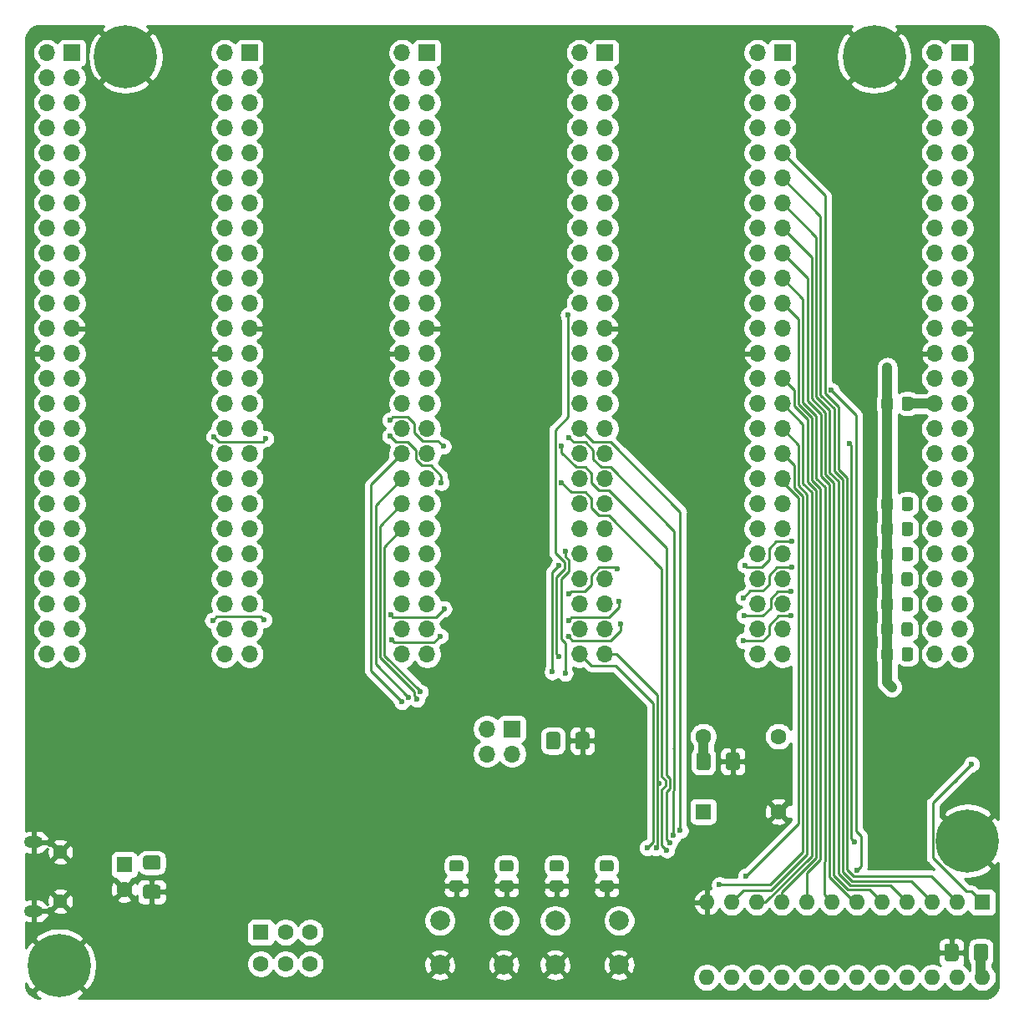
<source format=gbr>
G04 #@! TF.GenerationSoftware,KiCad,Pcbnew,(5.1.6-0-10_14)*
G04 #@! TF.CreationDate,2021-03-04T13:25:14+01:00*
G04 #@! TF.ProjectId,backplane,6261636b-706c-4616-9e65-2e6b69636164,rev?*
G04 #@! TF.SameCoordinates,Original*
G04 #@! TF.FileFunction,Copper,L2,Bot*
G04 #@! TF.FilePolarity,Positive*
%FSLAX46Y46*%
G04 Gerber Fmt 4.6, Leading zero omitted, Abs format (unit mm)*
G04 Created by KiCad (PCBNEW (5.1.6-0-10_14)) date 2021-03-04 13:25:14*
%MOMM*%
%LPD*%
G01*
G04 APERTURE LIST*
G04 #@! TA.AperFunction,ComponentPad*
%ADD10C,6.400000*%
G04 #@! TD*
G04 #@! TA.AperFunction,ComponentPad*
%ADD11O,1.700000X1.700000*%
G04 #@! TD*
G04 #@! TA.AperFunction,ComponentPad*
%ADD12R,1.700000X1.700000*%
G04 #@! TD*
G04 #@! TA.AperFunction,ComponentPad*
%ADD13C,1.600000*%
G04 #@! TD*
G04 #@! TA.AperFunction,ComponentPad*
%ADD14R,1.600000X1.600000*%
G04 #@! TD*
G04 #@! TA.AperFunction,ComponentPad*
%ADD15O,1.900000X1.200000*%
G04 #@! TD*
G04 #@! TA.AperFunction,ComponentPad*
%ADD16C,1.450000*%
G04 #@! TD*
G04 #@! TA.AperFunction,ComponentPad*
%ADD17O,1.600000X1.600000*%
G04 #@! TD*
G04 #@! TA.AperFunction,ComponentPad*
%ADD18C,2.000000*%
G04 #@! TD*
G04 #@! TA.AperFunction,ViaPad*
%ADD19C,0.800000*%
G04 #@! TD*
G04 #@! TA.AperFunction,ViaPad*
%ADD20C,0.600000*%
G04 #@! TD*
G04 #@! TA.AperFunction,Conductor*
%ADD21C,0.250000*%
G04 #@! TD*
G04 #@! TA.AperFunction,Conductor*
%ADD22C,1.000000*%
G04 #@! TD*
G04 #@! TA.AperFunction,Conductor*
%ADD23C,0.254000*%
G04 #@! TD*
G04 APERTURE END LIST*
D10*
G04 #@! TO.P,H4,1*
G04 #@! TO.N,GND*
X96139000Y-83312000D03*
G04 #@! TD*
G04 #@! TO.P,H3,1*
G04 #@! TO.N,GND*
X10795000Y-3810000D03*
G04 #@! TD*
G04 #@! TO.P,H2,1*
G04 #@! TO.N,GND*
X4064000Y-95948500D03*
G04 #@! TD*
G04 #@! TO.P,H1,1*
G04 #@! TO.N,GND*
X86677500Y-3810000D03*
G04 #@! TD*
D11*
G04 #@! TO.P,J2,4*
G04 #@! TO.N,/DS2*
X47434500Y-74485500D03*
G04 #@! TO.P,J2,3*
G04 #@! TO.N,~SLOW~*
X47434500Y-71945500D03*
G04 #@! TO.P,J2,2*
G04 #@! TO.N,/DS1*
X49974500Y-74485500D03*
D12*
G04 #@! TO.P,J2,1*
G04 #@! TO.N,~SLOW~*
X49974500Y-71945500D03*
G04 #@! TD*
G04 #@! TO.P,C2,2*
G04 #@! TO.N,GND*
G04 #@! TA.AperFunction,SMDPad,CuDef*
G36*
G01*
X12837000Y-87770000D02*
X14087000Y-87770000D01*
G75*
G02*
X14337000Y-88020000I0J-250000D01*
G01*
X14337000Y-88945000D01*
G75*
G02*
X14087000Y-89195000I-250000J0D01*
G01*
X12837000Y-89195000D01*
G75*
G02*
X12587000Y-88945000I0J250000D01*
G01*
X12587000Y-88020000D01*
G75*
G02*
X12837000Y-87770000I250000J0D01*
G01*
G37*
G04 #@! TD.AperFunction*
G04 #@! TO.P,C2,1*
G04 #@! TO.N,+5V*
G04 #@! TA.AperFunction,SMDPad,CuDef*
G36*
G01*
X12837000Y-84795000D02*
X14087000Y-84795000D01*
G75*
G02*
X14337000Y-85045000I0J-250000D01*
G01*
X14337000Y-85970000D01*
G75*
G02*
X14087000Y-86220000I-250000J0D01*
G01*
X12837000Y-86220000D01*
G75*
G02*
X12587000Y-85970000I0J250000D01*
G01*
X12587000Y-85045000D01*
G75*
G02*
X12837000Y-84795000I250000J0D01*
G01*
G37*
G04 #@! TD.AperFunction*
G04 #@! TD*
G04 #@! TO.P,C5,2*
G04 #@! TO.N,GND*
G04 #@! TA.AperFunction,SMDPad,CuDef*
G36*
G01*
X56401000Y-73777000D02*
X56401000Y-72527000D01*
G75*
G02*
X56651000Y-72277000I250000J0D01*
G01*
X57576000Y-72277000D01*
G75*
G02*
X57826000Y-72527000I0J-250000D01*
G01*
X57826000Y-73777000D01*
G75*
G02*
X57576000Y-74027000I-250000J0D01*
G01*
X56651000Y-74027000D01*
G75*
G02*
X56401000Y-73777000I0J250000D01*
G01*
G37*
G04 #@! TD.AperFunction*
G04 #@! TO.P,C5,1*
G04 #@! TO.N,+5V*
G04 #@! TA.AperFunction,SMDPad,CuDef*
G36*
G01*
X53426000Y-73777000D02*
X53426000Y-72527000D01*
G75*
G02*
X53676000Y-72277000I250000J0D01*
G01*
X54601000Y-72277000D01*
G75*
G02*
X54851000Y-72527000I0J-250000D01*
G01*
X54851000Y-73777000D01*
G75*
G02*
X54601000Y-74027000I-250000J0D01*
G01*
X53676000Y-74027000D01*
G75*
G02*
X53426000Y-73777000I0J250000D01*
G01*
G37*
G04 #@! TD.AperFunction*
G04 #@! TD*
D13*
G04 #@! TO.P,X1,4*
G04 #@! TO.N,GND*
X76962000Y-80327500D03*
G04 #@! TO.P,X1,5*
G04 #@! TO.N,/CLK_24M*
X76962000Y-72707500D03*
G04 #@! TO.P,X1,8*
G04 #@! TO.N,+5V*
X69342000Y-72707500D03*
D14*
G04 #@! TO.P,X1,1*
G04 #@! TO.N,Net-(X1-Pad1)*
X69342000Y-80327500D03*
G04 #@! TD*
G04 #@! TO.P,C4,2*
G04 #@! TO.N,GND*
G04 #@! TA.AperFunction,SMDPad,CuDef*
G36*
G01*
X71641000Y-75872500D02*
X71641000Y-74622500D01*
G75*
G02*
X71891000Y-74372500I250000J0D01*
G01*
X72816000Y-74372500D01*
G75*
G02*
X73066000Y-74622500I0J-250000D01*
G01*
X73066000Y-75872500D01*
G75*
G02*
X72816000Y-76122500I-250000J0D01*
G01*
X71891000Y-76122500D01*
G75*
G02*
X71641000Y-75872500I0J250000D01*
G01*
G37*
G04 #@! TD.AperFunction*
G04 #@! TO.P,C4,1*
G04 #@! TO.N,+5V*
G04 #@! TA.AperFunction,SMDPad,CuDef*
G36*
G01*
X68666000Y-75872500D02*
X68666000Y-74622500D01*
G75*
G02*
X68916000Y-74372500I250000J0D01*
G01*
X69841000Y-74372500D01*
G75*
G02*
X70091000Y-74622500I0J-250000D01*
G01*
X70091000Y-75872500D01*
G75*
G02*
X69841000Y-76122500I-250000J0D01*
G01*
X68916000Y-76122500D01*
G75*
G02*
X68666000Y-75872500I0J250000D01*
G01*
G37*
G04 #@! TD.AperFunction*
G04 #@! TD*
D15*
G04 #@! TO.P,J1,6*
G04 #@! TO.N,GND*
X1493000Y-90431500D03*
X1493000Y-83431500D03*
D16*
X4193000Y-89431500D03*
X4193000Y-84431500D03*
G04 #@! TD*
G04 #@! TO.P,R14,2*
G04 #@! TO.N,~INH~*
G04 #@! TA.AperFunction,SMDPad,CuDef*
G36*
G01*
X89477000Y-39439001D02*
X89477000Y-38538999D01*
G75*
G02*
X89726999Y-38289000I249999J0D01*
G01*
X90377001Y-38289000D01*
G75*
G02*
X90627000Y-38538999I0J-249999D01*
G01*
X90627000Y-39439001D01*
G75*
G02*
X90377001Y-39689000I-249999J0D01*
G01*
X89726999Y-39689000D01*
G75*
G02*
X89477000Y-39439001I0J249999D01*
G01*
G37*
G04 #@! TD.AperFunction*
G04 #@! TO.P,R14,1*
G04 #@! TO.N,+5V*
G04 #@! TA.AperFunction,SMDPad,CuDef*
G36*
G01*
X87427000Y-39439001D02*
X87427000Y-38538999D01*
G75*
G02*
X87676999Y-38289000I249999J0D01*
G01*
X88327001Y-38289000D01*
G75*
G02*
X88577000Y-38538999I0J-249999D01*
G01*
X88577000Y-39439001D01*
G75*
G02*
X88327001Y-39689000I-249999J0D01*
G01*
X87676999Y-39689000D01*
G75*
G02*
X87427000Y-39439001I0J249999D01*
G01*
G37*
G04 #@! TD.AperFunction*
G04 #@! TD*
D17*
G04 #@! TO.P,U4,24*
G04 #@! TO.N,+5V*
X97663000Y-97155000D03*
G04 #@! TO.P,U4,12*
G04 #@! TO.N,GND*
X69723000Y-89535000D03*
G04 #@! TO.P,U4,23*
G04 #@! TO.N,~SLOT1~*
X95123000Y-97155000D03*
G04 #@! TO.P,U4,11*
G04 #@! TO.N,A13*
X72263000Y-89535000D03*
G04 #@! TO.P,U4,22*
G04 #@! TO.N,~SLOT2~*
X92583000Y-97155000D03*
G04 #@! TO.P,U4,10*
G04 #@! TO.N,A12*
X74803000Y-89535000D03*
G04 #@! TO.P,U4,21*
G04 #@! TO.N,~SLOT3~*
X90043000Y-97155000D03*
G04 #@! TO.P,U4,9*
G04 #@! TO.N,A11*
X77343000Y-89535000D03*
G04 #@! TO.P,U4,20*
G04 #@! TO.N,~SLOT4~*
X87503000Y-97155000D03*
G04 #@! TO.P,U4,8*
G04 #@! TO.N,A10*
X79883000Y-89535000D03*
G04 #@! TO.P,U4,19*
G04 #@! TO.N,~SLOT5~*
X84963000Y-97155000D03*
G04 #@! TO.P,U4,7*
G04 #@! TO.N,A9*
X82423000Y-89535000D03*
G04 #@! TO.P,U4,18*
G04 #@! TO.N,~SSEL~*
X82423000Y-97155000D03*
G04 #@! TO.P,U4,6*
G04 #@! TO.N,A8*
X84963000Y-89535000D03*
G04 #@! TO.P,U4,17*
G04 #@! TO.N,Net-(U4-Pad17)*
X79883000Y-97155000D03*
G04 #@! TO.P,U4,5*
G04 #@! TO.N,A7*
X87503000Y-89535000D03*
G04 #@! TO.P,U4,16*
G04 #@! TO.N,Net-(U4-Pad16)*
X77343000Y-97155000D03*
G04 #@! TO.P,U4,4*
G04 #@! TO.N,A6*
X90043000Y-89535000D03*
G04 #@! TO.P,U4,15*
G04 #@! TO.N,Net-(U4-Pad15)*
X74803000Y-97155000D03*
G04 #@! TO.P,U4,3*
G04 #@! TO.N,A5*
X92583000Y-89535000D03*
G04 #@! TO.P,U4,14*
G04 #@! TO.N,A15*
X72263000Y-97155000D03*
G04 #@! TO.P,U4,2*
G04 #@! TO.N,A4*
X95123000Y-89535000D03*
G04 #@! TO.P,U4,13*
G04 #@! TO.N,A14*
X69723000Y-97155000D03*
D14*
G04 #@! TO.P,U4,1*
G04 #@! TO.N,CLK*
X97663000Y-89535000D03*
G04 #@! TD*
G04 #@! TO.P,C14,2*
G04 #@! TO.N,GND*
G04 #@! TA.AperFunction,SMDPad,CuDef*
G36*
G01*
X95237000Y-93990000D02*
X95237000Y-95240000D01*
G75*
G02*
X94987000Y-95490000I-250000J0D01*
G01*
X94062000Y-95490000D01*
G75*
G02*
X93812000Y-95240000I0J250000D01*
G01*
X93812000Y-93990000D01*
G75*
G02*
X94062000Y-93740000I250000J0D01*
G01*
X94987000Y-93740000D01*
G75*
G02*
X95237000Y-93990000I0J-250000D01*
G01*
G37*
G04 #@! TD.AperFunction*
G04 #@! TO.P,C14,1*
G04 #@! TO.N,+5V*
G04 #@! TA.AperFunction,SMDPad,CuDef*
G36*
G01*
X98212000Y-93990000D02*
X98212000Y-95240000D01*
G75*
G02*
X97962000Y-95490000I-250000J0D01*
G01*
X97037000Y-95490000D01*
G75*
G02*
X96787000Y-95240000I0J250000D01*
G01*
X96787000Y-93990000D01*
G75*
G02*
X97037000Y-93740000I250000J0D01*
G01*
X97962000Y-93740000D01*
G75*
G02*
X98212000Y-93990000I0J-250000D01*
G01*
G37*
G04 #@! TD.AperFunction*
G04 #@! TD*
G04 #@! TO.P,R13,2*
G04 #@! TO.N,GND*
G04 #@! TA.AperFunction,SMDPad,CuDef*
G36*
G01*
X59112999Y-87318000D02*
X60013001Y-87318000D01*
G75*
G02*
X60263000Y-87567999I0J-249999D01*
G01*
X60263000Y-88218001D01*
G75*
G02*
X60013001Y-88468000I-249999J0D01*
G01*
X59112999Y-88468000D01*
G75*
G02*
X58863000Y-88218001I0J249999D01*
G01*
X58863000Y-87567999D01*
G75*
G02*
X59112999Y-87318000I249999J0D01*
G01*
G37*
G04 #@! TD.AperFunction*
G04 #@! TO.P,R13,1*
G04 #@! TO.N,Net-(LED4-Pad1)*
G04 #@! TA.AperFunction,SMDPad,CuDef*
G36*
G01*
X59112999Y-85268000D02*
X60013001Y-85268000D01*
G75*
G02*
X60263000Y-85517999I0J-249999D01*
G01*
X60263000Y-86168001D01*
G75*
G02*
X60013001Y-86418000I-249999J0D01*
G01*
X59112999Y-86418000D01*
G75*
G02*
X58863000Y-86168001I0J249999D01*
G01*
X58863000Y-85517999D01*
G75*
G02*
X59112999Y-85268000I249999J0D01*
G01*
G37*
G04 #@! TD.AperFunction*
G04 #@! TD*
G04 #@! TO.P,R12,2*
G04 #@! TO.N,GND*
G04 #@! TA.AperFunction,SMDPad,CuDef*
G36*
G01*
X54032999Y-87318000D02*
X54933001Y-87318000D01*
G75*
G02*
X55183000Y-87567999I0J-249999D01*
G01*
X55183000Y-88218001D01*
G75*
G02*
X54933001Y-88468000I-249999J0D01*
G01*
X54032999Y-88468000D01*
G75*
G02*
X53783000Y-88218001I0J249999D01*
G01*
X53783000Y-87567999D01*
G75*
G02*
X54032999Y-87318000I249999J0D01*
G01*
G37*
G04 #@! TD.AperFunction*
G04 #@! TO.P,R12,1*
G04 #@! TO.N,Net-(LED3-Pad1)*
G04 #@! TA.AperFunction,SMDPad,CuDef*
G36*
G01*
X54032999Y-85268000D02*
X54933001Y-85268000D01*
G75*
G02*
X55183000Y-85517999I0J-249999D01*
G01*
X55183000Y-86168001D01*
G75*
G02*
X54933001Y-86418000I-249999J0D01*
G01*
X54032999Y-86418000D01*
G75*
G02*
X53783000Y-86168001I0J249999D01*
G01*
X53783000Y-85517999D01*
G75*
G02*
X54032999Y-85268000I249999J0D01*
G01*
G37*
G04 #@! TD.AperFunction*
G04 #@! TD*
G04 #@! TO.P,R11,2*
G04 #@! TO.N,GND*
G04 #@! TA.AperFunction,SMDPad,CuDef*
G36*
G01*
X48952999Y-87318000D02*
X49853001Y-87318000D01*
G75*
G02*
X50103000Y-87567999I0J-249999D01*
G01*
X50103000Y-88218001D01*
G75*
G02*
X49853001Y-88468000I-249999J0D01*
G01*
X48952999Y-88468000D01*
G75*
G02*
X48703000Y-88218001I0J249999D01*
G01*
X48703000Y-87567999D01*
G75*
G02*
X48952999Y-87318000I249999J0D01*
G01*
G37*
G04 #@! TD.AperFunction*
G04 #@! TO.P,R11,1*
G04 #@! TO.N,Net-(LED2-Pad1)*
G04 #@! TA.AperFunction,SMDPad,CuDef*
G36*
G01*
X48952999Y-85268000D02*
X49853001Y-85268000D01*
G75*
G02*
X50103000Y-85517999I0J-249999D01*
G01*
X50103000Y-86168001D01*
G75*
G02*
X49853001Y-86418000I-249999J0D01*
G01*
X48952999Y-86418000D01*
G75*
G02*
X48703000Y-86168001I0J249999D01*
G01*
X48703000Y-85517999D01*
G75*
G02*
X48952999Y-85268000I249999J0D01*
G01*
G37*
G04 #@! TD.AperFunction*
G04 #@! TD*
G04 #@! TO.P,R10,2*
G04 #@! TO.N,GND*
G04 #@! TA.AperFunction,SMDPad,CuDef*
G36*
G01*
X43872999Y-87318000D02*
X44773001Y-87318000D01*
G75*
G02*
X45023000Y-87567999I0J-249999D01*
G01*
X45023000Y-88218001D01*
G75*
G02*
X44773001Y-88468000I-249999J0D01*
G01*
X43872999Y-88468000D01*
G75*
G02*
X43623000Y-88218001I0J249999D01*
G01*
X43623000Y-87567999D01*
G75*
G02*
X43872999Y-87318000I249999J0D01*
G01*
G37*
G04 #@! TD.AperFunction*
G04 #@! TO.P,R10,1*
G04 #@! TO.N,Net-(LED1-Pad1)*
G04 #@! TA.AperFunction,SMDPad,CuDef*
G36*
G01*
X43872999Y-85268000D02*
X44773001Y-85268000D01*
G75*
G02*
X45023000Y-85517999I0J-249999D01*
G01*
X45023000Y-86168001D01*
G75*
G02*
X44773001Y-86418000I-249999J0D01*
G01*
X43872999Y-86418000D01*
G75*
G02*
X43623000Y-86168001I0J249999D01*
G01*
X43623000Y-85517999D01*
G75*
G02*
X43872999Y-85268000I249999J0D01*
G01*
G37*
G04 #@! TD.AperFunction*
G04 #@! TD*
D18*
G04 #@! TO.P,RESET1,1*
G04 #@! TO.N,GND*
X54333000Y-95885000D03*
G04 #@! TO.P,RESET1,2*
G04 #@! TO.N,Net-(RESET1-Pad2)*
X54333000Y-91385000D03*
G04 #@! TO.P,RESET1,1*
G04 #@! TO.N,GND*
X60833000Y-95885000D03*
G04 #@! TO.P,RESET1,2*
G04 #@! TO.N,Net-(RESET1-Pad2)*
X60833000Y-91385000D03*
G04 #@! TD*
G04 #@! TO.P,NMI1,1*
G04 #@! TO.N,GND*
X42649000Y-95885000D03*
G04 #@! TO.P,NMI1,2*
G04 #@! TO.N,Net-(NMI1-Pad2)*
X42649000Y-91385000D03*
G04 #@! TO.P,NMI1,1*
G04 #@! TO.N,GND*
X49149000Y-95885000D03*
G04 #@! TO.P,NMI1,2*
G04 #@! TO.N,Net-(NMI1-Pad2)*
X49149000Y-91385000D03*
G04 #@! TD*
D13*
G04 #@! TO.P,C13,2*
G04 #@! TO.N,GND*
X10668000Y-88225000D03*
D14*
G04 #@! TO.P,C13,1*
G04 #@! TO.N,+5V*
X10668000Y-85725000D03*
G04 #@! TD*
D13*
G04 #@! TO.P,SW1,6*
G04 #@! TO.N,N/C*
X29511000Y-95783000D03*
G04 #@! TO.P,SW1,5*
X27011000Y-95783000D03*
G04 #@! TO.P,SW1,4*
X24511000Y-95783000D03*
G04 #@! TO.P,SW1,3*
X29511000Y-92583000D03*
G04 #@! TO.P,SW1,2*
G04 #@! TO.N,+5V*
X27011000Y-92583000D03*
D14*
G04 #@! TO.P,SW1,1*
G04 #@! TO.N,Net-(J1-Pad1)*
X24511000Y-92583000D03*
G04 #@! TD*
D11*
G04 #@! TO.P,SLOT5,50*
G04 #@! TO.N,~NMI~*
X2837000Y-64389000D03*
G04 #@! TO.P,SLOT5,49*
G04 #@! TO.N,~RESET~*
X5377000Y-64389000D03*
G04 #@! TO.P,SLOT5,48*
G04 #@! TO.N,~IRQ5~*
X2837000Y-61849000D03*
G04 #@! TO.P,SLOT5,47*
G04 #@! TO.N,SYNC*
X5377000Y-61849000D03*
G04 #@! TO.P,SLOT5,46*
G04 #@! TO.N,EX3*
X2837000Y-59309000D03*
G04 #@! TO.P,SLOT5,45*
G04 #@! TO.N,~IRQ~*
X5377000Y-59309000D03*
G04 #@! TO.P,SLOT5,44*
G04 #@! TO.N,EX2*
X2837000Y-56769000D03*
G04 #@! TO.P,SLOT5,43*
G04 #@! TO.N,R~W~*
X5377000Y-56769000D03*
G04 #@! TO.P,SLOT5,42*
G04 #@! TO.N,CLK_12M*
X2837000Y-54229000D03*
G04 #@! TO.P,SLOT5,41*
G04 #@! TO.N,CLK*
X5377000Y-54229000D03*
G04 #@! TO.P,SLOT5,40*
G04 #@! TO.N,LED4*
X2837000Y-51689000D03*
G04 #@! TO.P,SLOT5,39*
G04 #@! TO.N,BE*
X5377000Y-51689000D03*
G04 #@! TO.P,SLOT5,38*
G04 #@! TO.N,LED3*
X2837000Y-49149000D03*
G04 #@! TO.P,SLOT5,37*
G04 #@! TO.N,RDY*
X5377000Y-49149000D03*
G04 #@! TO.P,SLOT5,36*
G04 #@! TO.N,LED2*
X2837000Y-46609000D03*
G04 #@! TO.P,SLOT5,35*
G04 #@! TO.N,A15*
X5377000Y-46609000D03*
G04 #@! TO.P,SLOT5,34*
G04 #@! TO.N,LED1*
X2837000Y-44069000D03*
G04 #@! TO.P,SLOT5,33*
G04 #@! TO.N,A14*
X5377000Y-44069000D03*
G04 #@! TO.P,SLOT5,32*
G04 #@! TO.N,~SLOT5~*
X2837000Y-41529000D03*
G04 #@! TO.P,SLOT5,31*
G04 #@! TO.N,A13*
X5377000Y-41529000D03*
G04 #@! TO.P,SLOT5,30*
G04 #@! TO.N,~INH~*
X2837000Y-38989000D03*
G04 #@! TO.P,SLOT5,29*
G04 #@! TO.N,A12*
X5377000Y-38989000D03*
G04 #@! TO.P,SLOT5,28*
G04 #@! TO.N,~SSEL~*
X2837000Y-36449000D03*
G04 #@! TO.P,SLOT5,27*
G04 #@! TO.N,A11*
X5377000Y-36449000D03*
G04 #@! TO.P,SLOT5,26*
G04 #@! TO.N,GND*
X2837000Y-33909000D03*
G04 #@! TO.P,SLOT5,25*
G04 #@! TO.N,+5V*
X5377000Y-33909000D03*
G04 #@! TO.P,SLOT5,24*
X2837000Y-31369000D03*
G04 #@! TO.P,SLOT5,23*
G04 #@! TO.N,GND*
X5377000Y-31369000D03*
G04 #@! TO.P,SLOT5,22*
G04 #@! TO.N,Net-(D5-Pad2)*
X2837000Y-28829000D03*
G04 #@! TO.P,SLOT5,21*
G04 #@! TO.N,A10*
X5377000Y-28829000D03*
G04 #@! TO.P,SLOT5,20*
G04 #@! TO.N,EX1*
X2837000Y-26289000D03*
G04 #@! TO.P,SLOT5,19*
G04 #@! TO.N,A9*
X5377000Y-26289000D03*
G04 #@! TO.P,SLOT5,18*
G04 #@! TO.N,EX0*
X2837000Y-23749000D03*
G04 #@! TO.P,SLOT5,17*
G04 #@! TO.N,A8*
X5377000Y-23749000D03*
G04 #@! TO.P,SLOT5,16*
G04 #@! TO.N,D7*
X2837000Y-21209000D03*
G04 #@! TO.P,SLOT5,15*
G04 #@! TO.N,A7*
X5377000Y-21209000D03*
G04 #@! TO.P,SLOT5,14*
G04 #@! TO.N,D6*
X2837000Y-18669000D03*
G04 #@! TO.P,SLOT5,13*
G04 #@! TO.N,A6*
X5377000Y-18669000D03*
G04 #@! TO.P,SLOT5,12*
G04 #@! TO.N,D5*
X2837000Y-16129000D03*
G04 #@! TO.P,SLOT5,11*
G04 #@! TO.N,A5*
X5377000Y-16129000D03*
G04 #@! TO.P,SLOT5,10*
G04 #@! TO.N,D4*
X2837000Y-13589000D03*
G04 #@! TO.P,SLOT5,9*
G04 #@! TO.N,A4*
X5377000Y-13589000D03*
G04 #@! TO.P,SLOT5,8*
G04 #@! TO.N,D3*
X2837000Y-11049000D03*
G04 #@! TO.P,SLOT5,7*
G04 #@! TO.N,A3*
X5377000Y-11049000D03*
G04 #@! TO.P,SLOT5,6*
G04 #@! TO.N,D2*
X2837000Y-8509000D03*
G04 #@! TO.P,SLOT5,5*
G04 #@! TO.N,A2*
X5377000Y-8509000D03*
G04 #@! TO.P,SLOT5,4*
G04 #@! TO.N,D1*
X2837000Y-5969000D03*
G04 #@! TO.P,SLOT5,3*
G04 #@! TO.N,A1*
X5377000Y-5969000D03*
G04 #@! TO.P,SLOT5,2*
G04 #@! TO.N,D0*
X2837000Y-3429000D03*
D12*
G04 #@! TO.P,SLOT5,1*
G04 #@! TO.N,A0*
X5377000Y-3429000D03*
G04 #@! TD*
D11*
G04 #@! TO.P,SLOT4,50*
G04 #@! TO.N,~NMI~*
X20837000Y-64389000D03*
G04 #@! TO.P,SLOT4,49*
G04 #@! TO.N,~RESET~*
X23377000Y-64389000D03*
G04 #@! TO.P,SLOT4,48*
G04 #@! TO.N,~IRQ4~*
X20837000Y-61849000D03*
G04 #@! TO.P,SLOT4,47*
G04 #@! TO.N,SYNC*
X23377000Y-61849000D03*
G04 #@! TO.P,SLOT4,46*
G04 #@! TO.N,EX3*
X20837000Y-59309000D03*
G04 #@! TO.P,SLOT4,45*
G04 #@! TO.N,~IRQ~*
X23377000Y-59309000D03*
G04 #@! TO.P,SLOT4,44*
G04 #@! TO.N,EX2*
X20837000Y-56769000D03*
G04 #@! TO.P,SLOT4,43*
G04 #@! TO.N,R~W~*
X23377000Y-56769000D03*
G04 #@! TO.P,SLOT4,42*
G04 #@! TO.N,CLK_12M*
X20837000Y-54229000D03*
G04 #@! TO.P,SLOT4,41*
G04 #@! TO.N,CLK*
X23377000Y-54229000D03*
G04 #@! TO.P,SLOT4,40*
G04 #@! TO.N,LED4*
X20837000Y-51689000D03*
G04 #@! TO.P,SLOT4,39*
G04 #@! TO.N,BE*
X23377000Y-51689000D03*
G04 #@! TO.P,SLOT4,38*
G04 #@! TO.N,LED3*
X20837000Y-49149000D03*
G04 #@! TO.P,SLOT4,37*
G04 #@! TO.N,RDY*
X23377000Y-49149000D03*
G04 #@! TO.P,SLOT4,36*
G04 #@! TO.N,LED2*
X20837000Y-46609000D03*
G04 #@! TO.P,SLOT4,35*
G04 #@! TO.N,A15*
X23377000Y-46609000D03*
G04 #@! TO.P,SLOT4,34*
G04 #@! TO.N,LED1*
X20837000Y-44069000D03*
G04 #@! TO.P,SLOT4,33*
G04 #@! TO.N,A14*
X23377000Y-44069000D03*
G04 #@! TO.P,SLOT4,32*
G04 #@! TO.N,~SLOT4~*
X20837000Y-41529000D03*
G04 #@! TO.P,SLOT4,31*
G04 #@! TO.N,A13*
X23377000Y-41529000D03*
G04 #@! TO.P,SLOT4,30*
G04 #@! TO.N,~INH~*
X20837000Y-38989000D03*
G04 #@! TO.P,SLOT4,29*
G04 #@! TO.N,A12*
X23377000Y-38989000D03*
G04 #@! TO.P,SLOT4,28*
G04 #@! TO.N,~SSEL~*
X20837000Y-36449000D03*
G04 #@! TO.P,SLOT4,27*
G04 #@! TO.N,A11*
X23377000Y-36449000D03*
G04 #@! TO.P,SLOT4,26*
G04 #@! TO.N,GND*
X20837000Y-33909000D03*
G04 #@! TO.P,SLOT4,25*
G04 #@! TO.N,+5V*
X23377000Y-33909000D03*
G04 #@! TO.P,SLOT4,24*
X20837000Y-31369000D03*
G04 #@! TO.P,SLOT4,23*
G04 #@! TO.N,GND*
X23377000Y-31369000D03*
G04 #@! TO.P,SLOT4,22*
G04 #@! TO.N,Net-(D2-Pad2)*
X20837000Y-28829000D03*
G04 #@! TO.P,SLOT4,21*
G04 #@! TO.N,A10*
X23377000Y-28829000D03*
G04 #@! TO.P,SLOT4,20*
G04 #@! TO.N,EX1*
X20837000Y-26289000D03*
G04 #@! TO.P,SLOT4,19*
G04 #@! TO.N,A9*
X23377000Y-26289000D03*
G04 #@! TO.P,SLOT4,18*
G04 #@! TO.N,EX0*
X20837000Y-23749000D03*
G04 #@! TO.P,SLOT4,17*
G04 #@! TO.N,A8*
X23377000Y-23749000D03*
G04 #@! TO.P,SLOT4,16*
G04 #@! TO.N,D7*
X20837000Y-21209000D03*
G04 #@! TO.P,SLOT4,15*
G04 #@! TO.N,A7*
X23377000Y-21209000D03*
G04 #@! TO.P,SLOT4,14*
G04 #@! TO.N,D6*
X20837000Y-18669000D03*
G04 #@! TO.P,SLOT4,13*
G04 #@! TO.N,A6*
X23377000Y-18669000D03*
G04 #@! TO.P,SLOT4,12*
G04 #@! TO.N,D5*
X20837000Y-16129000D03*
G04 #@! TO.P,SLOT4,11*
G04 #@! TO.N,A5*
X23377000Y-16129000D03*
G04 #@! TO.P,SLOT4,10*
G04 #@! TO.N,D4*
X20837000Y-13589000D03*
G04 #@! TO.P,SLOT4,9*
G04 #@! TO.N,A4*
X23377000Y-13589000D03*
G04 #@! TO.P,SLOT4,8*
G04 #@! TO.N,D3*
X20837000Y-11049000D03*
G04 #@! TO.P,SLOT4,7*
G04 #@! TO.N,A3*
X23377000Y-11049000D03*
G04 #@! TO.P,SLOT4,6*
G04 #@! TO.N,D2*
X20837000Y-8509000D03*
G04 #@! TO.P,SLOT4,5*
G04 #@! TO.N,A2*
X23377000Y-8509000D03*
G04 #@! TO.P,SLOT4,4*
G04 #@! TO.N,D1*
X20837000Y-5969000D03*
G04 #@! TO.P,SLOT4,3*
G04 #@! TO.N,A1*
X23377000Y-5969000D03*
G04 #@! TO.P,SLOT4,2*
G04 #@! TO.N,D0*
X20837000Y-3429000D03*
D12*
G04 #@! TO.P,SLOT4,1*
G04 #@! TO.N,A0*
X23377000Y-3429000D03*
G04 #@! TD*
D11*
G04 #@! TO.P,SLOT3,50*
G04 #@! TO.N,~NMI~*
X38837000Y-64389000D03*
G04 #@! TO.P,SLOT3,49*
G04 #@! TO.N,~RESET~*
X41377000Y-64389000D03*
G04 #@! TO.P,SLOT3,48*
G04 #@! TO.N,~IRQ3~*
X38837000Y-61849000D03*
G04 #@! TO.P,SLOT3,47*
G04 #@! TO.N,SYNC*
X41377000Y-61849000D03*
G04 #@! TO.P,SLOT3,46*
G04 #@! TO.N,EX3*
X38837000Y-59309000D03*
G04 #@! TO.P,SLOT3,45*
G04 #@! TO.N,~IRQ~*
X41377000Y-59309000D03*
G04 #@! TO.P,SLOT3,44*
G04 #@! TO.N,EX2*
X38837000Y-56769000D03*
G04 #@! TO.P,SLOT3,43*
G04 #@! TO.N,R~W~*
X41377000Y-56769000D03*
G04 #@! TO.P,SLOT3,42*
G04 #@! TO.N,CLK_12M*
X38837000Y-54229000D03*
G04 #@! TO.P,SLOT3,41*
G04 #@! TO.N,CLK*
X41377000Y-54229000D03*
G04 #@! TO.P,SLOT3,40*
G04 #@! TO.N,LED4*
X38837000Y-51689000D03*
G04 #@! TO.P,SLOT3,39*
G04 #@! TO.N,BE*
X41377000Y-51689000D03*
G04 #@! TO.P,SLOT3,38*
G04 #@! TO.N,LED3*
X38837000Y-49149000D03*
G04 #@! TO.P,SLOT3,37*
G04 #@! TO.N,RDY*
X41377000Y-49149000D03*
G04 #@! TO.P,SLOT3,36*
G04 #@! TO.N,LED2*
X38837000Y-46609000D03*
G04 #@! TO.P,SLOT3,35*
G04 #@! TO.N,A15*
X41377000Y-46609000D03*
G04 #@! TO.P,SLOT3,34*
G04 #@! TO.N,LED1*
X38837000Y-44069000D03*
G04 #@! TO.P,SLOT3,33*
G04 #@! TO.N,A14*
X41377000Y-44069000D03*
G04 #@! TO.P,SLOT3,32*
G04 #@! TO.N,~SLOT3~*
X38837000Y-41529000D03*
G04 #@! TO.P,SLOT3,31*
G04 #@! TO.N,A13*
X41377000Y-41529000D03*
G04 #@! TO.P,SLOT3,30*
G04 #@! TO.N,~INH~*
X38837000Y-38989000D03*
G04 #@! TO.P,SLOT3,29*
G04 #@! TO.N,A12*
X41377000Y-38989000D03*
G04 #@! TO.P,SLOT3,28*
G04 #@! TO.N,~SSEL~*
X38837000Y-36449000D03*
G04 #@! TO.P,SLOT3,27*
G04 #@! TO.N,A11*
X41377000Y-36449000D03*
G04 #@! TO.P,SLOT3,26*
G04 #@! TO.N,GND*
X38837000Y-33909000D03*
G04 #@! TO.P,SLOT3,25*
G04 #@! TO.N,+5V*
X41377000Y-33909000D03*
G04 #@! TO.P,SLOT3,24*
X38837000Y-31369000D03*
G04 #@! TO.P,SLOT3,23*
G04 #@! TO.N,GND*
X41377000Y-31369000D03*
G04 #@! TO.P,SLOT3,22*
G04 #@! TO.N,Net-(D7-Pad2)*
X38837000Y-28829000D03*
G04 #@! TO.P,SLOT3,21*
G04 #@! TO.N,A10*
X41377000Y-28829000D03*
G04 #@! TO.P,SLOT3,20*
G04 #@! TO.N,EX1*
X38837000Y-26289000D03*
G04 #@! TO.P,SLOT3,19*
G04 #@! TO.N,A9*
X41377000Y-26289000D03*
G04 #@! TO.P,SLOT3,18*
G04 #@! TO.N,EX0*
X38837000Y-23749000D03*
G04 #@! TO.P,SLOT3,17*
G04 #@! TO.N,A8*
X41377000Y-23749000D03*
G04 #@! TO.P,SLOT3,16*
G04 #@! TO.N,D7*
X38837000Y-21209000D03*
G04 #@! TO.P,SLOT3,15*
G04 #@! TO.N,A7*
X41377000Y-21209000D03*
G04 #@! TO.P,SLOT3,14*
G04 #@! TO.N,D6*
X38837000Y-18669000D03*
G04 #@! TO.P,SLOT3,13*
G04 #@! TO.N,A6*
X41377000Y-18669000D03*
G04 #@! TO.P,SLOT3,12*
G04 #@! TO.N,D5*
X38837000Y-16129000D03*
G04 #@! TO.P,SLOT3,11*
G04 #@! TO.N,A5*
X41377000Y-16129000D03*
G04 #@! TO.P,SLOT3,10*
G04 #@! TO.N,D4*
X38837000Y-13589000D03*
G04 #@! TO.P,SLOT3,9*
G04 #@! TO.N,A4*
X41377000Y-13589000D03*
G04 #@! TO.P,SLOT3,8*
G04 #@! TO.N,D3*
X38837000Y-11049000D03*
G04 #@! TO.P,SLOT3,7*
G04 #@! TO.N,A3*
X41377000Y-11049000D03*
G04 #@! TO.P,SLOT3,6*
G04 #@! TO.N,D2*
X38837000Y-8509000D03*
G04 #@! TO.P,SLOT3,5*
G04 #@! TO.N,A2*
X41377000Y-8509000D03*
G04 #@! TO.P,SLOT3,4*
G04 #@! TO.N,D1*
X38837000Y-5969000D03*
G04 #@! TO.P,SLOT3,3*
G04 #@! TO.N,A1*
X41377000Y-5969000D03*
G04 #@! TO.P,SLOT3,2*
G04 #@! TO.N,D0*
X38837000Y-3429000D03*
D12*
G04 #@! TO.P,SLOT3,1*
G04 #@! TO.N,A0*
X41377000Y-3429000D03*
G04 #@! TD*
D11*
G04 #@! TO.P,SLOT2,50*
G04 #@! TO.N,~NMI~*
X56837000Y-64389000D03*
G04 #@! TO.P,SLOT2,49*
G04 #@! TO.N,~RESET~*
X59377000Y-64389000D03*
G04 #@! TO.P,SLOT2,48*
G04 #@! TO.N,~IRQ2~*
X56837000Y-61849000D03*
G04 #@! TO.P,SLOT2,47*
G04 #@! TO.N,SYNC*
X59377000Y-61849000D03*
G04 #@! TO.P,SLOT2,46*
G04 #@! TO.N,EX3*
X56837000Y-59309000D03*
G04 #@! TO.P,SLOT2,45*
G04 #@! TO.N,~IRQ~*
X59377000Y-59309000D03*
G04 #@! TO.P,SLOT2,44*
G04 #@! TO.N,EX2*
X56837000Y-56769000D03*
G04 #@! TO.P,SLOT2,43*
G04 #@! TO.N,R~W~*
X59377000Y-56769000D03*
G04 #@! TO.P,SLOT2,42*
G04 #@! TO.N,CLK_12M*
X56837000Y-54229000D03*
G04 #@! TO.P,SLOT2,41*
G04 #@! TO.N,CLK*
X59377000Y-54229000D03*
G04 #@! TO.P,SLOT2,40*
G04 #@! TO.N,LED4*
X56837000Y-51689000D03*
G04 #@! TO.P,SLOT2,39*
G04 #@! TO.N,BE*
X59377000Y-51689000D03*
G04 #@! TO.P,SLOT2,38*
G04 #@! TO.N,LED3*
X56837000Y-49149000D03*
G04 #@! TO.P,SLOT2,37*
G04 #@! TO.N,RDY*
X59377000Y-49149000D03*
G04 #@! TO.P,SLOT2,36*
G04 #@! TO.N,LED2*
X56837000Y-46609000D03*
G04 #@! TO.P,SLOT2,35*
G04 #@! TO.N,A15*
X59377000Y-46609000D03*
G04 #@! TO.P,SLOT2,34*
G04 #@! TO.N,LED1*
X56837000Y-44069000D03*
G04 #@! TO.P,SLOT2,33*
G04 #@! TO.N,A14*
X59377000Y-44069000D03*
G04 #@! TO.P,SLOT2,32*
G04 #@! TO.N,~SLOT2~*
X56837000Y-41529000D03*
G04 #@! TO.P,SLOT2,31*
G04 #@! TO.N,A13*
X59377000Y-41529000D03*
G04 #@! TO.P,SLOT2,30*
G04 #@! TO.N,~INH~*
X56837000Y-38989000D03*
G04 #@! TO.P,SLOT2,29*
G04 #@! TO.N,A12*
X59377000Y-38989000D03*
G04 #@! TO.P,SLOT2,28*
G04 #@! TO.N,~SSEL~*
X56837000Y-36449000D03*
G04 #@! TO.P,SLOT2,27*
G04 #@! TO.N,A11*
X59377000Y-36449000D03*
G04 #@! TO.P,SLOT2,26*
G04 #@! TO.N,GND*
X56837000Y-33909000D03*
G04 #@! TO.P,SLOT2,25*
G04 #@! TO.N,+5V*
X59377000Y-33909000D03*
G04 #@! TO.P,SLOT2,24*
X56837000Y-31369000D03*
G04 #@! TO.P,SLOT2,23*
G04 #@! TO.N,GND*
X59377000Y-31369000D03*
G04 #@! TO.P,SLOT2,22*
G04 #@! TO.N,Net-(D6-Pad2)*
X56837000Y-28829000D03*
G04 #@! TO.P,SLOT2,21*
G04 #@! TO.N,A10*
X59377000Y-28829000D03*
G04 #@! TO.P,SLOT2,20*
G04 #@! TO.N,EX1*
X56837000Y-26289000D03*
G04 #@! TO.P,SLOT2,19*
G04 #@! TO.N,A9*
X59377000Y-26289000D03*
G04 #@! TO.P,SLOT2,18*
G04 #@! TO.N,EX0*
X56837000Y-23749000D03*
G04 #@! TO.P,SLOT2,17*
G04 #@! TO.N,A8*
X59377000Y-23749000D03*
G04 #@! TO.P,SLOT2,16*
G04 #@! TO.N,D7*
X56837000Y-21209000D03*
G04 #@! TO.P,SLOT2,15*
G04 #@! TO.N,A7*
X59377000Y-21209000D03*
G04 #@! TO.P,SLOT2,14*
G04 #@! TO.N,D6*
X56837000Y-18669000D03*
G04 #@! TO.P,SLOT2,13*
G04 #@! TO.N,A6*
X59377000Y-18669000D03*
G04 #@! TO.P,SLOT2,12*
G04 #@! TO.N,D5*
X56837000Y-16129000D03*
G04 #@! TO.P,SLOT2,11*
G04 #@! TO.N,A5*
X59377000Y-16129000D03*
G04 #@! TO.P,SLOT2,10*
G04 #@! TO.N,D4*
X56837000Y-13589000D03*
G04 #@! TO.P,SLOT2,9*
G04 #@! TO.N,A4*
X59377000Y-13589000D03*
G04 #@! TO.P,SLOT2,8*
G04 #@! TO.N,D3*
X56837000Y-11049000D03*
G04 #@! TO.P,SLOT2,7*
G04 #@! TO.N,A3*
X59377000Y-11049000D03*
G04 #@! TO.P,SLOT2,6*
G04 #@! TO.N,D2*
X56837000Y-8509000D03*
G04 #@! TO.P,SLOT2,5*
G04 #@! TO.N,A2*
X59377000Y-8509000D03*
G04 #@! TO.P,SLOT2,4*
G04 #@! TO.N,D1*
X56837000Y-5969000D03*
G04 #@! TO.P,SLOT2,3*
G04 #@! TO.N,A1*
X59377000Y-5969000D03*
G04 #@! TO.P,SLOT2,2*
G04 #@! TO.N,D0*
X56837000Y-3429000D03*
D12*
G04 #@! TO.P,SLOT2,1*
G04 #@! TO.N,A0*
X59377000Y-3429000D03*
G04 #@! TD*
D11*
G04 #@! TO.P,SLOT1,50*
G04 #@! TO.N,~NMI~*
X74837000Y-64389000D03*
G04 #@! TO.P,SLOT1,49*
G04 #@! TO.N,~RESET~*
X77377000Y-64389000D03*
G04 #@! TO.P,SLOT1,48*
G04 #@! TO.N,~IRQ1~*
X74837000Y-61849000D03*
G04 #@! TO.P,SLOT1,47*
G04 #@! TO.N,SYNC*
X77377000Y-61849000D03*
G04 #@! TO.P,SLOT1,46*
G04 #@! TO.N,EX3*
X74837000Y-59309000D03*
G04 #@! TO.P,SLOT1,45*
G04 #@! TO.N,~IRQ~*
X77377000Y-59309000D03*
G04 #@! TO.P,SLOT1,44*
G04 #@! TO.N,EX2*
X74837000Y-56769000D03*
G04 #@! TO.P,SLOT1,43*
G04 #@! TO.N,R~W~*
X77377000Y-56769000D03*
G04 #@! TO.P,SLOT1,42*
G04 #@! TO.N,CLK_12M*
X74837000Y-54229000D03*
G04 #@! TO.P,SLOT1,41*
G04 #@! TO.N,CLK*
X77377000Y-54229000D03*
G04 #@! TO.P,SLOT1,40*
G04 #@! TO.N,LED4*
X74837000Y-51689000D03*
G04 #@! TO.P,SLOT1,39*
G04 #@! TO.N,BE*
X77377000Y-51689000D03*
G04 #@! TO.P,SLOT1,38*
G04 #@! TO.N,LED3*
X74837000Y-49149000D03*
G04 #@! TO.P,SLOT1,37*
G04 #@! TO.N,RDY*
X77377000Y-49149000D03*
G04 #@! TO.P,SLOT1,36*
G04 #@! TO.N,LED2*
X74837000Y-46609000D03*
G04 #@! TO.P,SLOT1,35*
G04 #@! TO.N,A15*
X77377000Y-46609000D03*
G04 #@! TO.P,SLOT1,34*
G04 #@! TO.N,LED1*
X74837000Y-44069000D03*
G04 #@! TO.P,SLOT1,33*
G04 #@! TO.N,A14*
X77377000Y-44069000D03*
G04 #@! TO.P,SLOT1,32*
G04 #@! TO.N,~SLOT1~*
X74837000Y-41529000D03*
G04 #@! TO.P,SLOT1,31*
G04 #@! TO.N,A13*
X77377000Y-41529000D03*
G04 #@! TO.P,SLOT1,30*
G04 #@! TO.N,~INH~*
X74837000Y-38989000D03*
G04 #@! TO.P,SLOT1,29*
G04 #@! TO.N,A12*
X77377000Y-38989000D03*
G04 #@! TO.P,SLOT1,28*
G04 #@! TO.N,~SSEL~*
X74837000Y-36449000D03*
G04 #@! TO.P,SLOT1,27*
G04 #@! TO.N,A11*
X77377000Y-36449000D03*
G04 #@! TO.P,SLOT1,26*
G04 #@! TO.N,GND*
X74837000Y-33909000D03*
G04 #@! TO.P,SLOT1,25*
G04 #@! TO.N,+5V*
X77377000Y-33909000D03*
G04 #@! TO.P,SLOT1,24*
X74837000Y-31369000D03*
G04 #@! TO.P,SLOT1,23*
G04 #@! TO.N,GND*
X77377000Y-31369000D03*
G04 #@! TO.P,SLOT1,22*
G04 #@! TO.N,Net-(D4-Pad2)*
X74837000Y-28829000D03*
G04 #@! TO.P,SLOT1,21*
G04 #@! TO.N,A10*
X77377000Y-28829000D03*
G04 #@! TO.P,SLOT1,20*
G04 #@! TO.N,EX1*
X74837000Y-26289000D03*
G04 #@! TO.P,SLOT1,19*
G04 #@! TO.N,A9*
X77377000Y-26289000D03*
G04 #@! TO.P,SLOT1,18*
G04 #@! TO.N,EX0*
X74837000Y-23749000D03*
G04 #@! TO.P,SLOT1,17*
G04 #@! TO.N,A8*
X77377000Y-23749000D03*
G04 #@! TO.P,SLOT1,16*
G04 #@! TO.N,D7*
X74837000Y-21209000D03*
G04 #@! TO.P,SLOT1,15*
G04 #@! TO.N,A7*
X77377000Y-21209000D03*
G04 #@! TO.P,SLOT1,14*
G04 #@! TO.N,D6*
X74837000Y-18669000D03*
G04 #@! TO.P,SLOT1,13*
G04 #@! TO.N,A6*
X77377000Y-18669000D03*
G04 #@! TO.P,SLOT1,12*
G04 #@! TO.N,D5*
X74837000Y-16129000D03*
G04 #@! TO.P,SLOT1,11*
G04 #@! TO.N,A5*
X77377000Y-16129000D03*
G04 #@! TO.P,SLOT1,10*
G04 #@! TO.N,D4*
X74837000Y-13589000D03*
G04 #@! TO.P,SLOT1,9*
G04 #@! TO.N,A4*
X77377000Y-13589000D03*
G04 #@! TO.P,SLOT1,8*
G04 #@! TO.N,D3*
X74837000Y-11049000D03*
G04 #@! TO.P,SLOT1,7*
G04 #@! TO.N,A3*
X77377000Y-11049000D03*
G04 #@! TO.P,SLOT1,6*
G04 #@! TO.N,D2*
X74837000Y-8509000D03*
G04 #@! TO.P,SLOT1,5*
G04 #@! TO.N,A2*
X77377000Y-8509000D03*
G04 #@! TO.P,SLOT1,4*
G04 #@! TO.N,D1*
X74837000Y-5969000D03*
G04 #@! TO.P,SLOT1,3*
G04 #@! TO.N,A1*
X77377000Y-5969000D03*
G04 #@! TO.P,SLOT1,2*
G04 #@! TO.N,D0*
X74837000Y-3429000D03*
D12*
G04 #@! TO.P,SLOT1,1*
G04 #@! TO.N,A0*
X77377000Y-3429000D03*
G04 #@! TD*
G04 #@! TO.P,R8,2*
G04 #@! TO.N,BE*
G04 #@! TA.AperFunction,SMDPad,CuDef*
G36*
G01*
X89477000Y-52139001D02*
X89477000Y-51238999D01*
G75*
G02*
X89726999Y-50989000I249999J0D01*
G01*
X90377001Y-50989000D01*
G75*
G02*
X90627000Y-51238999I0J-249999D01*
G01*
X90627000Y-52139001D01*
G75*
G02*
X90377001Y-52389000I-249999J0D01*
G01*
X89726999Y-52389000D01*
G75*
G02*
X89477000Y-52139001I0J249999D01*
G01*
G37*
G04 #@! TD.AperFunction*
G04 #@! TO.P,R8,1*
G04 #@! TO.N,+5V*
G04 #@! TA.AperFunction,SMDPad,CuDef*
G36*
G01*
X87427000Y-52139001D02*
X87427000Y-51238999D01*
G75*
G02*
X87676999Y-50989000I249999J0D01*
G01*
X88327001Y-50989000D01*
G75*
G02*
X88577000Y-51238999I0J-249999D01*
G01*
X88577000Y-52139001D01*
G75*
G02*
X88327001Y-52389000I-249999J0D01*
G01*
X87676999Y-52389000D01*
G75*
G02*
X87427000Y-52139001I0J249999D01*
G01*
G37*
G04 #@! TD.AperFunction*
G04 #@! TD*
G04 #@! TO.P,R7,2*
G04 #@! TO.N,~NMI~*
G04 #@! TA.AperFunction,SMDPad,CuDef*
G36*
G01*
X89477000Y-64839001D02*
X89477000Y-63938999D01*
G75*
G02*
X89726999Y-63689000I249999J0D01*
G01*
X90377001Y-63689000D01*
G75*
G02*
X90627000Y-63938999I0J-249999D01*
G01*
X90627000Y-64839001D01*
G75*
G02*
X90377001Y-65089000I-249999J0D01*
G01*
X89726999Y-65089000D01*
G75*
G02*
X89477000Y-64839001I0J249999D01*
G01*
G37*
G04 #@! TD.AperFunction*
G04 #@! TO.P,R7,1*
G04 #@! TO.N,+5V*
G04 #@! TA.AperFunction,SMDPad,CuDef*
G36*
G01*
X87427000Y-64839001D02*
X87427000Y-63938999D01*
G75*
G02*
X87676999Y-63689000I249999J0D01*
G01*
X88327001Y-63689000D01*
G75*
G02*
X88577000Y-63938999I0J-249999D01*
G01*
X88577000Y-64839001D01*
G75*
G02*
X88327001Y-65089000I-249999J0D01*
G01*
X87676999Y-65089000D01*
G75*
G02*
X87427000Y-64839001I0J249999D01*
G01*
G37*
G04 #@! TD.AperFunction*
G04 #@! TD*
G04 #@! TO.P,R6,2*
G04 #@! TO.N,~IRQ1~*
G04 #@! TA.AperFunction,SMDPad,CuDef*
G36*
G01*
X89468000Y-62299001D02*
X89468000Y-61398999D01*
G75*
G02*
X89717999Y-61149000I249999J0D01*
G01*
X90368001Y-61149000D01*
G75*
G02*
X90618000Y-61398999I0J-249999D01*
G01*
X90618000Y-62299001D01*
G75*
G02*
X90368001Y-62549000I-249999J0D01*
G01*
X89717999Y-62549000D01*
G75*
G02*
X89468000Y-62299001I0J249999D01*
G01*
G37*
G04 #@! TD.AperFunction*
G04 #@! TO.P,R6,1*
G04 #@! TO.N,+5V*
G04 #@! TA.AperFunction,SMDPad,CuDef*
G36*
G01*
X87418000Y-62299001D02*
X87418000Y-61398999D01*
G75*
G02*
X87667999Y-61149000I249999J0D01*
G01*
X88318001Y-61149000D01*
G75*
G02*
X88568000Y-61398999I0J-249999D01*
G01*
X88568000Y-62299001D01*
G75*
G02*
X88318001Y-62549000I-249999J0D01*
G01*
X87667999Y-62549000D01*
G75*
G02*
X87418000Y-62299001I0J249999D01*
G01*
G37*
G04 #@! TD.AperFunction*
G04 #@! TD*
G04 #@! TO.P,R5,2*
G04 #@! TO.N,~IRQ2~*
G04 #@! TA.AperFunction,SMDPad,CuDef*
G36*
G01*
X89477000Y-59759001D02*
X89477000Y-58858999D01*
G75*
G02*
X89726999Y-58609000I249999J0D01*
G01*
X90377001Y-58609000D01*
G75*
G02*
X90627000Y-58858999I0J-249999D01*
G01*
X90627000Y-59759001D01*
G75*
G02*
X90377001Y-60009000I-249999J0D01*
G01*
X89726999Y-60009000D01*
G75*
G02*
X89477000Y-59759001I0J249999D01*
G01*
G37*
G04 #@! TD.AperFunction*
G04 #@! TO.P,R5,1*
G04 #@! TO.N,+5V*
G04 #@! TA.AperFunction,SMDPad,CuDef*
G36*
G01*
X87427000Y-59759001D02*
X87427000Y-58858999D01*
G75*
G02*
X87676999Y-58609000I249999J0D01*
G01*
X88327001Y-58609000D01*
G75*
G02*
X88577000Y-58858999I0J-249999D01*
G01*
X88577000Y-59759001D01*
G75*
G02*
X88327001Y-60009000I-249999J0D01*
G01*
X87676999Y-60009000D01*
G75*
G02*
X87427000Y-59759001I0J249999D01*
G01*
G37*
G04 #@! TD.AperFunction*
G04 #@! TD*
G04 #@! TO.P,R4,2*
G04 #@! TO.N,~IRQ3~*
G04 #@! TA.AperFunction,SMDPad,CuDef*
G36*
G01*
X89468000Y-57219001D02*
X89468000Y-56318999D01*
G75*
G02*
X89717999Y-56069000I249999J0D01*
G01*
X90368001Y-56069000D01*
G75*
G02*
X90618000Y-56318999I0J-249999D01*
G01*
X90618000Y-57219001D01*
G75*
G02*
X90368001Y-57469000I-249999J0D01*
G01*
X89717999Y-57469000D01*
G75*
G02*
X89468000Y-57219001I0J249999D01*
G01*
G37*
G04 #@! TD.AperFunction*
G04 #@! TO.P,R4,1*
G04 #@! TO.N,+5V*
G04 #@! TA.AperFunction,SMDPad,CuDef*
G36*
G01*
X87418000Y-57219001D02*
X87418000Y-56318999D01*
G75*
G02*
X87667999Y-56069000I249999J0D01*
G01*
X88318001Y-56069000D01*
G75*
G02*
X88568000Y-56318999I0J-249999D01*
G01*
X88568000Y-57219001D01*
G75*
G02*
X88318001Y-57469000I-249999J0D01*
G01*
X87667999Y-57469000D01*
G75*
G02*
X87418000Y-57219001I0J249999D01*
G01*
G37*
G04 #@! TD.AperFunction*
G04 #@! TD*
G04 #@! TO.P,R3,2*
G04 #@! TO.N,~IRQ4~*
G04 #@! TA.AperFunction,SMDPad,CuDef*
G36*
G01*
X89477000Y-54679001D02*
X89477000Y-53778999D01*
G75*
G02*
X89726999Y-53529000I249999J0D01*
G01*
X90377001Y-53529000D01*
G75*
G02*
X90627000Y-53778999I0J-249999D01*
G01*
X90627000Y-54679001D01*
G75*
G02*
X90377001Y-54929000I-249999J0D01*
G01*
X89726999Y-54929000D01*
G75*
G02*
X89477000Y-54679001I0J249999D01*
G01*
G37*
G04 #@! TD.AperFunction*
G04 #@! TO.P,R3,1*
G04 #@! TO.N,+5V*
G04 #@! TA.AperFunction,SMDPad,CuDef*
G36*
G01*
X87427000Y-54679001D02*
X87427000Y-53778999D01*
G75*
G02*
X87676999Y-53529000I249999J0D01*
G01*
X88327001Y-53529000D01*
G75*
G02*
X88577000Y-53778999I0J-249999D01*
G01*
X88577000Y-54679001D01*
G75*
G02*
X88327001Y-54929000I-249999J0D01*
G01*
X87676999Y-54929000D01*
G75*
G02*
X87427000Y-54679001I0J249999D01*
G01*
G37*
G04 #@! TD.AperFunction*
G04 #@! TD*
G04 #@! TO.P,R1,2*
G04 #@! TO.N,RDY*
G04 #@! TA.AperFunction,SMDPad,CuDef*
G36*
G01*
X89477000Y-49599001D02*
X89477000Y-48698999D01*
G75*
G02*
X89726999Y-48449000I249999J0D01*
G01*
X90377001Y-48449000D01*
G75*
G02*
X90627000Y-48698999I0J-249999D01*
G01*
X90627000Y-49599001D01*
G75*
G02*
X90377001Y-49849000I-249999J0D01*
G01*
X89726999Y-49849000D01*
G75*
G02*
X89477000Y-49599001I0J249999D01*
G01*
G37*
G04 #@! TD.AperFunction*
G04 #@! TO.P,R1,1*
G04 #@! TO.N,+5V*
G04 #@! TA.AperFunction,SMDPad,CuDef*
G36*
G01*
X87427000Y-49599001D02*
X87427000Y-48698999D01*
G75*
G02*
X87676999Y-48449000I249999J0D01*
G01*
X88327001Y-48449000D01*
G75*
G02*
X88577000Y-48698999I0J-249999D01*
G01*
X88577000Y-49599001D01*
G75*
G02*
X88327001Y-49849000I-249999J0D01*
G01*
X87676999Y-49849000D01*
G75*
G02*
X87427000Y-49599001I0J249999D01*
G01*
G37*
G04 #@! TD.AperFunction*
G04 #@! TD*
D11*
G04 #@! TO.P,SLOT0,50*
G04 #@! TO.N,~NMI~*
X92837000Y-64389000D03*
G04 #@! TO.P,SLOT0,49*
G04 #@! TO.N,~RESET~*
X95377000Y-64389000D03*
G04 #@! TO.P,SLOT0,48*
G04 #@! TO.N,~IRQ1~*
X92837000Y-61849000D03*
G04 #@! TO.P,SLOT0,47*
G04 #@! TO.N,SYNC*
X95377000Y-61849000D03*
G04 #@! TO.P,SLOT0,46*
G04 #@! TO.N,~IRQ2~*
X92837000Y-59309000D03*
G04 #@! TO.P,SLOT0,45*
G04 #@! TO.N,~IRQ~*
X95377000Y-59309000D03*
G04 #@! TO.P,SLOT0,44*
G04 #@! TO.N,~IRQ3~*
X92837000Y-56769000D03*
G04 #@! TO.P,SLOT0,43*
G04 #@! TO.N,R~W~*
X95377000Y-56769000D03*
G04 #@! TO.P,SLOT0,42*
G04 #@! TO.N,~IRQ4~*
X92837000Y-54229000D03*
G04 #@! TO.P,SLOT0,41*
G04 #@! TO.N,CLK*
X95377000Y-54229000D03*
G04 #@! TO.P,SLOT0,40*
G04 #@! TO.N,~IRQ5~*
X92837000Y-51689000D03*
G04 #@! TO.P,SLOT0,39*
G04 #@! TO.N,BE*
X95377000Y-51689000D03*
G04 #@! TO.P,SLOT0,38*
G04 #@! TO.N,LED3*
X92837000Y-49149000D03*
G04 #@! TO.P,SLOT0,37*
G04 #@! TO.N,RDY*
X95377000Y-49149000D03*
G04 #@! TO.P,SLOT0,36*
G04 #@! TO.N,LED2*
X92837000Y-46609000D03*
G04 #@! TO.P,SLOT0,35*
G04 #@! TO.N,A15*
X95377000Y-46609000D03*
G04 #@! TO.P,SLOT0,34*
G04 #@! TO.N,LED1*
X92837000Y-44069000D03*
G04 #@! TO.P,SLOT0,33*
G04 #@! TO.N,A14*
X95377000Y-44069000D03*
G04 #@! TO.P,SLOT0,32*
G04 #@! TO.N,Net-(SLOT0-Pad32)*
X92837000Y-41529000D03*
G04 #@! TO.P,SLOT0,31*
G04 #@! TO.N,A13*
X95377000Y-41529000D03*
G04 #@! TO.P,SLOT0,30*
G04 #@! TO.N,~INH~*
X92837000Y-38989000D03*
G04 #@! TO.P,SLOT0,29*
G04 #@! TO.N,A12*
X95377000Y-38989000D03*
G04 #@! TO.P,SLOT0,28*
G04 #@! TO.N,~SSEL~*
X92837000Y-36449000D03*
G04 #@! TO.P,SLOT0,27*
G04 #@! TO.N,A11*
X95377000Y-36449000D03*
G04 #@! TO.P,SLOT0,26*
G04 #@! TO.N,GND*
X92837000Y-33909000D03*
G04 #@! TO.P,SLOT0,25*
G04 #@! TO.N,+5V*
X95377000Y-33909000D03*
G04 #@! TO.P,SLOT0,24*
X92837000Y-31369000D03*
G04 #@! TO.P,SLOT0,23*
G04 #@! TO.N,GND*
X95377000Y-31369000D03*
G04 #@! TO.P,SLOT0,22*
G04 #@! TO.N,Net-(D3-Pad2)*
X92837000Y-28829000D03*
G04 #@! TO.P,SLOT0,21*
G04 #@! TO.N,A10*
X95377000Y-28829000D03*
G04 #@! TO.P,SLOT0,20*
G04 #@! TO.N,EX1*
X92837000Y-26289000D03*
G04 #@! TO.P,SLOT0,19*
G04 #@! TO.N,A9*
X95377000Y-26289000D03*
G04 #@! TO.P,SLOT0,18*
G04 #@! TO.N,EX0*
X92837000Y-23749000D03*
G04 #@! TO.P,SLOT0,17*
G04 #@! TO.N,A8*
X95377000Y-23749000D03*
G04 #@! TO.P,SLOT0,16*
G04 #@! TO.N,D7*
X92837000Y-21209000D03*
G04 #@! TO.P,SLOT0,15*
G04 #@! TO.N,A7*
X95377000Y-21209000D03*
G04 #@! TO.P,SLOT0,14*
G04 #@! TO.N,D6*
X92837000Y-18669000D03*
G04 #@! TO.P,SLOT0,13*
G04 #@! TO.N,A6*
X95377000Y-18669000D03*
G04 #@! TO.P,SLOT0,12*
G04 #@! TO.N,D5*
X92837000Y-16129000D03*
G04 #@! TO.P,SLOT0,11*
G04 #@! TO.N,A5*
X95377000Y-16129000D03*
G04 #@! TO.P,SLOT0,10*
G04 #@! TO.N,D4*
X92837000Y-13589000D03*
G04 #@! TO.P,SLOT0,9*
G04 #@! TO.N,A4*
X95377000Y-13589000D03*
G04 #@! TO.P,SLOT0,8*
G04 #@! TO.N,D3*
X92837000Y-11049000D03*
G04 #@! TO.P,SLOT0,7*
G04 #@! TO.N,A3*
X95377000Y-11049000D03*
G04 #@! TO.P,SLOT0,6*
G04 #@! TO.N,D2*
X92837000Y-8509000D03*
G04 #@! TO.P,SLOT0,5*
G04 #@! TO.N,A2*
X95377000Y-8509000D03*
G04 #@! TO.P,SLOT0,4*
G04 #@! TO.N,D1*
X92837000Y-5969000D03*
G04 #@! TO.P,SLOT0,3*
G04 #@! TO.N,A1*
X95377000Y-5969000D03*
G04 #@! TO.P,SLOT0,2*
G04 #@! TO.N,D0*
X92837000Y-3429000D03*
D12*
G04 #@! TO.P,SLOT0,1*
G04 #@! TO.N,A0*
X95377000Y-3429000D03*
G04 #@! TD*
D19*
G04 #@! TO.N,RDY*
X90043000Y-49149000D03*
D20*
G04 #@! TO.N,A15*
X73660000Y-86868000D03*
G04 #@! TO.N,A14*
X70993000Y-87757000D03*
G04 #@! TO.N,GND*
X62865000Y-75692000D03*
D19*
X76962000Y-75438000D03*
X30988000Y-87630000D03*
X66548000Y-96393000D03*
X66548000Y-92583000D03*
X86487000Y-75438000D03*
D20*
X71755000Y-34126500D03*
D19*
X62357000Y-31278500D03*
X71755000Y-34126500D03*
X89789000Y-34126500D03*
X53848000Y-34253500D03*
X44323000Y-31151500D03*
X26416000Y-31151500D03*
X35814000Y-34253500D03*
X17780000Y-34126500D03*
X8382000Y-31151500D03*
G04 #@! TO.N,+5V*
X13462000Y-85534500D03*
X88011000Y-35306000D03*
X88471109Y-67748211D03*
X54165514Y-73088500D03*
D20*
G04 #@! TO.N,CLK*
X96552001Y-75532999D03*
X55352020Y-66326289D03*
X55361999Y-53964999D03*
D19*
G04 #@! TO.N,BE*
X90052000Y-51689000D03*
D20*
G04 #@! TO.N,LED1*
X38818898Y-69227364D03*
G04 #@! TO.N,LED2*
X39448936Y-68734341D03*
G04 #@! TO.N,LED3*
X40356592Y-68952984D03*
G04 #@! TO.N,LED4*
X40658040Y-68211939D03*
D19*
G04 #@! TO.N,Net-(LED1-Pad1)*
X44323000Y-85852000D03*
G04 #@! TO.N,Net-(LED2-Pad1)*
X49403000Y-85852000D03*
G04 #@! TO.N,Net-(LED3-Pad1)*
X54483000Y-85852000D03*
G04 #@! TO.N,Net-(LED4-Pad1)*
X59563000Y-85852000D03*
D20*
G04 #@! TO.N,~RESET~*
X64576947Y-84013049D03*
X64887010Y-77470000D03*
G04 #@! TO.N,~SSEL~*
X84906045Y-86289957D03*
X82327999Y-37624001D03*
D19*
G04 #@! TO.N,~IRQ4~*
X90170000Y-54229000D03*
D20*
X73406000Y-58674000D03*
X60833000Y-59055000D03*
X42681990Y-62547500D03*
X78360847Y-55559949D03*
X37744877Y-62903654D03*
X55690532Y-60960000D03*
D19*
G04 #@! TO.N,~IRQ3~*
X90043000Y-56769000D03*
D20*
X73500999Y-60484001D03*
X60960000Y-61341000D03*
X78291836Y-58036449D03*
X55690532Y-62611000D03*
D19*
G04 #@! TO.N,~IRQ2~*
X90052000Y-59309000D03*
D20*
X73438001Y-63024001D03*
X78291836Y-60484001D03*
D19*
G04 #@! TO.N,~IRQ1~*
X90043000Y-61849000D03*
G04 #@! TO.N,~NMI~*
X90052000Y-64389000D03*
D20*
X63690500Y-84010500D03*
G04 #@! TO.N,CLK_12M*
X54048490Y-66184028D03*
X54677979Y-55404001D03*
G04 #@! TO.N,~SLOW~*
X55658001Y-30007999D03*
X54727010Y-64583979D03*
G04 #@! TO.N,~SLOT1~*
X84210990Y-43053000D03*
X84718990Y-83375500D03*
G04 #@! TO.N,~SLOT2~*
X67030401Y-82270401D03*
G04 #@! TO.N,~SLOT3~*
X55753000Y-42418000D03*
X66345711Y-82778802D03*
G04 #@! TO.N,~SLOT4~*
X37592000Y-40640000D03*
X65947996Y-83472950D03*
X54981001Y-43316990D03*
X42989500Y-43316990D03*
G04 #@! TO.N,~SLOT5~*
X42799000Y-46990000D03*
X19753572Y-42334436D03*
X25019000Y-42545000D03*
X37592000Y-42291000D03*
X65671433Y-84223637D03*
X54981010Y-46990000D03*
G04 #@! TO.N,~IRQ5~*
X78295500Y-52959000D03*
X73596500Y-55372000D03*
X60642500Y-55689500D03*
X55690532Y-58292996D03*
X43084750Y-59785250D03*
X37662043Y-60388500D03*
X24828500Y-60896500D03*
X19621500Y-60960000D03*
G04 #@! TD*
D21*
G04 #@! TO.N,A15*
X78985857Y-48524199D02*
X78985857Y-67901768D01*
X78982978Y-67904647D02*
X78982978Y-81545022D01*
X78985857Y-67901768D02*
X78982978Y-67904647D01*
X78982978Y-81545022D02*
X73660000Y-86868000D01*
X77377000Y-46915342D02*
X78985857Y-48524199D01*
X77377000Y-46609000D02*
X77377000Y-46915342D01*
G04 #@! TO.N,A14*
X79435868Y-48337799D02*
X79435868Y-68088168D01*
X79435868Y-68088168D02*
X79432989Y-68091047D01*
X79432989Y-84429324D02*
X76105313Y-87757000D01*
X77377000Y-44069000D02*
X78577879Y-45269879D01*
X78577879Y-45269879D02*
X78577879Y-47479810D01*
X79432989Y-68091047D02*
X79432989Y-84429324D01*
X76105313Y-87757000D02*
X70993000Y-87757000D01*
X78577879Y-47479810D02*
X79435868Y-48337799D01*
G04 #@! TO.N,A13*
X79885879Y-48151399D02*
X79027890Y-47293410D01*
X79883000Y-68277447D02*
X79885879Y-68274568D01*
X79027890Y-47293410D02*
X79027890Y-43179890D01*
X79883000Y-84660297D02*
X79883000Y-68277447D01*
X79885879Y-68274568D02*
X79885879Y-48151399D01*
X79027890Y-43179890D02*
X77377000Y-41529000D01*
X73463989Y-88334011D02*
X76209286Y-88334011D01*
X76209286Y-88334011D02*
X79883000Y-84660297D01*
X72263000Y-89535000D02*
X73463989Y-88334011D01*
G04 #@! TO.N,A12*
X77377000Y-38989000D02*
X79477901Y-41089901D01*
X79477901Y-41089901D02*
X79477901Y-47107010D01*
X75644708Y-89535000D02*
X74803000Y-89535000D01*
X79477901Y-47107010D02*
X80335890Y-47964999D01*
X80335890Y-84843818D02*
X75644708Y-89535000D01*
X80335890Y-47964999D02*
X80335890Y-84843818D01*
G04 #@! TO.N,A11*
X78552922Y-39228803D02*
X78552922Y-37624922D01*
X79927912Y-46920610D02*
X79927912Y-40603792D01*
X80785901Y-85030218D02*
X80785901Y-47778599D01*
X77343000Y-89535000D02*
X77343000Y-88473119D01*
X78552922Y-37624922D02*
X77377000Y-36449000D01*
X77343000Y-88473119D02*
X80785901Y-85030218D01*
X79927912Y-40603792D02*
X78552922Y-39228803D01*
X80785901Y-47778599D02*
X79927912Y-46920610D01*
D22*
G04 #@! TO.N,GND*
X95467500Y-31278500D02*
X95377000Y-31369000D01*
G04 #@! TO.N,+5V*
X88002000Y-49149000D02*
X88002000Y-64389000D01*
X88002000Y-66539000D02*
X88002000Y-66539000D01*
X95721500Y-34253500D02*
X95377000Y-33909000D01*
X97499500Y-96991500D02*
X97663000Y-97155000D01*
X97499500Y-94615000D02*
X97499500Y-96991500D01*
X88002000Y-41529000D02*
X88002000Y-41284000D01*
X88002000Y-41284000D02*
X88002000Y-38989000D01*
X88002000Y-41529000D02*
X88002000Y-49149000D01*
X69378500Y-72744000D02*
X69342000Y-72707500D01*
X69378500Y-75247500D02*
X69378500Y-72744000D01*
X88002000Y-35315000D02*
X88011000Y-35306000D01*
X88002000Y-38989000D02*
X88002000Y-35315000D01*
X88002000Y-67279102D02*
X88471109Y-67748211D01*
X88002000Y-64389000D02*
X88002000Y-67279102D01*
D21*
G04 #@! TO.N,A10*
X79002933Y-30454933D02*
X79002933Y-39042403D01*
X77377000Y-28829000D02*
X79002933Y-30454933D01*
X80377923Y-40417392D02*
X80377923Y-46734210D01*
X81235912Y-47592199D02*
X81235912Y-85216618D01*
X80377923Y-46734210D02*
X81235912Y-47592199D01*
X81235912Y-85216618D02*
X79883000Y-86569530D01*
X79002933Y-39042403D02*
X80377923Y-40417392D01*
X79883000Y-86569530D02*
X79883000Y-89535000D01*
G04 #@! TO.N,A9*
X79452944Y-38856003D02*
X79452944Y-28364944D01*
X80827934Y-40230992D02*
X79452944Y-38856003D01*
X80827934Y-46547810D02*
X80827934Y-40230992D01*
X81685923Y-47405799D02*
X80827934Y-46547810D01*
X79452944Y-28364944D02*
X77377000Y-26289000D01*
X81685923Y-85403018D02*
X81685923Y-47405799D01*
X81623001Y-85465940D02*
X81685923Y-85403018D01*
X81623001Y-88735001D02*
X81623001Y-85465940D01*
X82423000Y-89535000D02*
X81623001Y-88735001D01*
G04 #@! TO.N,A8*
X81277945Y-46361410D02*
X82135934Y-47219399D01*
X79902955Y-26274955D02*
X79902955Y-38669603D01*
X81277945Y-40044593D02*
X81277945Y-46361410D01*
X79902955Y-38669603D02*
X81277945Y-40044593D01*
X82135934Y-86990496D02*
X84680438Y-89535000D01*
X84680438Y-89535000D02*
X84963000Y-89535000D01*
X77377000Y-23749000D02*
X79902955Y-26274955D01*
X82135934Y-47219399D02*
X82135934Y-86990496D01*
G04 #@! TO.N,A7*
X86233000Y-88265000D02*
X84046849Y-88265000D01*
X81727956Y-46175010D02*
X81727956Y-39858193D01*
X80352966Y-38483203D02*
X80352966Y-24184966D01*
X82585945Y-47032999D02*
X81727956Y-46175010D01*
X80352966Y-24184966D02*
X77377000Y-21209000D01*
X87503000Y-89535000D02*
X86233000Y-88265000D01*
X81727956Y-39858193D02*
X80352966Y-38483203D01*
X84046849Y-88265000D02*
X82585945Y-86804096D01*
X82585945Y-86804096D02*
X82585945Y-47032999D01*
G04 #@! TO.N,A6*
X77377000Y-18669000D02*
X80802977Y-22094977D01*
X80802977Y-22094977D02*
X80802977Y-38296803D01*
X82177967Y-45988610D02*
X83035956Y-46846599D01*
X80802977Y-38296803D02*
X82177967Y-39671793D01*
X83035956Y-46846599D02*
X83035956Y-86617696D01*
X83035956Y-86617696D02*
X84233249Y-87814989D01*
X88322989Y-87814989D02*
X90043000Y-89535000D01*
X82177967Y-39671793D02*
X82177967Y-45988610D01*
X84233249Y-87814989D02*
X88322989Y-87814989D01*
G04 #@! TO.N,A5*
X81252988Y-20004988D02*
X77377000Y-16129000D01*
X84419649Y-87364978D02*
X83485967Y-86431296D01*
X83485967Y-86431296D02*
X83485967Y-46660199D01*
X92583000Y-89535000D02*
X90412978Y-87364978D01*
X90412978Y-87364978D02*
X84419649Y-87364978D01*
X81252988Y-38110403D02*
X81252988Y-20004988D01*
X83485967Y-46660199D02*
X82627978Y-45802210D01*
X82627978Y-45802210D02*
X82627978Y-39485393D01*
X82627978Y-39485393D02*
X81252988Y-38110403D01*
G04 #@! TO.N,A4*
X84606049Y-86914967D02*
X92502967Y-86914967D01*
X83935978Y-46473799D02*
X83935978Y-86244896D01*
X83077989Y-45615810D02*
X83935978Y-46473799D01*
X83077989Y-39298993D02*
X83077989Y-45615810D01*
X81702999Y-37924003D02*
X83077989Y-39298993D01*
X81702999Y-17914999D02*
X81702999Y-37924003D01*
X77377000Y-13589000D02*
X81702999Y-17914999D01*
X83935978Y-86244896D02*
X84606049Y-86914967D01*
X92502967Y-86914967D02*
X95123000Y-89535000D01*
G04 #@! TO.N,CLK*
X96552001Y-75532999D02*
X94802999Y-77282001D01*
X55361999Y-54493001D02*
X55361999Y-53964999D01*
X55753000Y-54884002D02*
X55361999Y-54493001D01*
X54991000Y-62865000D02*
X54991000Y-56705500D01*
X55753000Y-55943500D02*
X55753000Y-54884002D01*
X54991000Y-56705500D02*
X55753000Y-55943500D01*
X55352020Y-63226020D02*
X54991000Y-62865000D01*
X55352020Y-66326289D02*
X55352020Y-63226020D01*
X92613999Y-85004001D02*
X92613999Y-79471001D01*
X96019997Y-88409999D02*
X92613999Y-85004001D01*
X92613999Y-79471001D02*
X96552001Y-75532999D01*
X96537999Y-88409999D02*
X96019997Y-88409999D01*
X97663000Y-89535000D02*
X96537999Y-88409999D01*
G04 #@! TO.N,LED1*
X35687000Y-47219000D02*
X35687000Y-66095466D01*
X38837000Y-44069000D02*
X35687000Y-47219000D01*
X35687000Y-66095466D02*
X38818898Y-69227364D01*
G04 #@! TO.N,LED2*
X36137011Y-65422416D02*
X39448936Y-68734341D01*
X36137011Y-49308989D02*
X36137011Y-65422416D01*
X38837000Y-46609000D02*
X36137011Y-49308989D01*
G04 #@! TO.N,LED3*
X36587022Y-51398978D02*
X36587022Y-64745709D01*
X38837000Y-49149000D02*
X36587022Y-51398978D01*
X36587022Y-64745709D02*
X40033039Y-68191726D01*
X40033039Y-68191726D02*
X40033039Y-68511940D01*
X40356592Y-68835493D02*
X40356592Y-68952984D01*
X40033039Y-68511940D02*
X40356592Y-68835493D01*
G04 #@! TO.N,LED4*
X38837000Y-51689000D02*
X37037033Y-53488967D01*
X37037033Y-53488967D02*
X37037033Y-64496548D01*
X37037033Y-64496548D02*
X40658040Y-68117555D01*
X40658040Y-68117555D02*
X40658040Y-68211939D01*
D22*
G04 #@! TO.N,~INH~*
X92837000Y-38989000D02*
X90052000Y-38989000D01*
D21*
G04 #@! TO.N,~RESET~*
X64576947Y-84013049D02*
X64712011Y-83877985D01*
X64712011Y-77644999D02*
X64887010Y-77470000D01*
X64712011Y-83877985D02*
X64712011Y-77644999D01*
X59377000Y-64389000D02*
X60579081Y-64389000D01*
X60579081Y-64389000D02*
X64712011Y-68521930D01*
X64712011Y-77295001D02*
X64887010Y-77470000D01*
X64712011Y-68521930D02*
X64712011Y-77295001D01*
G04 #@! TO.N,~SSEL~*
X85344000Y-85852002D02*
X85344000Y-82804000D01*
X85344000Y-82804000D02*
X84836000Y-82296000D01*
X84906045Y-86289957D02*
X85344000Y-85852002D01*
X84836000Y-40132002D02*
X82327999Y-37624001D01*
X84836000Y-82296000D02*
X84836000Y-40132002D01*
G04 #@! TO.N,~IRQ4~*
X73406000Y-58674000D02*
X73279000Y-58801000D01*
X73406000Y-58674000D02*
X74135999Y-57944001D01*
X74135999Y-57944001D02*
X75401001Y-57944001D01*
X75401001Y-57944001D02*
X76012001Y-57333001D01*
X76012001Y-57333001D02*
X76012001Y-56394997D01*
X76012001Y-56394997D02*
X76847049Y-55559949D01*
X76847049Y-55559949D02*
X78360847Y-55559949D01*
X38044876Y-63203653D02*
X37744877Y-62903654D01*
X42681990Y-62547500D02*
X42025837Y-63203653D01*
X42025837Y-63203653D02*
X38044876Y-63203653D01*
X55990531Y-60660001D02*
X55690532Y-60960000D01*
X59765001Y-60660001D02*
X55990531Y-60660001D01*
X60833000Y-59055000D02*
X60833000Y-59592002D01*
X60833000Y-59592002D02*
X59765001Y-60660001D01*
G04 #@! TO.N,~IRQ3~*
X73500999Y-60484001D02*
X73500999Y-60484001D01*
X55499000Y-62611000D02*
X55499000Y-62611000D01*
X76201999Y-58744999D02*
X76910549Y-58036449D01*
X75401001Y-60484001D02*
X76201999Y-59683003D01*
X76201999Y-59683003D02*
X76201999Y-58744999D01*
X76910549Y-58036449D02*
X78291836Y-58036449D01*
X73500999Y-60484001D02*
X75401001Y-60484001D01*
X60960000Y-62005002D02*
X59941001Y-63024001D01*
X56103533Y-63024001D02*
X55690532Y-62611000D01*
X60960000Y-61341000D02*
X60960000Y-62005002D01*
X59941001Y-63024001D02*
X56103533Y-63024001D01*
G04 #@! TO.N,~IRQ2~*
X73438001Y-63024001D02*
X73438001Y-63024001D01*
X77002997Y-60484001D02*
X78291836Y-60484001D01*
X73438001Y-63024001D02*
X75401001Y-63024001D01*
X76012001Y-61474997D02*
X77002997Y-60484001D01*
X75401001Y-63024001D02*
X76012001Y-62413001D01*
X76012001Y-62413001D02*
X76012001Y-61474997D01*
G04 #@! TO.N,~NMI~*
X58012001Y-65564001D02*
X56837000Y-64389000D01*
X60484001Y-65564001D02*
X58012001Y-65564001D01*
X64262000Y-69342000D02*
X60484001Y-65564001D01*
X64262000Y-83439000D02*
X64262000Y-69342000D01*
X63690500Y-84010500D02*
X64262000Y-83439000D01*
D22*
G04 #@! TO.N,~IRQ~*
X95386000Y-59300000D02*
X95377000Y-59309000D01*
D21*
G04 #@! TO.N,CLK_12M*
X54038500Y-66174038D02*
X54038500Y-56043480D01*
X54038500Y-56043480D02*
X54677979Y-55404001D01*
X54048490Y-66184028D02*
X54038500Y-66174038D01*
G04 #@! TO.N,~SLOW~*
X55658001Y-30007999D02*
X55658001Y-30007999D01*
X54356000Y-41656000D02*
X54356000Y-54129998D01*
X55658001Y-30007999D02*
X55658001Y-40353999D01*
X55302989Y-55076987D02*
X55302989Y-55757101D01*
X55658001Y-40353999D02*
X54356000Y-41656000D01*
X55302989Y-55757101D02*
X54488511Y-56571579D01*
X54488511Y-56571579D02*
X54488511Y-64345480D01*
X54356000Y-54129998D02*
X55302989Y-55076987D01*
X54488511Y-64345480D02*
X54727010Y-64583979D01*
G04 #@! TO.N,~SLOT1~*
X84751488Y-83375500D02*
X84718990Y-83375500D01*
X84210990Y-43053000D02*
X84385989Y-43227999D01*
X84385989Y-43227999D02*
X84385989Y-83042499D01*
X84385989Y-83042499D02*
X84718990Y-83375500D01*
G04 #@! TO.N,~SLOT2~*
X56837000Y-41529000D02*
X58201999Y-42893999D01*
X59941001Y-42893999D02*
X67030401Y-49983399D01*
X67030401Y-49983399D02*
X67030401Y-82270401D01*
X58201999Y-42893999D02*
X59941001Y-42893999D01*
G04 #@! TO.N,~SLOT3~*
X59002997Y-45433999D02*
X59941001Y-45433999D01*
X66412034Y-78142802D02*
X66345711Y-78209125D01*
X66412034Y-78142802D02*
X66412034Y-74032034D01*
X57401001Y-42893999D02*
X58201999Y-43694997D01*
X58201999Y-43694997D02*
X58201999Y-44633001D01*
X66412034Y-74032034D02*
X66285034Y-73905034D01*
X55753000Y-42418000D02*
X56228999Y-42893999D01*
X56228999Y-42893999D02*
X57401001Y-42893999D01*
X58201999Y-44633001D02*
X59002997Y-45433999D01*
X59941001Y-45433999D02*
X66412034Y-51905032D01*
X66412034Y-51905032D02*
X66412034Y-78142802D01*
X66285034Y-78269802D02*
X66412034Y-78142802D01*
X66285034Y-82718125D02*
X66285034Y-78269802D01*
X66345711Y-82778802D02*
X66285034Y-82718125D01*
G04 #@! TO.N,~SLOT4~*
X40037411Y-41928413D02*
X40907998Y-42799000D01*
X37592000Y-40640000D02*
X37891999Y-40340001D01*
X37891999Y-40340001D02*
X39387003Y-40340001D01*
X42471510Y-42799000D02*
X42989500Y-43316990D01*
X40907998Y-42799000D02*
X42471510Y-42799000D01*
X39387003Y-40340001D02*
X40037411Y-40990409D01*
X40037411Y-40990409D02*
X40037411Y-41928413D01*
X58012001Y-46983003D02*
X58012001Y-46044999D01*
X58812999Y-47784001D02*
X58012001Y-46983003D01*
X59751003Y-47784001D02*
X58812999Y-47784001D01*
X65947996Y-83472950D02*
X65612033Y-83136987D01*
X65962023Y-76983598D02*
X65612033Y-76633608D01*
X65962023Y-77956402D02*
X65962023Y-76983598D01*
X56462997Y-45433999D02*
X54981001Y-43952003D01*
X65612033Y-76633608D02*
X65612033Y-53645031D01*
X65612033Y-53645031D02*
X59751003Y-47784001D01*
X58012001Y-46044999D02*
X57401001Y-45433999D01*
X57401001Y-45433999D02*
X56462997Y-45433999D01*
X65612033Y-83136987D02*
X65612033Y-78306392D01*
X65612033Y-78306392D02*
X65962023Y-77956402D01*
X54981001Y-43952003D02*
X54981001Y-43316990D01*
G04 #@! TO.N,~SLOT5~*
X54864000Y-46990000D02*
X54864000Y-46990000D01*
X20264135Y-42844999D02*
X24719001Y-42844999D01*
X19753572Y-42334436D02*
X20264135Y-42844999D01*
X24719001Y-42844999D02*
X25019000Y-42545000D01*
X40201999Y-43694997D02*
X39401001Y-42893999D01*
X42799000Y-46291998D02*
X41751003Y-45244001D01*
X38194999Y-42893999D02*
X37592000Y-42291000D01*
X41751003Y-45244001D02*
X40812999Y-45244001D01*
X42799000Y-46990000D02*
X42799000Y-46291998D01*
X40201999Y-44633001D02*
X40201999Y-43694997D01*
X39401001Y-42893999D02*
X38194999Y-42893999D01*
X40812999Y-45244001D02*
X40201999Y-44633001D01*
X65512012Y-77169998D02*
X65162022Y-76820008D01*
X65162022Y-55735020D02*
X59751003Y-50324001D01*
X59751003Y-50324001D02*
X58812999Y-50324001D01*
X65512012Y-77770002D02*
X65512012Y-77169998D01*
X65671433Y-84223637D02*
X65162022Y-83714226D01*
X65162022Y-83714226D02*
X65162022Y-78119992D01*
X65162022Y-76820008D02*
X65162022Y-55735020D01*
X58812999Y-50324001D02*
X58012001Y-49523003D01*
X57401001Y-47973999D02*
X55965009Y-47973999D01*
X65162022Y-78119992D02*
X65512012Y-77770002D01*
X55965009Y-47973999D02*
X54981010Y-46990000D01*
X58012001Y-48584999D02*
X57401001Y-47973999D01*
X58012001Y-49523003D02*
X58012001Y-48584999D01*
G04 #@! TO.N,~IRQ5~*
X78295500Y-52959000D02*
X76718000Y-52959000D01*
X73769499Y-55544999D02*
X73596500Y-55372000D01*
X76718000Y-52959000D02*
X76012001Y-53664999D01*
X76012001Y-53664999D02*
X76012001Y-54793001D01*
X76012001Y-54793001D02*
X75260003Y-55544999D01*
X75260003Y-55544999D02*
X73769499Y-55544999D01*
X60546999Y-55593999D02*
X58812999Y-55593999D01*
X57352005Y-57992997D02*
X55990531Y-57992997D01*
X58812999Y-55593999D02*
X58012001Y-56394997D01*
X60642500Y-55689500D02*
X60546999Y-55593999D01*
X58012001Y-57333001D02*
X57352005Y-57992997D01*
X58012001Y-56394997D02*
X58012001Y-57333001D01*
X55990531Y-57992997D02*
X55690532Y-58292996D01*
X43084750Y-59785250D02*
X42245001Y-60624999D01*
X37898542Y-60624999D02*
X37662043Y-60388500D01*
X42245001Y-60624999D02*
X37898542Y-60624999D01*
X19984999Y-60596501D02*
X19621500Y-60960000D01*
X24828500Y-60896500D02*
X24528501Y-60596501D01*
X24528501Y-60596501D02*
X19984999Y-60596501D01*
G04 #@! TD*
D23*
G04 #@! TO.N,GND*
G36*
X2125353Y-685000D02*
G01*
X8585696Y-685000D01*
X8273724Y-1109119D01*
X10795000Y-3630395D01*
X13316276Y-1109119D01*
X13004304Y-685000D01*
X84468196Y-685000D01*
X84156224Y-1109119D01*
X86677500Y-3630395D01*
X89198776Y-1109119D01*
X88886804Y-685000D01*
X97442647Y-685000D01*
X97536956Y-675711D01*
X97773545Y-698909D01*
X98124208Y-804780D01*
X98447625Y-976744D01*
X98731484Y-1208254D01*
X98964965Y-1490486D01*
X99139183Y-1812695D01*
X99247502Y-2162614D01*
X99273496Y-2409937D01*
X99264000Y-2506354D01*
X99264001Y-81102697D01*
X98839881Y-80790724D01*
X96318605Y-83312000D01*
X98839881Y-85833276D01*
X99264001Y-85521303D01*
X99264001Y-97823647D01*
X99273289Y-97917951D01*
X99257347Y-98080542D01*
X99172968Y-98360019D01*
X99035912Y-98617784D01*
X98851401Y-98844015D01*
X98626460Y-99030103D01*
X98369658Y-99168956D01*
X98090777Y-99255284D01*
X97918734Y-99273365D01*
X97823647Y-99264000D01*
X5998614Y-99264000D01*
X6184670Y-99166055D01*
X6225088Y-99139048D01*
X6585276Y-98649381D01*
X4064000Y-96128105D01*
X1542724Y-98649381D01*
X1902912Y-99139048D01*
X2133176Y-99264000D01*
X2125353Y-99264000D01*
X2031044Y-99273289D01*
X1868458Y-99257347D01*
X1588981Y-99172968D01*
X1331216Y-99035912D01*
X1104985Y-98851401D01*
X918897Y-98626460D01*
X780044Y-98369658D01*
X693716Y-98090777D01*
X675635Y-97918734D01*
X685000Y-97823647D01*
X685000Y-97762490D01*
X846445Y-98069170D01*
X873452Y-98109588D01*
X1363119Y-98469776D01*
X3884395Y-95948500D01*
X4243605Y-95948500D01*
X6764881Y-98469776D01*
X7254548Y-98109588D01*
X7614849Y-97445618D01*
X7838694Y-96724115D01*
X7917480Y-95972805D01*
X7886974Y-95641665D01*
X23076000Y-95641665D01*
X23076000Y-95924335D01*
X23131147Y-96201574D01*
X23239320Y-96462727D01*
X23396363Y-96697759D01*
X23596241Y-96897637D01*
X23831273Y-97054680D01*
X24092426Y-97162853D01*
X24369665Y-97218000D01*
X24652335Y-97218000D01*
X24929574Y-97162853D01*
X25190727Y-97054680D01*
X25425759Y-96897637D01*
X25625637Y-96697759D01*
X25761000Y-96495173D01*
X25896363Y-96697759D01*
X26096241Y-96897637D01*
X26331273Y-97054680D01*
X26592426Y-97162853D01*
X26869665Y-97218000D01*
X27152335Y-97218000D01*
X27429574Y-97162853D01*
X27690727Y-97054680D01*
X27925759Y-96897637D01*
X28125637Y-96697759D01*
X28261000Y-96495173D01*
X28396363Y-96697759D01*
X28596241Y-96897637D01*
X28831273Y-97054680D01*
X29092426Y-97162853D01*
X29369665Y-97218000D01*
X29652335Y-97218000D01*
X29929574Y-97162853D01*
X30190727Y-97054680D01*
X30242011Y-97020413D01*
X41693192Y-97020413D01*
X41788956Y-97284814D01*
X42078571Y-97425704D01*
X42390108Y-97507384D01*
X42711595Y-97526718D01*
X43030675Y-97482961D01*
X43335088Y-97377795D01*
X43509044Y-97284814D01*
X43604808Y-97020413D01*
X48193192Y-97020413D01*
X48288956Y-97284814D01*
X48578571Y-97425704D01*
X48890108Y-97507384D01*
X49211595Y-97526718D01*
X49530675Y-97482961D01*
X49835088Y-97377795D01*
X50009044Y-97284814D01*
X50104808Y-97020413D01*
X53377192Y-97020413D01*
X53472956Y-97284814D01*
X53762571Y-97425704D01*
X54074108Y-97507384D01*
X54395595Y-97526718D01*
X54714675Y-97482961D01*
X55019088Y-97377795D01*
X55193044Y-97284814D01*
X55288808Y-97020413D01*
X59877192Y-97020413D01*
X59972956Y-97284814D01*
X60262571Y-97425704D01*
X60574108Y-97507384D01*
X60895595Y-97526718D01*
X61214675Y-97482961D01*
X61519088Y-97377795D01*
X61693044Y-97284814D01*
X61788808Y-97020413D01*
X61782060Y-97013665D01*
X68288000Y-97013665D01*
X68288000Y-97296335D01*
X68343147Y-97573574D01*
X68451320Y-97834727D01*
X68608363Y-98069759D01*
X68808241Y-98269637D01*
X69043273Y-98426680D01*
X69304426Y-98534853D01*
X69581665Y-98590000D01*
X69864335Y-98590000D01*
X70141574Y-98534853D01*
X70402727Y-98426680D01*
X70637759Y-98269637D01*
X70837637Y-98069759D01*
X70993000Y-97837241D01*
X71148363Y-98069759D01*
X71348241Y-98269637D01*
X71583273Y-98426680D01*
X71844426Y-98534853D01*
X72121665Y-98590000D01*
X72404335Y-98590000D01*
X72681574Y-98534853D01*
X72942727Y-98426680D01*
X73177759Y-98269637D01*
X73377637Y-98069759D01*
X73533000Y-97837241D01*
X73688363Y-98069759D01*
X73888241Y-98269637D01*
X74123273Y-98426680D01*
X74384426Y-98534853D01*
X74661665Y-98590000D01*
X74944335Y-98590000D01*
X75221574Y-98534853D01*
X75482727Y-98426680D01*
X75717759Y-98269637D01*
X75917637Y-98069759D01*
X76073000Y-97837241D01*
X76228363Y-98069759D01*
X76428241Y-98269637D01*
X76663273Y-98426680D01*
X76924426Y-98534853D01*
X77201665Y-98590000D01*
X77484335Y-98590000D01*
X77761574Y-98534853D01*
X78022727Y-98426680D01*
X78257759Y-98269637D01*
X78457637Y-98069759D01*
X78613000Y-97837241D01*
X78768363Y-98069759D01*
X78968241Y-98269637D01*
X79203273Y-98426680D01*
X79464426Y-98534853D01*
X79741665Y-98590000D01*
X80024335Y-98590000D01*
X80301574Y-98534853D01*
X80562727Y-98426680D01*
X80797759Y-98269637D01*
X80997637Y-98069759D01*
X81153000Y-97837241D01*
X81308363Y-98069759D01*
X81508241Y-98269637D01*
X81743273Y-98426680D01*
X82004426Y-98534853D01*
X82281665Y-98590000D01*
X82564335Y-98590000D01*
X82841574Y-98534853D01*
X83102727Y-98426680D01*
X83337759Y-98269637D01*
X83537637Y-98069759D01*
X83693000Y-97837241D01*
X83848363Y-98069759D01*
X84048241Y-98269637D01*
X84283273Y-98426680D01*
X84544426Y-98534853D01*
X84821665Y-98590000D01*
X85104335Y-98590000D01*
X85381574Y-98534853D01*
X85642727Y-98426680D01*
X85877759Y-98269637D01*
X86077637Y-98069759D01*
X86233000Y-97837241D01*
X86388363Y-98069759D01*
X86588241Y-98269637D01*
X86823273Y-98426680D01*
X87084426Y-98534853D01*
X87361665Y-98590000D01*
X87644335Y-98590000D01*
X87921574Y-98534853D01*
X88182727Y-98426680D01*
X88417759Y-98269637D01*
X88617637Y-98069759D01*
X88773000Y-97837241D01*
X88928363Y-98069759D01*
X89128241Y-98269637D01*
X89363273Y-98426680D01*
X89624426Y-98534853D01*
X89901665Y-98590000D01*
X90184335Y-98590000D01*
X90461574Y-98534853D01*
X90722727Y-98426680D01*
X90957759Y-98269637D01*
X91157637Y-98069759D01*
X91313000Y-97837241D01*
X91468363Y-98069759D01*
X91668241Y-98269637D01*
X91903273Y-98426680D01*
X92164426Y-98534853D01*
X92441665Y-98590000D01*
X92724335Y-98590000D01*
X93001574Y-98534853D01*
X93262727Y-98426680D01*
X93497759Y-98269637D01*
X93697637Y-98069759D01*
X93853000Y-97837241D01*
X94008363Y-98069759D01*
X94208241Y-98269637D01*
X94443273Y-98426680D01*
X94704426Y-98534853D01*
X94981665Y-98590000D01*
X95264335Y-98590000D01*
X95541574Y-98534853D01*
X95802727Y-98426680D01*
X96037759Y-98269637D01*
X96237637Y-98069759D01*
X96393000Y-97837241D01*
X96548363Y-98069759D01*
X96748241Y-98269637D01*
X96983273Y-98426680D01*
X97244426Y-98534853D01*
X97521665Y-98590000D01*
X97804335Y-98590000D01*
X98081574Y-98534853D01*
X98342727Y-98426680D01*
X98577759Y-98269637D01*
X98777637Y-98069759D01*
X98934680Y-97834727D01*
X99042853Y-97573574D01*
X99098000Y-97296335D01*
X99098000Y-97013665D01*
X99042853Y-96736426D01*
X98934680Y-96475273D01*
X98777637Y-96240241D01*
X98634500Y-96097104D01*
X98634500Y-95813692D01*
X98700405Y-95733386D01*
X98782472Y-95579850D01*
X98833008Y-95413254D01*
X98850072Y-95240000D01*
X98850072Y-93990000D01*
X98833008Y-93816746D01*
X98782472Y-93650150D01*
X98700405Y-93496614D01*
X98589962Y-93362038D01*
X98455386Y-93251595D01*
X98301850Y-93169528D01*
X98135254Y-93118992D01*
X97962000Y-93101928D01*
X97037000Y-93101928D01*
X96863746Y-93118992D01*
X96697150Y-93169528D01*
X96543614Y-93251595D01*
X96409038Y-93362038D01*
X96298595Y-93496614D01*
X96216528Y-93650150D01*
X96165992Y-93816746D01*
X96148928Y-93990000D01*
X96148928Y-95240000D01*
X96165992Y-95413254D01*
X96216528Y-95579850D01*
X96298595Y-95733386D01*
X96364501Y-95813693D01*
X96364501Y-96430106D01*
X96237637Y-96240241D01*
X96037759Y-96040363D01*
X95802727Y-95883320D01*
X95752685Y-95862592D01*
X95767537Y-95844494D01*
X95826502Y-95734180D01*
X95862812Y-95614482D01*
X95875072Y-95490000D01*
X95872000Y-94900750D01*
X95713250Y-94742000D01*
X94651500Y-94742000D01*
X94651500Y-94762000D01*
X94397500Y-94762000D01*
X94397500Y-94742000D01*
X93335750Y-94742000D01*
X93177000Y-94900750D01*
X93173928Y-95490000D01*
X93186188Y-95614482D01*
X93222498Y-95734180D01*
X93281463Y-95844494D01*
X93360815Y-95941185D01*
X93411144Y-95982489D01*
X93262727Y-95883320D01*
X93001574Y-95775147D01*
X92724335Y-95720000D01*
X92441665Y-95720000D01*
X92164426Y-95775147D01*
X91903273Y-95883320D01*
X91668241Y-96040363D01*
X91468363Y-96240241D01*
X91313000Y-96472759D01*
X91157637Y-96240241D01*
X90957759Y-96040363D01*
X90722727Y-95883320D01*
X90461574Y-95775147D01*
X90184335Y-95720000D01*
X89901665Y-95720000D01*
X89624426Y-95775147D01*
X89363273Y-95883320D01*
X89128241Y-96040363D01*
X88928363Y-96240241D01*
X88773000Y-96472759D01*
X88617637Y-96240241D01*
X88417759Y-96040363D01*
X88182727Y-95883320D01*
X87921574Y-95775147D01*
X87644335Y-95720000D01*
X87361665Y-95720000D01*
X87084426Y-95775147D01*
X86823273Y-95883320D01*
X86588241Y-96040363D01*
X86388363Y-96240241D01*
X86233000Y-96472759D01*
X86077637Y-96240241D01*
X85877759Y-96040363D01*
X85642727Y-95883320D01*
X85381574Y-95775147D01*
X85104335Y-95720000D01*
X84821665Y-95720000D01*
X84544426Y-95775147D01*
X84283273Y-95883320D01*
X84048241Y-96040363D01*
X83848363Y-96240241D01*
X83693000Y-96472759D01*
X83537637Y-96240241D01*
X83337759Y-96040363D01*
X83102727Y-95883320D01*
X82841574Y-95775147D01*
X82564335Y-95720000D01*
X82281665Y-95720000D01*
X82004426Y-95775147D01*
X81743273Y-95883320D01*
X81508241Y-96040363D01*
X81308363Y-96240241D01*
X81153000Y-96472759D01*
X80997637Y-96240241D01*
X80797759Y-96040363D01*
X80562727Y-95883320D01*
X80301574Y-95775147D01*
X80024335Y-95720000D01*
X79741665Y-95720000D01*
X79464426Y-95775147D01*
X79203273Y-95883320D01*
X78968241Y-96040363D01*
X78768363Y-96240241D01*
X78613000Y-96472759D01*
X78457637Y-96240241D01*
X78257759Y-96040363D01*
X78022727Y-95883320D01*
X77761574Y-95775147D01*
X77484335Y-95720000D01*
X77201665Y-95720000D01*
X76924426Y-95775147D01*
X76663273Y-95883320D01*
X76428241Y-96040363D01*
X76228363Y-96240241D01*
X76073000Y-96472759D01*
X75917637Y-96240241D01*
X75717759Y-96040363D01*
X75482727Y-95883320D01*
X75221574Y-95775147D01*
X74944335Y-95720000D01*
X74661665Y-95720000D01*
X74384426Y-95775147D01*
X74123273Y-95883320D01*
X73888241Y-96040363D01*
X73688363Y-96240241D01*
X73533000Y-96472759D01*
X73377637Y-96240241D01*
X73177759Y-96040363D01*
X72942727Y-95883320D01*
X72681574Y-95775147D01*
X72404335Y-95720000D01*
X72121665Y-95720000D01*
X71844426Y-95775147D01*
X71583273Y-95883320D01*
X71348241Y-96040363D01*
X71148363Y-96240241D01*
X70993000Y-96472759D01*
X70837637Y-96240241D01*
X70637759Y-96040363D01*
X70402727Y-95883320D01*
X70141574Y-95775147D01*
X69864335Y-95720000D01*
X69581665Y-95720000D01*
X69304426Y-95775147D01*
X69043273Y-95883320D01*
X68808241Y-96040363D01*
X68608363Y-96240241D01*
X68451320Y-96475273D01*
X68343147Y-96736426D01*
X68288000Y-97013665D01*
X61782060Y-97013665D01*
X60833000Y-96064605D01*
X59877192Y-97020413D01*
X55288808Y-97020413D01*
X54333000Y-96064605D01*
X53377192Y-97020413D01*
X50104808Y-97020413D01*
X49149000Y-96064605D01*
X48193192Y-97020413D01*
X43604808Y-97020413D01*
X42649000Y-96064605D01*
X41693192Y-97020413D01*
X30242011Y-97020413D01*
X30425759Y-96897637D01*
X30625637Y-96697759D01*
X30782680Y-96462727D01*
X30890853Y-96201574D01*
X30941373Y-95947595D01*
X41007282Y-95947595D01*
X41051039Y-96266675D01*
X41156205Y-96571088D01*
X41249186Y-96745044D01*
X41513587Y-96840808D01*
X42469395Y-95885000D01*
X42828605Y-95885000D01*
X43784413Y-96840808D01*
X44048814Y-96745044D01*
X44189704Y-96455429D01*
X44271384Y-96143892D01*
X44283189Y-95947595D01*
X47507282Y-95947595D01*
X47551039Y-96266675D01*
X47656205Y-96571088D01*
X47749186Y-96745044D01*
X48013587Y-96840808D01*
X48969395Y-95885000D01*
X49328605Y-95885000D01*
X50284413Y-96840808D01*
X50548814Y-96745044D01*
X50689704Y-96455429D01*
X50771384Y-96143892D01*
X50783189Y-95947595D01*
X52691282Y-95947595D01*
X52735039Y-96266675D01*
X52840205Y-96571088D01*
X52933186Y-96745044D01*
X53197587Y-96840808D01*
X54153395Y-95885000D01*
X54512605Y-95885000D01*
X55468413Y-96840808D01*
X55732814Y-96745044D01*
X55873704Y-96455429D01*
X55955384Y-96143892D01*
X55967189Y-95947595D01*
X59191282Y-95947595D01*
X59235039Y-96266675D01*
X59340205Y-96571088D01*
X59433186Y-96745044D01*
X59697587Y-96840808D01*
X60653395Y-95885000D01*
X61012605Y-95885000D01*
X61968413Y-96840808D01*
X62232814Y-96745044D01*
X62373704Y-96455429D01*
X62455384Y-96143892D01*
X62474718Y-95822405D01*
X62430961Y-95503325D01*
X62325795Y-95198912D01*
X62232814Y-95024956D01*
X61968413Y-94929192D01*
X61012605Y-95885000D01*
X60653395Y-95885000D01*
X59697587Y-94929192D01*
X59433186Y-95024956D01*
X59292296Y-95314571D01*
X59210616Y-95626108D01*
X59191282Y-95947595D01*
X55967189Y-95947595D01*
X55974718Y-95822405D01*
X55930961Y-95503325D01*
X55825795Y-95198912D01*
X55732814Y-95024956D01*
X55468413Y-94929192D01*
X54512605Y-95885000D01*
X54153395Y-95885000D01*
X53197587Y-94929192D01*
X52933186Y-95024956D01*
X52792296Y-95314571D01*
X52710616Y-95626108D01*
X52691282Y-95947595D01*
X50783189Y-95947595D01*
X50790718Y-95822405D01*
X50746961Y-95503325D01*
X50641795Y-95198912D01*
X50548814Y-95024956D01*
X50284413Y-94929192D01*
X49328605Y-95885000D01*
X48969395Y-95885000D01*
X48013587Y-94929192D01*
X47749186Y-95024956D01*
X47608296Y-95314571D01*
X47526616Y-95626108D01*
X47507282Y-95947595D01*
X44283189Y-95947595D01*
X44290718Y-95822405D01*
X44246961Y-95503325D01*
X44141795Y-95198912D01*
X44048814Y-95024956D01*
X43784413Y-94929192D01*
X42828605Y-95885000D01*
X42469395Y-95885000D01*
X41513587Y-94929192D01*
X41249186Y-95024956D01*
X41108296Y-95314571D01*
X41026616Y-95626108D01*
X41007282Y-95947595D01*
X30941373Y-95947595D01*
X30946000Y-95924335D01*
X30946000Y-95641665D01*
X30890853Y-95364426D01*
X30782680Y-95103273D01*
X30625637Y-94868241D01*
X30506983Y-94749587D01*
X41693192Y-94749587D01*
X42649000Y-95705395D01*
X43604808Y-94749587D01*
X48193192Y-94749587D01*
X49149000Y-95705395D01*
X50104808Y-94749587D01*
X53377192Y-94749587D01*
X54333000Y-95705395D01*
X55288808Y-94749587D01*
X59877192Y-94749587D01*
X60833000Y-95705395D01*
X61788808Y-94749587D01*
X61693044Y-94485186D01*
X61403429Y-94344296D01*
X61091892Y-94262616D01*
X60770405Y-94243282D01*
X60451325Y-94287039D01*
X60146912Y-94392205D01*
X59972956Y-94485186D01*
X59877192Y-94749587D01*
X55288808Y-94749587D01*
X55193044Y-94485186D01*
X54903429Y-94344296D01*
X54591892Y-94262616D01*
X54270405Y-94243282D01*
X53951325Y-94287039D01*
X53646912Y-94392205D01*
X53472956Y-94485186D01*
X53377192Y-94749587D01*
X50104808Y-94749587D01*
X50009044Y-94485186D01*
X49719429Y-94344296D01*
X49407892Y-94262616D01*
X49086405Y-94243282D01*
X48767325Y-94287039D01*
X48462912Y-94392205D01*
X48288956Y-94485186D01*
X48193192Y-94749587D01*
X43604808Y-94749587D01*
X43509044Y-94485186D01*
X43219429Y-94344296D01*
X42907892Y-94262616D01*
X42586405Y-94243282D01*
X42267325Y-94287039D01*
X41962912Y-94392205D01*
X41788956Y-94485186D01*
X41693192Y-94749587D01*
X30506983Y-94749587D01*
X30425759Y-94668363D01*
X30190727Y-94511320D01*
X29929574Y-94403147D01*
X29652335Y-94348000D01*
X29369665Y-94348000D01*
X29092426Y-94403147D01*
X28831273Y-94511320D01*
X28596241Y-94668363D01*
X28396363Y-94868241D01*
X28261000Y-95070827D01*
X28125637Y-94868241D01*
X27925759Y-94668363D01*
X27690727Y-94511320D01*
X27429574Y-94403147D01*
X27152335Y-94348000D01*
X26869665Y-94348000D01*
X26592426Y-94403147D01*
X26331273Y-94511320D01*
X26096241Y-94668363D01*
X25896363Y-94868241D01*
X25761000Y-95070827D01*
X25625637Y-94868241D01*
X25425759Y-94668363D01*
X25190727Y-94511320D01*
X24929574Y-94403147D01*
X24652335Y-94348000D01*
X24369665Y-94348000D01*
X24092426Y-94403147D01*
X23831273Y-94511320D01*
X23596241Y-94668363D01*
X23396363Y-94868241D01*
X23239320Y-95103273D01*
X23131147Y-95364426D01*
X23076000Y-95641665D01*
X7886974Y-95641665D01*
X7848178Y-95220562D01*
X7633452Y-94496292D01*
X7281555Y-93827830D01*
X7254548Y-93787412D01*
X6764881Y-93427224D01*
X4243605Y-95948500D01*
X3884395Y-95948500D01*
X1363119Y-93427224D01*
X873452Y-93787412D01*
X685000Y-94134695D01*
X685000Y-93247619D01*
X1542724Y-93247619D01*
X4064000Y-95768895D01*
X6585276Y-93247619D01*
X6225088Y-92757952D01*
X5561118Y-92397651D01*
X4839615Y-92173806D01*
X4088305Y-92095020D01*
X3336062Y-92164322D01*
X2611792Y-92379048D01*
X1943330Y-92730945D01*
X1902912Y-92757952D01*
X1542724Y-93247619D01*
X685000Y-93247619D01*
X685000Y-91783000D01*
X23072928Y-91783000D01*
X23072928Y-93383000D01*
X23085188Y-93507482D01*
X23121498Y-93627180D01*
X23180463Y-93737494D01*
X23259815Y-93834185D01*
X23356506Y-93913537D01*
X23466820Y-93972502D01*
X23586518Y-94008812D01*
X23711000Y-94021072D01*
X25311000Y-94021072D01*
X25435482Y-94008812D01*
X25555180Y-93972502D01*
X25665494Y-93913537D01*
X25762185Y-93834185D01*
X25841537Y-93737494D01*
X25900502Y-93627180D01*
X25929661Y-93531057D01*
X26096241Y-93697637D01*
X26331273Y-93854680D01*
X26592426Y-93962853D01*
X26869665Y-94018000D01*
X27152335Y-94018000D01*
X27429574Y-93962853D01*
X27690727Y-93854680D01*
X27925759Y-93697637D01*
X28125637Y-93497759D01*
X28261000Y-93295173D01*
X28396363Y-93497759D01*
X28596241Y-93697637D01*
X28831273Y-93854680D01*
X29092426Y-93962853D01*
X29369665Y-94018000D01*
X29652335Y-94018000D01*
X29929574Y-93962853D01*
X30190727Y-93854680D01*
X30362358Y-93740000D01*
X93173928Y-93740000D01*
X93177000Y-94329250D01*
X93335750Y-94488000D01*
X94397500Y-94488000D01*
X94397500Y-93263750D01*
X94651500Y-93263750D01*
X94651500Y-94488000D01*
X95713250Y-94488000D01*
X95872000Y-94329250D01*
X95875072Y-93740000D01*
X95862812Y-93615518D01*
X95826502Y-93495820D01*
X95767537Y-93385506D01*
X95688185Y-93288815D01*
X95591494Y-93209463D01*
X95481180Y-93150498D01*
X95361482Y-93114188D01*
X95237000Y-93101928D01*
X94810250Y-93105000D01*
X94651500Y-93263750D01*
X94397500Y-93263750D01*
X94238750Y-93105000D01*
X93812000Y-93101928D01*
X93687518Y-93114188D01*
X93567820Y-93150498D01*
X93457506Y-93209463D01*
X93360815Y-93288815D01*
X93281463Y-93385506D01*
X93222498Y-93495820D01*
X93186188Y-93615518D01*
X93173928Y-93740000D01*
X30362358Y-93740000D01*
X30425759Y-93697637D01*
X30625637Y-93497759D01*
X30782680Y-93262727D01*
X30890853Y-93001574D01*
X30946000Y-92724335D01*
X30946000Y-92441665D01*
X30890853Y-92164426D01*
X30782680Y-91903273D01*
X30625637Y-91668241D01*
X30425759Y-91468363D01*
X30190727Y-91311320D01*
X29979838Y-91223967D01*
X41014000Y-91223967D01*
X41014000Y-91546033D01*
X41076832Y-91861912D01*
X41200082Y-92159463D01*
X41379013Y-92427252D01*
X41606748Y-92654987D01*
X41874537Y-92833918D01*
X42172088Y-92957168D01*
X42487967Y-93020000D01*
X42810033Y-93020000D01*
X43125912Y-92957168D01*
X43423463Y-92833918D01*
X43691252Y-92654987D01*
X43918987Y-92427252D01*
X44097918Y-92159463D01*
X44221168Y-91861912D01*
X44284000Y-91546033D01*
X44284000Y-91223967D01*
X47514000Y-91223967D01*
X47514000Y-91546033D01*
X47576832Y-91861912D01*
X47700082Y-92159463D01*
X47879013Y-92427252D01*
X48106748Y-92654987D01*
X48374537Y-92833918D01*
X48672088Y-92957168D01*
X48987967Y-93020000D01*
X49310033Y-93020000D01*
X49625912Y-92957168D01*
X49923463Y-92833918D01*
X50191252Y-92654987D01*
X50418987Y-92427252D01*
X50597918Y-92159463D01*
X50721168Y-91861912D01*
X50784000Y-91546033D01*
X50784000Y-91223967D01*
X52698000Y-91223967D01*
X52698000Y-91546033D01*
X52760832Y-91861912D01*
X52884082Y-92159463D01*
X53063013Y-92427252D01*
X53290748Y-92654987D01*
X53558537Y-92833918D01*
X53856088Y-92957168D01*
X54171967Y-93020000D01*
X54494033Y-93020000D01*
X54809912Y-92957168D01*
X55107463Y-92833918D01*
X55375252Y-92654987D01*
X55602987Y-92427252D01*
X55781918Y-92159463D01*
X55905168Y-91861912D01*
X55968000Y-91546033D01*
X55968000Y-91223967D01*
X59198000Y-91223967D01*
X59198000Y-91546033D01*
X59260832Y-91861912D01*
X59384082Y-92159463D01*
X59563013Y-92427252D01*
X59790748Y-92654987D01*
X60058537Y-92833918D01*
X60356088Y-92957168D01*
X60671967Y-93020000D01*
X60994033Y-93020000D01*
X61309912Y-92957168D01*
X61607463Y-92833918D01*
X61875252Y-92654987D01*
X62102987Y-92427252D01*
X62281918Y-92159463D01*
X62405168Y-91861912D01*
X62468000Y-91546033D01*
X62468000Y-91223967D01*
X62405168Y-90908088D01*
X62281918Y-90610537D01*
X62102987Y-90342748D01*
X61875252Y-90115013D01*
X61607463Y-89936082D01*
X61481823Y-89884040D01*
X68331091Y-89884040D01*
X68425930Y-90148881D01*
X68570615Y-90390131D01*
X68759586Y-90598519D01*
X68985580Y-90766037D01*
X69239913Y-90886246D01*
X69373961Y-90926904D01*
X69596000Y-90804915D01*
X69596000Y-89662000D01*
X68452376Y-89662000D01*
X68331091Y-89884040D01*
X61481823Y-89884040D01*
X61309912Y-89812832D01*
X60994033Y-89750000D01*
X60671967Y-89750000D01*
X60356088Y-89812832D01*
X60058537Y-89936082D01*
X59790748Y-90115013D01*
X59563013Y-90342748D01*
X59384082Y-90610537D01*
X59260832Y-90908088D01*
X59198000Y-91223967D01*
X55968000Y-91223967D01*
X55905168Y-90908088D01*
X55781918Y-90610537D01*
X55602987Y-90342748D01*
X55375252Y-90115013D01*
X55107463Y-89936082D01*
X54809912Y-89812832D01*
X54494033Y-89750000D01*
X54171967Y-89750000D01*
X53856088Y-89812832D01*
X53558537Y-89936082D01*
X53290748Y-90115013D01*
X53063013Y-90342748D01*
X52884082Y-90610537D01*
X52760832Y-90908088D01*
X52698000Y-91223967D01*
X50784000Y-91223967D01*
X50721168Y-90908088D01*
X50597918Y-90610537D01*
X50418987Y-90342748D01*
X50191252Y-90115013D01*
X49923463Y-89936082D01*
X49625912Y-89812832D01*
X49310033Y-89750000D01*
X48987967Y-89750000D01*
X48672088Y-89812832D01*
X48374537Y-89936082D01*
X48106748Y-90115013D01*
X47879013Y-90342748D01*
X47700082Y-90610537D01*
X47576832Y-90908088D01*
X47514000Y-91223967D01*
X44284000Y-91223967D01*
X44221168Y-90908088D01*
X44097918Y-90610537D01*
X43918987Y-90342748D01*
X43691252Y-90115013D01*
X43423463Y-89936082D01*
X43125912Y-89812832D01*
X42810033Y-89750000D01*
X42487967Y-89750000D01*
X42172088Y-89812832D01*
X41874537Y-89936082D01*
X41606748Y-90115013D01*
X41379013Y-90342748D01*
X41200082Y-90610537D01*
X41076832Y-90908088D01*
X41014000Y-91223967D01*
X29979838Y-91223967D01*
X29929574Y-91203147D01*
X29652335Y-91148000D01*
X29369665Y-91148000D01*
X29092426Y-91203147D01*
X28831273Y-91311320D01*
X28596241Y-91468363D01*
X28396363Y-91668241D01*
X28261000Y-91870827D01*
X28125637Y-91668241D01*
X27925759Y-91468363D01*
X27690727Y-91311320D01*
X27429574Y-91203147D01*
X27152335Y-91148000D01*
X26869665Y-91148000D01*
X26592426Y-91203147D01*
X26331273Y-91311320D01*
X26096241Y-91468363D01*
X25929661Y-91634943D01*
X25900502Y-91538820D01*
X25841537Y-91428506D01*
X25762185Y-91331815D01*
X25665494Y-91252463D01*
X25555180Y-91193498D01*
X25435482Y-91157188D01*
X25311000Y-91144928D01*
X23711000Y-91144928D01*
X23586518Y-91157188D01*
X23466820Y-91193498D01*
X23356506Y-91252463D01*
X23259815Y-91331815D01*
X23180463Y-91428506D01*
X23121498Y-91538820D01*
X23085188Y-91658518D01*
X23072928Y-91783000D01*
X685000Y-91783000D01*
X685000Y-91579210D01*
X777504Y-91617993D01*
X1016000Y-91666500D01*
X1366000Y-91666500D01*
X1366000Y-90558500D01*
X1620000Y-90558500D01*
X1620000Y-91666500D01*
X1970000Y-91666500D01*
X2208496Y-91617993D01*
X2432946Y-91523890D01*
X2634725Y-91387807D01*
X2806078Y-91214974D01*
X2940421Y-91012033D01*
X3032591Y-90786782D01*
X3036462Y-90749109D01*
X2911731Y-90558500D01*
X1620000Y-90558500D01*
X1366000Y-90558500D01*
X1346000Y-90558500D01*
X1346000Y-90370633D01*
X3433472Y-90370633D01*
X3495965Y-90606950D01*
X3738678Y-90720350D01*
X3998849Y-90784219D01*
X4266482Y-90796104D01*
X4531291Y-90755548D01*
X4783100Y-90664109D01*
X4890035Y-90606950D01*
X4952528Y-90370633D01*
X4193000Y-89611105D01*
X3433472Y-90370633D01*
X1346000Y-90370633D01*
X1346000Y-90304500D01*
X1366000Y-90304500D01*
X1366000Y-89196500D01*
X1620000Y-89196500D01*
X1620000Y-90304500D01*
X2911731Y-90304500D01*
X3025503Y-90130638D01*
X3253867Y-90191028D01*
X4013395Y-89431500D01*
X4372605Y-89431500D01*
X5132133Y-90191028D01*
X5368450Y-90128535D01*
X5481850Y-89885822D01*
X5545719Y-89625651D01*
X5557604Y-89358018D01*
X5536115Y-89217702D01*
X9854903Y-89217702D01*
X9926486Y-89461671D01*
X10181996Y-89582571D01*
X10456184Y-89651300D01*
X10738512Y-89665217D01*
X11018130Y-89623787D01*
X11284292Y-89528603D01*
X11409514Y-89461671D01*
X11481097Y-89217702D01*
X10668000Y-88404605D01*
X9854903Y-89217702D01*
X5536115Y-89217702D01*
X5517048Y-89093209D01*
X5425609Y-88841400D01*
X5368450Y-88734465D01*
X5132133Y-88671972D01*
X4372605Y-89431500D01*
X4013395Y-89431500D01*
X3253867Y-88671972D01*
X3017550Y-88734465D01*
X2904150Y-88977178D01*
X2840281Y-89237349D01*
X2828396Y-89504982D01*
X2863615Y-89734942D01*
X2806078Y-89648026D01*
X2634725Y-89475193D01*
X2432946Y-89339110D01*
X2208496Y-89245007D01*
X1970000Y-89196500D01*
X1620000Y-89196500D01*
X1366000Y-89196500D01*
X1016000Y-89196500D01*
X777504Y-89245007D01*
X685000Y-89283790D01*
X685000Y-88492367D01*
X3433472Y-88492367D01*
X4193000Y-89251895D01*
X4952528Y-88492367D01*
X4900471Y-88295512D01*
X9227783Y-88295512D01*
X9269213Y-88575130D01*
X9364397Y-88841292D01*
X9431329Y-88966514D01*
X9675298Y-89038097D01*
X10488395Y-88225000D01*
X10847605Y-88225000D01*
X11660702Y-89038097D01*
X11904671Y-88966514D01*
X11951282Y-88868007D01*
X11948928Y-89195000D01*
X11961188Y-89319482D01*
X11997498Y-89439180D01*
X12056463Y-89549494D01*
X12135815Y-89646185D01*
X12232506Y-89725537D01*
X12342820Y-89784502D01*
X12462518Y-89820812D01*
X12587000Y-89833072D01*
X13176250Y-89830000D01*
X13335000Y-89671250D01*
X13335000Y-88609500D01*
X13589000Y-88609500D01*
X13589000Y-89671250D01*
X13747750Y-89830000D01*
X14337000Y-89833072D01*
X14461482Y-89820812D01*
X14581180Y-89784502D01*
X14691494Y-89725537D01*
X14788185Y-89646185D01*
X14867537Y-89549494D01*
X14926502Y-89439180D01*
X14962812Y-89319482D01*
X14975072Y-89195000D01*
X14975007Y-89185960D01*
X68331091Y-89185960D01*
X68452376Y-89408000D01*
X69596000Y-89408000D01*
X69596000Y-88265085D01*
X69850000Y-88265085D01*
X69850000Y-89408000D01*
X69870000Y-89408000D01*
X69870000Y-89662000D01*
X69850000Y-89662000D01*
X69850000Y-90804915D01*
X70072039Y-90926904D01*
X70206087Y-90886246D01*
X70460420Y-90766037D01*
X70686414Y-90598519D01*
X70875385Y-90390131D01*
X70986933Y-90204135D01*
X70991320Y-90214727D01*
X71148363Y-90449759D01*
X71348241Y-90649637D01*
X71583273Y-90806680D01*
X71844426Y-90914853D01*
X72121665Y-90970000D01*
X72404335Y-90970000D01*
X72681574Y-90914853D01*
X72942727Y-90806680D01*
X73177759Y-90649637D01*
X73377637Y-90449759D01*
X73533000Y-90217241D01*
X73688363Y-90449759D01*
X73888241Y-90649637D01*
X74123273Y-90806680D01*
X74384426Y-90914853D01*
X74661665Y-90970000D01*
X74944335Y-90970000D01*
X75221574Y-90914853D01*
X75482727Y-90806680D01*
X75717759Y-90649637D01*
X75917637Y-90449759D01*
X76073000Y-90217241D01*
X76228363Y-90449759D01*
X76428241Y-90649637D01*
X76663273Y-90806680D01*
X76924426Y-90914853D01*
X77201665Y-90970000D01*
X77484335Y-90970000D01*
X77761574Y-90914853D01*
X78022727Y-90806680D01*
X78257759Y-90649637D01*
X78457637Y-90449759D01*
X78613000Y-90217241D01*
X78768363Y-90449759D01*
X78968241Y-90649637D01*
X79203273Y-90806680D01*
X79464426Y-90914853D01*
X79741665Y-90970000D01*
X80024335Y-90970000D01*
X80301574Y-90914853D01*
X80562727Y-90806680D01*
X80797759Y-90649637D01*
X80997637Y-90449759D01*
X81153000Y-90217241D01*
X81308363Y-90449759D01*
X81508241Y-90649637D01*
X81743273Y-90806680D01*
X82004426Y-90914853D01*
X82281665Y-90970000D01*
X82564335Y-90970000D01*
X82841574Y-90914853D01*
X83102727Y-90806680D01*
X83337759Y-90649637D01*
X83537637Y-90449759D01*
X83693000Y-90217241D01*
X83848363Y-90449759D01*
X84048241Y-90649637D01*
X84283273Y-90806680D01*
X84544426Y-90914853D01*
X84821665Y-90970000D01*
X85104335Y-90970000D01*
X85381574Y-90914853D01*
X85642727Y-90806680D01*
X85877759Y-90649637D01*
X86077637Y-90449759D01*
X86233000Y-90217241D01*
X86388363Y-90449759D01*
X86588241Y-90649637D01*
X86823273Y-90806680D01*
X87084426Y-90914853D01*
X87361665Y-90970000D01*
X87644335Y-90970000D01*
X87921574Y-90914853D01*
X88182727Y-90806680D01*
X88417759Y-90649637D01*
X88617637Y-90449759D01*
X88773000Y-90217241D01*
X88928363Y-90449759D01*
X89128241Y-90649637D01*
X89363273Y-90806680D01*
X89624426Y-90914853D01*
X89901665Y-90970000D01*
X90184335Y-90970000D01*
X90461574Y-90914853D01*
X90722727Y-90806680D01*
X90957759Y-90649637D01*
X91157637Y-90449759D01*
X91313000Y-90217241D01*
X91468363Y-90449759D01*
X91668241Y-90649637D01*
X91903273Y-90806680D01*
X92164426Y-90914853D01*
X92441665Y-90970000D01*
X92724335Y-90970000D01*
X93001574Y-90914853D01*
X93262727Y-90806680D01*
X93497759Y-90649637D01*
X93697637Y-90449759D01*
X93853000Y-90217241D01*
X94008363Y-90449759D01*
X94208241Y-90649637D01*
X94443273Y-90806680D01*
X94704426Y-90914853D01*
X94981665Y-90970000D01*
X95264335Y-90970000D01*
X95541574Y-90914853D01*
X95802727Y-90806680D01*
X96037759Y-90649637D01*
X96236357Y-90451039D01*
X96237188Y-90459482D01*
X96273498Y-90579180D01*
X96332463Y-90689494D01*
X96411815Y-90786185D01*
X96508506Y-90865537D01*
X96618820Y-90924502D01*
X96738518Y-90960812D01*
X96863000Y-90973072D01*
X98463000Y-90973072D01*
X98587482Y-90960812D01*
X98707180Y-90924502D01*
X98817494Y-90865537D01*
X98914185Y-90786185D01*
X98993537Y-90689494D01*
X99052502Y-90579180D01*
X99088812Y-90459482D01*
X99101072Y-90335000D01*
X99101072Y-88735000D01*
X99088812Y-88610518D01*
X99052502Y-88490820D01*
X98993537Y-88380506D01*
X98914185Y-88283815D01*
X98817494Y-88204463D01*
X98707180Y-88145498D01*
X98587482Y-88109188D01*
X98463000Y-88096928D01*
X97299729Y-88096928D01*
X97101803Y-87899001D01*
X97078000Y-87869998D01*
X96962275Y-87775025D01*
X96830246Y-87704453D01*
X96686985Y-87660996D01*
X96575332Y-87649999D01*
X96575321Y-87649999D01*
X96537999Y-87646323D01*
X96500677Y-87649999D01*
X96334799Y-87649999D01*
X95819304Y-87134504D01*
X96114695Y-87165480D01*
X96866938Y-87096178D01*
X97591208Y-86881452D01*
X98259670Y-86529555D01*
X98300088Y-86502548D01*
X98660276Y-86012881D01*
X96139000Y-83491605D01*
X96124858Y-83505748D01*
X95945253Y-83326143D01*
X95959395Y-83312000D01*
X93438119Y-80790724D01*
X93373999Y-80837889D01*
X93373999Y-80611119D01*
X93617724Y-80611119D01*
X96139000Y-83132395D01*
X98660276Y-80611119D01*
X98300088Y-80121452D01*
X97636118Y-79761151D01*
X96914615Y-79537306D01*
X96163305Y-79458520D01*
X95411062Y-79527822D01*
X94686792Y-79742548D01*
X94018330Y-80094445D01*
X93977912Y-80121452D01*
X93617724Y-80611119D01*
X93373999Y-80611119D01*
X93373999Y-79785802D01*
X96703650Y-76456152D01*
X96824730Y-76432067D01*
X96994890Y-76361585D01*
X97148029Y-76259261D01*
X97278263Y-76129027D01*
X97380587Y-75975888D01*
X97451069Y-75805728D01*
X97487001Y-75625088D01*
X97487001Y-75440910D01*
X97451069Y-75260270D01*
X97380587Y-75090110D01*
X97278263Y-74936971D01*
X97148029Y-74806737D01*
X96994890Y-74704413D01*
X96824730Y-74633931D01*
X96644090Y-74597999D01*
X96459912Y-74597999D01*
X96279272Y-74633931D01*
X96109112Y-74704413D01*
X95955973Y-74806737D01*
X95825739Y-74936971D01*
X95723415Y-75090110D01*
X95652933Y-75260270D01*
X95628848Y-75381350D01*
X92102997Y-78907202D01*
X92073999Y-78931000D01*
X92050201Y-78959998D01*
X92050200Y-78959999D01*
X91979025Y-79046725D01*
X91908453Y-79178755D01*
X91864997Y-79322016D01*
X91850323Y-79471001D01*
X91854000Y-79508333D01*
X91853999Y-84966678D01*
X91850323Y-85004001D01*
X91853999Y-85041323D01*
X91853999Y-85041333D01*
X91864996Y-85152986D01*
X91906013Y-85288203D01*
X91908453Y-85296247D01*
X91979025Y-85428277D01*
X92000541Y-85454494D01*
X92073998Y-85544002D01*
X92103002Y-85567805D01*
X92722587Y-86187390D01*
X92651953Y-86165964D01*
X92540300Y-86154967D01*
X92540289Y-86154967D01*
X92502967Y-86151291D01*
X92465645Y-86154967D01*
X86043817Y-86154967D01*
X86049546Y-86144249D01*
X86051123Y-86139050D01*
X86093003Y-86000988D01*
X86104000Y-85889335D01*
X86104000Y-85889325D01*
X86107676Y-85852002D01*
X86104000Y-85814679D01*
X86104000Y-82841322D01*
X86107676Y-82803999D01*
X86104000Y-82766676D01*
X86104000Y-82766667D01*
X86093003Y-82655014D01*
X86049546Y-82511753D01*
X85978974Y-82379724D01*
X85884001Y-82263999D01*
X85855002Y-82240200D01*
X85596000Y-81981199D01*
X85596000Y-56318999D01*
X86779928Y-56318999D01*
X86779928Y-57219001D01*
X86796992Y-57392255D01*
X86847528Y-57558851D01*
X86867001Y-57595281D01*
X86867001Y-58499556D01*
X86856528Y-58519149D01*
X86805992Y-58685745D01*
X86788928Y-58858999D01*
X86788928Y-59759001D01*
X86805992Y-59932255D01*
X86856528Y-60098851D01*
X86867001Y-60118444D01*
X86867001Y-61022718D01*
X86847528Y-61059149D01*
X86796992Y-61225745D01*
X86779928Y-61398999D01*
X86779928Y-62299001D01*
X86796992Y-62472255D01*
X86847528Y-62638851D01*
X86867001Y-62675282D01*
X86867001Y-63579556D01*
X86856528Y-63599149D01*
X86805992Y-63765745D01*
X86788928Y-63938999D01*
X86788928Y-64839001D01*
X86805992Y-65012255D01*
X86856528Y-65178851D01*
X86867000Y-65198443D01*
X86867001Y-66483241D01*
X86861509Y-66539000D01*
X86867001Y-66594759D01*
X86867001Y-67223341D01*
X86861509Y-67279102D01*
X86883423Y-67501600D01*
X86948324Y-67715548D01*
X86978994Y-67772927D01*
X87053717Y-67912725D01*
X87195552Y-68085551D01*
X87238860Y-68121093D01*
X87707966Y-68590199D01*
X87837486Y-68696494D01*
X88034661Y-68801886D01*
X88248609Y-68866787D01*
X88471108Y-68888701D01*
X88693607Y-68866787D01*
X88907555Y-68801886D01*
X89104731Y-68696494D01*
X89277557Y-68554659D01*
X89419392Y-68381833D01*
X89524784Y-68184657D01*
X89589685Y-67970709D01*
X89611599Y-67748210D01*
X89589685Y-67525711D01*
X89524784Y-67311763D01*
X89419392Y-67114588D01*
X89313097Y-66985068D01*
X89137000Y-66808971D01*
X89137000Y-66594752D01*
X89142491Y-66539000D01*
X89137000Y-66483248D01*
X89137000Y-65498117D01*
X89233613Y-65577405D01*
X89387149Y-65659472D01*
X89553745Y-65710008D01*
X89726999Y-65727072D01*
X90377001Y-65727072D01*
X90550255Y-65710008D01*
X90716851Y-65659472D01*
X90870387Y-65577405D01*
X91004962Y-65466962D01*
X91115405Y-65332387D01*
X91197472Y-65178851D01*
X91248008Y-65012255D01*
X91265072Y-64839001D01*
X91265072Y-63938999D01*
X91248008Y-63765745D01*
X91197472Y-63599149D01*
X91115405Y-63445613D01*
X91004962Y-63311038D01*
X90870387Y-63200595D01*
X90716851Y-63118528D01*
X90712236Y-63117128D01*
X90861387Y-63037405D01*
X90995962Y-62926962D01*
X91106405Y-62792387D01*
X91188472Y-62638851D01*
X91239008Y-62472255D01*
X91256072Y-62299001D01*
X91256072Y-61398999D01*
X91239008Y-61225745D01*
X91188472Y-61059149D01*
X91106405Y-60905613D01*
X90995962Y-60771038D01*
X90861387Y-60660595D01*
X90712236Y-60580872D01*
X90716851Y-60579472D01*
X90870387Y-60497405D01*
X91004962Y-60386962D01*
X91115405Y-60252387D01*
X91197472Y-60098851D01*
X91248008Y-59932255D01*
X91265072Y-59759001D01*
X91265072Y-58858999D01*
X91248008Y-58685745D01*
X91197472Y-58519149D01*
X91115405Y-58365613D01*
X91004962Y-58231038D01*
X90870387Y-58120595D01*
X90716851Y-58038528D01*
X90712236Y-58037128D01*
X90861387Y-57957405D01*
X90995962Y-57846962D01*
X91106405Y-57712387D01*
X91188472Y-57558851D01*
X91239008Y-57392255D01*
X91256072Y-57219001D01*
X91256072Y-56318999D01*
X91239008Y-56145745D01*
X91188472Y-55979149D01*
X91106405Y-55825613D01*
X90995962Y-55691038D01*
X90861387Y-55580595D01*
X90712236Y-55500872D01*
X90716851Y-55499472D01*
X90870387Y-55417405D01*
X91004962Y-55306962D01*
X91115405Y-55172387D01*
X91197472Y-55018851D01*
X91248008Y-54852255D01*
X91265072Y-54679001D01*
X91265072Y-53778999D01*
X91248008Y-53605745D01*
X91197472Y-53439149D01*
X91115405Y-53285613D01*
X91004962Y-53151038D01*
X90870387Y-53040595D01*
X90717734Y-52959000D01*
X90870387Y-52877405D01*
X91004962Y-52766962D01*
X91115405Y-52632387D01*
X91197472Y-52478851D01*
X91248008Y-52312255D01*
X91265072Y-52139001D01*
X91265072Y-51238999D01*
X91248008Y-51065745D01*
X91197472Y-50899149D01*
X91115405Y-50745613D01*
X91004962Y-50611038D01*
X90870387Y-50500595D01*
X90717734Y-50419000D01*
X90870387Y-50337405D01*
X91004962Y-50226962D01*
X91115405Y-50092387D01*
X91197472Y-49938851D01*
X91248008Y-49772255D01*
X91265072Y-49599001D01*
X91265072Y-48698999D01*
X91248008Y-48525745D01*
X91197472Y-48359149D01*
X91115405Y-48205613D01*
X91004962Y-48071038D01*
X90870387Y-47960595D01*
X90716851Y-47878528D01*
X90550255Y-47827992D01*
X90377001Y-47810928D01*
X89726999Y-47810928D01*
X89553745Y-47827992D01*
X89387149Y-47878528D01*
X89233613Y-47960595D01*
X89137000Y-48039883D01*
X89137000Y-40098117D01*
X89233613Y-40177405D01*
X89387149Y-40259472D01*
X89553745Y-40310008D01*
X89726999Y-40327072D01*
X90377001Y-40327072D01*
X90550255Y-40310008D01*
X90716851Y-40259472D01*
X90870387Y-40177405D01*
X90935461Y-40124000D01*
X91871893Y-40124000D01*
X91890368Y-40142475D01*
X92064760Y-40259000D01*
X91890368Y-40375525D01*
X91683525Y-40582368D01*
X91521010Y-40825589D01*
X91409068Y-41095842D01*
X91352000Y-41382740D01*
X91352000Y-41675260D01*
X91409068Y-41962158D01*
X91521010Y-42232411D01*
X91683525Y-42475632D01*
X91890368Y-42682475D01*
X92064760Y-42799000D01*
X91890368Y-42915525D01*
X91683525Y-43122368D01*
X91521010Y-43365589D01*
X91409068Y-43635842D01*
X91352000Y-43922740D01*
X91352000Y-44215260D01*
X91409068Y-44502158D01*
X91521010Y-44772411D01*
X91683525Y-45015632D01*
X91890368Y-45222475D01*
X92064760Y-45339000D01*
X91890368Y-45455525D01*
X91683525Y-45662368D01*
X91521010Y-45905589D01*
X91409068Y-46175842D01*
X91352000Y-46462740D01*
X91352000Y-46755260D01*
X91409068Y-47042158D01*
X91521010Y-47312411D01*
X91683525Y-47555632D01*
X91890368Y-47762475D01*
X92064760Y-47879000D01*
X91890368Y-47995525D01*
X91683525Y-48202368D01*
X91521010Y-48445589D01*
X91409068Y-48715842D01*
X91352000Y-49002740D01*
X91352000Y-49295260D01*
X91409068Y-49582158D01*
X91521010Y-49852411D01*
X91683525Y-50095632D01*
X91890368Y-50302475D01*
X92064760Y-50419000D01*
X91890368Y-50535525D01*
X91683525Y-50742368D01*
X91521010Y-50985589D01*
X91409068Y-51255842D01*
X91352000Y-51542740D01*
X91352000Y-51835260D01*
X91409068Y-52122158D01*
X91521010Y-52392411D01*
X91683525Y-52635632D01*
X91890368Y-52842475D01*
X92064760Y-52959000D01*
X91890368Y-53075525D01*
X91683525Y-53282368D01*
X91521010Y-53525589D01*
X91409068Y-53795842D01*
X91352000Y-54082740D01*
X91352000Y-54375260D01*
X91409068Y-54662158D01*
X91521010Y-54932411D01*
X91683525Y-55175632D01*
X91890368Y-55382475D01*
X92064760Y-55499000D01*
X91890368Y-55615525D01*
X91683525Y-55822368D01*
X91521010Y-56065589D01*
X91409068Y-56335842D01*
X91352000Y-56622740D01*
X91352000Y-56915260D01*
X91409068Y-57202158D01*
X91521010Y-57472411D01*
X91683525Y-57715632D01*
X91890368Y-57922475D01*
X92064760Y-58039000D01*
X91890368Y-58155525D01*
X91683525Y-58362368D01*
X91521010Y-58605589D01*
X91409068Y-58875842D01*
X91352000Y-59162740D01*
X91352000Y-59455260D01*
X91409068Y-59742158D01*
X91521010Y-60012411D01*
X91683525Y-60255632D01*
X91890368Y-60462475D01*
X92064760Y-60579000D01*
X91890368Y-60695525D01*
X91683525Y-60902368D01*
X91521010Y-61145589D01*
X91409068Y-61415842D01*
X91352000Y-61702740D01*
X91352000Y-61995260D01*
X91409068Y-62282158D01*
X91521010Y-62552411D01*
X91683525Y-62795632D01*
X91890368Y-63002475D01*
X92064760Y-63119000D01*
X91890368Y-63235525D01*
X91683525Y-63442368D01*
X91521010Y-63685589D01*
X91409068Y-63955842D01*
X91352000Y-64242740D01*
X91352000Y-64535260D01*
X91409068Y-64822158D01*
X91521010Y-65092411D01*
X91683525Y-65335632D01*
X91890368Y-65542475D01*
X92133589Y-65704990D01*
X92403842Y-65816932D01*
X92690740Y-65874000D01*
X92983260Y-65874000D01*
X93270158Y-65816932D01*
X93540411Y-65704990D01*
X93783632Y-65542475D01*
X93990475Y-65335632D01*
X94107000Y-65161240D01*
X94223525Y-65335632D01*
X94430368Y-65542475D01*
X94673589Y-65704990D01*
X94943842Y-65816932D01*
X95230740Y-65874000D01*
X95523260Y-65874000D01*
X95810158Y-65816932D01*
X96080411Y-65704990D01*
X96323632Y-65542475D01*
X96530475Y-65335632D01*
X96692990Y-65092411D01*
X96804932Y-64822158D01*
X96862000Y-64535260D01*
X96862000Y-64242740D01*
X96804932Y-63955842D01*
X96692990Y-63685589D01*
X96530475Y-63442368D01*
X96323632Y-63235525D01*
X96149240Y-63119000D01*
X96323632Y-63002475D01*
X96530475Y-62795632D01*
X96692990Y-62552411D01*
X96804932Y-62282158D01*
X96862000Y-61995260D01*
X96862000Y-61702740D01*
X96804932Y-61415842D01*
X96692990Y-61145589D01*
X96530475Y-60902368D01*
X96323632Y-60695525D01*
X96149240Y-60579000D01*
X96323632Y-60462475D01*
X96530475Y-60255632D01*
X96692990Y-60012411D01*
X96804932Y-59742158D01*
X96862000Y-59455260D01*
X96862000Y-59162740D01*
X96804932Y-58875842D01*
X96692990Y-58605589D01*
X96530475Y-58362368D01*
X96323632Y-58155525D01*
X96149240Y-58039000D01*
X96323632Y-57922475D01*
X96530475Y-57715632D01*
X96692990Y-57472411D01*
X96804932Y-57202158D01*
X96862000Y-56915260D01*
X96862000Y-56622740D01*
X96804932Y-56335842D01*
X96692990Y-56065589D01*
X96530475Y-55822368D01*
X96323632Y-55615525D01*
X96149240Y-55499000D01*
X96323632Y-55382475D01*
X96530475Y-55175632D01*
X96692990Y-54932411D01*
X96804932Y-54662158D01*
X96862000Y-54375260D01*
X96862000Y-54082740D01*
X96804932Y-53795842D01*
X96692990Y-53525589D01*
X96530475Y-53282368D01*
X96323632Y-53075525D01*
X96149240Y-52959000D01*
X96323632Y-52842475D01*
X96530475Y-52635632D01*
X96692990Y-52392411D01*
X96804932Y-52122158D01*
X96862000Y-51835260D01*
X96862000Y-51542740D01*
X96804932Y-51255842D01*
X96692990Y-50985589D01*
X96530475Y-50742368D01*
X96323632Y-50535525D01*
X96149240Y-50419000D01*
X96323632Y-50302475D01*
X96530475Y-50095632D01*
X96692990Y-49852411D01*
X96804932Y-49582158D01*
X96862000Y-49295260D01*
X96862000Y-49002740D01*
X96804932Y-48715842D01*
X96692990Y-48445589D01*
X96530475Y-48202368D01*
X96323632Y-47995525D01*
X96149240Y-47879000D01*
X96323632Y-47762475D01*
X96530475Y-47555632D01*
X96692990Y-47312411D01*
X96804932Y-47042158D01*
X96862000Y-46755260D01*
X96862000Y-46462740D01*
X96804932Y-46175842D01*
X96692990Y-45905589D01*
X96530475Y-45662368D01*
X96323632Y-45455525D01*
X96149240Y-45339000D01*
X96323632Y-45222475D01*
X96530475Y-45015632D01*
X96692990Y-44772411D01*
X96804932Y-44502158D01*
X96862000Y-44215260D01*
X96862000Y-43922740D01*
X96804932Y-43635842D01*
X96692990Y-43365589D01*
X96530475Y-43122368D01*
X96323632Y-42915525D01*
X96149240Y-42799000D01*
X96323632Y-42682475D01*
X96530475Y-42475632D01*
X96692990Y-42232411D01*
X96804932Y-41962158D01*
X96862000Y-41675260D01*
X96862000Y-41382740D01*
X96804932Y-41095842D01*
X96692990Y-40825589D01*
X96530475Y-40582368D01*
X96323632Y-40375525D01*
X96149240Y-40259000D01*
X96323632Y-40142475D01*
X96530475Y-39935632D01*
X96692990Y-39692411D01*
X96804932Y-39422158D01*
X96862000Y-39135260D01*
X96862000Y-38842740D01*
X96804932Y-38555842D01*
X96692990Y-38285589D01*
X96530475Y-38042368D01*
X96323632Y-37835525D01*
X96149240Y-37719000D01*
X96323632Y-37602475D01*
X96530475Y-37395632D01*
X96692990Y-37152411D01*
X96804932Y-36882158D01*
X96862000Y-36595260D01*
X96862000Y-36302740D01*
X96804932Y-36015842D01*
X96692990Y-35745589D01*
X96530475Y-35502368D01*
X96323632Y-35295525D01*
X96259684Y-35252797D01*
X96355123Y-35201784D01*
X96527949Y-35059949D01*
X96669784Y-34887123D01*
X96775176Y-34689947D01*
X96840077Y-34475999D01*
X96861991Y-34253500D01*
X96848935Y-34120941D01*
X96862000Y-34055260D01*
X96862000Y-33762740D01*
X96804932Y-33475842D01*
X96692990Y-33205589D01*
X96530475Y-32962368D01*
X96323632Y-32755525D01*
X96141466Y-32633805D01*
X96258355Y-32564178D01*
X96474588Y-32369269D01*
X96648641Y-32135920D01*
X96773825Y-31873099D01*
X96818476Y-31725890D01*
X96697155Y-31496000D01*
X95504000Y-31496000D01*
X95504000Y-31516000D01*
X95250000Y-31516000D01*
X95250000Y-31496000D01*
X95230000Y-31496000D01*
X95230000Y-31242000D01*
X95250000Y-31242000D01*
X95250000Y-31222000D01*
X95504000Y-31222000D01*
X95504000Y-31242000D01*
X96697155Y-31242000D01*
X96818476Y-31012110D01*
X96773825Y-30864901D01*
X96648641Y-30602080D01*
X96474588Y-30368731D01*
X96258355Y-30173822D01*
X96141466Y-30104195D01*
X96323632Y-29982475D01*
X96530475Y-29775632D01*
X96692990Y-29532411D01*
X96804932Y-29262158D01*
X96862000Y-28975260D01*
X96862000Y-28682740D01*
X96804932Y-28395842D01*
X96692990Y-28125589D01*
X96530475Y-27882368D01*
X96323632Y-27675525D01*
X96149240Y-27559000D01*
X96323632Y-27442475D01*
X96530475Y-27235632D01*
X96692990Y-26992411D01*
X96804932Y-26722158D01*
X96862000Y-26435260D01*
X96862000Y-26142740D01*
X96804932Y-25855842D01*
X96692990Y-25585589D01*
X96530475Y-25342368D01*
X96323632Y-25135525D01*
X96149240Y-25019000D01*
X96323632Y-24902475D01*
X96530475Y-24695632D01*
X96692990Y-24452411D01*
X96804932Y-24182158D01*
X96862000Y-23895260D01*
X96862000Y-23602740D01*
X96804932Y-23315842D01*
X96692990Y-23045589D01*
X96530475Y-22802368D01*
X96323632Y-22595525D01*
X96149240Y-22479000D01*
X96323632Y-22362475D01*
X96530475Y-22155632D01*
X96692990Y-21912411D01*
X96804932Y-21642158D01*
X96862000Y-21355260D01*
X96862000Y-21062740D01*
X96804932Y-20775842D01*
X96692990Y-20505589D01*
X96530475Y-20262368D01*
X96323632Y-20055525D01*
X96149240Y-19939000D01*
X96323632Y-19822475D01*
X96530475Y-19615632D01*
X96692990Y-19372411D01*
X96804932Y-19102158D01*
X96862000Y-18815260D01*
X96862000Y-18522740D01*
X96804932Y-18235842D01*
X96692990Y-17965589D01*
X96530475Y-17722368D01*
X96323632Y-17515525D01*
X96149240Y-17399000D01*
X96323632Y-17282475D01*
X96530475Y-17075632D01*
X96692990Y-16832411D01*
X96804932Y-16562158D01*
X96862000Y-16275260D01*
X96862000Y-15982740D01*
X96804932Y-15695842D01*
X96692990Y-15425589D01*
X96530475Y-15182368D01*
X96323632Y-14975525D01*
X96149240Y-14859000D01*
X96323632Y-14742475D01*
X96530475Y-14535632D01*
X96692990Y-14292411D01*
X96804932Y-14022158D01*
X96862000Y-13735260D01*
X96862000Y-13442740D01*
X96804932Y-13155842D01*
X96692990Y-12885589D01*
X96530475Y-12642368D01*
X96323632Y-12435525D01*
X96149240Y-12319000D01*
X96323632Y-12202475D01*
X96530475Y-11995632D01*
X96692990Y-11752411D01*
X96804932Y-11482158D01*
X96862000Y-11195260D01*
X96862000Y-10902740D01*
X96804932Y-10615842D01*
X96692990Y-10345589D01*
X96530475Y-10102368D01*
X96323632Y-9895525D01*
X96149240Y-9779000D01*
X96323632Y-9662475D01*
X96530475Y-9455632D01*
X96692990Y-9212411D01*
X96804932Y-8942158D01*
X96862000Y-8655260D01*
X96862000Y-8362740D01*
X96804932Y-8075842D01*
X96692990Y-7805589D01*
X96530475Y-7562368D01*
X96323632Y-7355525D01*
X96149240Y-7239000D01*
X96323632Y-7122475D01*
X96530475Y-6915632D01*
X96692990Y-6672411D01*
X96804932Y-6402158D01*
X96862000Y-6115260D01*
X96862000Y-5822740D01*
X96804932Y-5535842D01*
X96692990Y-5265589D01*
X96530475Y-5022368D01*
X96398620Y-4890513D01*
X96471180Y-4868502D01*
X96581494Y-4809537D01*
X96678185Y-4730185D01*
X96757537Y-4633494D01*
X96816502Y-4523180D01*
X96852812Y-4403482D01*
X96865072Y-4279000D01*
X96865072Y-2579000D01*
X96852812Y-2454518D01*
X96816502Y-2334820D01*
X96757537Y-2224506D01*
X96678185Y-2127815D01*
X96581494Y-2048463D01*
X96471180Y-1989498D01*
X96351482Y-1953188D01*
X96227000Y-1940928D01*
X94527000Y-1940928D01*
X94402518Y-1953188D01*
X94282820Y-1989498D01*
X94172506Y-2048463D01*
X94075815Y-2127815D01*
X93996463Y-2224506D01*
X93937498Y-2334820D01*
X93915487Y-2407380D01*
X93783632Y-2275525D01*
X93540411Y-2113010D01*
X93270158Y-2001068D01*
X92983260Y-1944000D01*
X92690740Y-1944000D01*
X92403842Y-2001068D01*
X92133589Y-2113010D01*
X91890368Y-2275525D01*
X91683525Y-2482368D01*
X91521010Y-2725589D01*
X91409068Y-2995842D01*
X91352000Y-3282740D01*
X91352000Y-3575260D01*
X91409068Y-3862158D01*
X91521010Y-4132411D01*
X91683525Y-4375632D01*
X91890368Y-4582475D01*
X92064760Y-4699000D01*
X91890368Y-4815525D01*
X91683525Y-5022368D01*
X91521010Y-5265589D01*
X91409068Y-5535842D01*
X91352000Y-5822740D01*
X91352000Y-6115260D01*
X91409068Y-6402158D01*
X91521010Y-6672411D01*
X91683525Y-6915632D01*
X91890368Y-7122475D01*
X92064760Y-7239000D01*
X91890368Y-7355525D01*
X91683525Y-7562368D01*
X91521010Y-7805589D01*
X91409068Y-8075842D01*
X91352000Y-8362740D01*
X91352000Y-8655260D01*
X91409068Y-8942158D01*
X91521010Y-9212411D01*
X91683525Y-9455632D01*
X91890368Y-9662475D01*
X92064760Y-9779000D01*
X91890368Y-9895525D01*
X91683525Y-10102368D01*
X91521010Y-10345589D01*
X91409068Y-10615842D01*
X91352000Y-10902740D01*
X91352000Y-11195260D01*
X91409068Y-11482158D01*
X91521010Y-11752411D01*
X91683525Y-11995632D01*
X91890368Y-12202475D01*
X92064760Y-12319000D01*
X91890368Y-12435525D01*
X91683525Y-12642368D01*
X91521010Y-12885589D01*
X91409068Y-13155842D01*
X91352000Y-13442740D01*
X91352000Y-13735260D01*
X91409068Y-14022158D01*
X91521010Y-14292411D01*
X91683525Y-14535632D01*
X91890368Y-14742475D01*
X92064760Y-14859000D01*
X91890368Y-14975525D01*
X91683525Y-15182368D01*
X91521010Y-15425589D01*
X91409068Y-15695842D01*
X91352000Y-15982740D01*
X91352000Y-16275260D01*
X91409068Y-16562158D01*
X91521010Y-16832411D01*
X91683525Y-17075632D01*
X91890368Y-17282475D01*
X92064760Y-17399000D01*
X91890368Y-17515525D01*
X91683525Y-17722368D01*
X91521010Y-17965589D01*
X91409068Y-18235842D01*
X91352000Y-18522740D01*
X91352000Y-18815260D01*
X91409068Y-19102158D01*
X91521010Y-19372411D01*
X91683525Y-19615632D01*
X91890368Y-19822475D01*
X92064760Y-19939000D01*
X91890368Y-20055525D01*
X91683525Y-20262368D01*
X91521010Y-20505589D01*
X91409068Y-20775842D01*
X91352000Y-21062740D01*
X91352000Y-21355260D01*
X91409068Y-21642158D01*
X91521010Y-21912411D01*
X91683525Y-22155632D01*
X91890368Y-22362475D01*
X92064760Y-22479000D01*
X91890368Y-22595525D01*
X91683525Y-22802368D01*
X91521010Y-23045589D01*
X91409068Y-23315842D01*
X91352000Y-23602740D01*
X91352000Y-23895260D01*
X91409068Y-24182158D01*
X91521010Y-24452411D01*
X91683525Y-24695632D01*
X91890368Y-24902475D01*
X92064760Y-25019000D01*
X91890368Y-25135525D01*
X91683525Y-25342368D01*
X91521010Y-25585589D01*
X91409068Y-25855842D01*
X91352000Y-26142740D01*
X91352000Y-26435260D01*
X91409068Y-26722158D01*
X91521010Y-26992411D01*
X91683525Y-27235632D01*
X91890368Y-27442475D01*
X92064760Y-27559000D01*
X91890368Y-27675525D01*
X91683525Y-27882368D01*
X91521010Y-28125589D01*
X91409068Y-28395842D01*
X91352000Y-28682740D01*
X91352000Y-28975260D01*
X91409068Y-29262158D01*
X91521010Y-29532411D01*
X91683525Y-29775632D01*
X91890368Y-29982475D01*
X92064760Y-30099000D01*
X91890368Y-30215525D01*
X91683525Y-30422368D01*
X91521010Y-30665589D01*
X91409068Y-30935842D01*
X91352000Y-31222740D01*
X91352000Y-31515260D01*
X91409068Y-31802158D01*
X91521010Y-32072411D01*
X91683525Y-32315632D01*
X91890368Y-32522475D01*
X92072534Y-32644195D01*
X91955645Y-32713822D01*
X91739412Y-32908731D01*
X91565359Y-33142080D01*
X91440175Y-33404901D01*
X91395524Y-33552110D01*
X91516845Y-33782000D01*
X92710000Y-33782000D01*
X92710000Y-33762000D01*
X92964000Y-33762000D01*
X92964000Y-33782000D01*
X92984000Y-33782000D01*
X92984000Y-34036000D01*
X92964000Y-34036000D01*
X92964000Y-34056000D01*
X92710000Y-34056000D01*
X92710000Y-34036000D01*
X91516845Y-34036000D01*
X91395524Y-34265890D01*
X91440175Y-34413099D01*
X91565359Y-34675920D01*
X91739412Y-34909269D01*
X91955645Y-35104178D01*
X92072534Y-35173805D01*
X91890368Y-35295525D01*
X91683525Y-35502368D01*
X91521010Y-35745589D01*
X91409068Y-36015842D01*
X91352000Y-36302740D01*
X91352000Y-36595260D01*
X91409068Y-36882158D01*
X91521010Y-37152411D01*
X91683525Y-37395632D01*
X91890368Y-37602475D01*
X92064760Y-37719000D01*
X91890368Y-37835525D01*
X91871893Y-37854000D01*
X90935461Y-37854000D01*
X90870387Y-37800595D01*
X90716851Y-37718528D01*
X90550255Y-37667992D01*
X90377001Y-37650928D01*
X89726999Y-37650928D01*
X89553745Y-37667992D01*
X89387149Y-37718528D01*
X89233613Y-37800595D01*
X89137000Y-37879883D01*
X89137000Y-35453131D01*
X89151491Y-35306000D01*
X89129577Y-35083502D01*
X89064676Y-34869554D01*
X88959283Y-34672378D01*
X88817448Y-34499552D01*
X88644622Y-34357717D01*
X88447446Y-34252324D01*
X88233498Y-34187423D01*
X88011000Y-34165509D01*
X87788502Y-34187423D01*
X87574554Y-34252324D01*
X87377378Y-34357717D01*
X87247857Y-34464012D01*
X87238860Y-34473009D01*
X87195552Y-34508551D01*
X87053717Y-34681377D01*
X86997384Y-34786770D01*
X86948324Y-34878554D01*
X86883423Y-35092502D01*
X86861509Y-35315000D01*
X86867001Y-35370761D01*
X86867000Y-38179557D01*
X86856528Y-38199149D01*
X86805992Y-38365745D01*
X86788928Y-38538999D01*
X86788928Y-39439001D01*
X86805992Y-39612255D01*
X86856528Y-39778851D01*
X86867001Y-39798444D01*
X86867000Y-41228248D01*
X86867000Y-41473249D01*
X86867001Y-48339556D01*
X86856528Y-48359149D01*
X86805992Y-48525745D01*
X86788928Y-48698999D01*
X86788928Y-49599001D01*
X86805992Y-49772255D01*
X86856528Y-49938851D01*
X86867000Y-49958443D01*
X86867000Y-50879557D01*
X86856528Y-50899149D01*
X86805992Y-51065745D01*
X86788928Y-51238999D01*
X86788928Y-52139001D01*
X86805992Y-52312255D01*
X86856528Y-52478851D01*
X86867000Y-52498443D01*
X86867000Y-53419557D01*
X86856528Y-53439149D01*
X86805992Y-53605745D01*
X86788928Y-53778999D01*
X86788928Y-54679001D01*
X86805992Y-54852255D01*
X86856528Y-55018851D01*
X86867000Y-55038443D01*
X86867000Y-55942719D01*
X86847528Y-55979149D01*
X86796992Y-56145745D01*
X86779928Y-56318999D01*
X85596000Y-56318999D01*
X85596000Y-40169324D01*
X85599676Y-40132001D01*
X85596000Y-40094678D01*
X85596000Y-40094669D01*
X85585003Y-39983016D01*
X85541546Y-39839755D01*
X85523886Y-39806716D01*
X85470974Y-39707725D01*
X85399799Y-39620999D01*
X85376001Y-39592001D01*
X85347003Y-39568203D01*
X83251152Y-37472353D01*
X83227067Y-37351272D01*
X83156585Y-37181112D01*
X83054261Y-37027973D01*
X82924027Y-36897739D01*
X82770888Y-36795415D01*
X82600728Y-36724933D01*
X82462999Y-36697537D01*
X82462999Y-17952321D01*
X82466675Y-17914998D01*
X82462999Y-17877675D01*
X82462999Y-17877666D01*
X82452002Y-17766013D01*
X82408545Y-17622752D01*
X82337973Y-17490723D01*
X82300441Y-17444990D01*
X82266798Y-17403995D01*
X82266794Y-17403991D01*
X82243000Y-17374998D01*
X82214008Y-17351205D01*
X78818209Y-13955408D01*
X78862000Y-13735260D01*
X78862000Y-13442740D01*
X78804932Y-13155842D01*
X78692990Y-12885589D01*
X78530475Y-12642368D01*
X78323632Y-12435525D01*
X78149240Y-12319000D01*
X78323632Y-12202475D01*
X78530475Y-11995632D01*
X78692990Y-11752411D01*
X78804932Y-11482158D01*
X78862000Y-11195260D01*
X78862000Y-10902740D01*
X78804932Y-10615842D01*
X78692990Y-10345589D01*
X78530475Y-10102368D01*
X78323632Y-9895525D01*
X78149240Y-9779000D01*
X78323632Y-9662475D01*
X78530475Y-9455632D01*
X78692990Y-9212411D01*
X78804932Y-8942158D01*
X78862000Y-8655260D01*
X78862000Y-8362740D01*
X78804932Y-8075842D01*
X78692990Y-7805589D01*
X78530475Y-7562368D01*
X78323632Y-7355525D01*
X78149240Y-7239000D01*
X78323632Y-7122475D01*
X78530475Y-6915632D01*
X78692990Y-6672411D01*
X78759897Y-6510881D01*
X84156224Y-6510881D01*
X84516412Y-7000548D01*
X85180382Y-7360849D01*
X85901885Y-7584694D01*
X86653195Y-7663480D01*
X87405438Y-7594178D01*
X88129708Y-7379452D01*
X88798170Y-7027555D01*
X88838588Y-7000548D01*
X89198776Y-6510881D01*
X86677500Y-3989605D01*
X84156224Y-6510881D01*
X78759897Y-6510881D01*
X78804932Y-6402158D01*
X78862000Y-6115260D01*
X78862000Y-5822740D01*
X78804932Y-5535842D01*
X78692990Y-5265589D01*
X78530475Y-5022368D01*
X78398620Y-4890513D01*
X78471180Y-4868502D01*
X78581494Y-4809537D01*
X78678185Y-4730185D01*
X78757537Y-4633494D01*
X78816502Y-4523180D01*
X78852812Y-4403482D01*
X78865072Y-4279000D01*
X78865072Y-3785695D01*
X82824020Y-3785695D01*
X82893322Y-4537938D01*
X83108048Y-5262208D01*
X83459945Y-5930670D01*
X83486952Y-5971088D01*
X83976619Y-6331276D01*
X86497895Y-3810000D01*
X86857105Y-3810000D01*
X89378381Y-6331276D01*
X89868048Y-5971088D01*
X90228349Y-5307118D01*
X90452194Y-4585615D01*
X90530980Y-3834305D01*
X90461678Y-3082062D01*
X90246952Y-2357792D01*
X89895055Y-1689330D01*
X89868048Y-1648912D01*
X89378381Y-1288724D01*
X86857105Y-3810000D01*
X86497895Y-3810000D01*
X83976619Y-1288724D01*
X83486952Y-1648912D01*
X83126651Y-2312882D01*
X82902806Y-3034385D01*
X82824020Y-3785695D01*
X78865072Y-3785695D01*
X78865072Y-2579000D01*
X78852812Y-2454518D01*
X78816502Y-2334820D01*
X78757537Y-2224506D01*
X78678185Y-2127815D01*
X78581494Y-2048463D01*
X78471180Y-1989498D01*
X78351482Y-1953188D01*
X78227000Y-1940928D01*
X76527000Y-1940928D01*
X76402518Y-1953188D01*
X76282820Y-1989498D01*
X76172506Y-2048463D01*
X76075815Y-2127815D01*
X75996463Y-2224506D01*
X75937498Y-2334820D01*
X75915487Y-2407380D01*
X75783632Y-2275525D01*
X75540411Y-2113010D01*
X75270158Y-2001068D01*
X74983260Y-1944000D01*
X74690740Y-1944000D01*
X74403842Y-2001068D01*
X74133589Y-2113010D01*
X73890368Y-2275525D01*
X73683525Y-2482368D01*
X73521010Y-2725589D01*
X73409068Y-2995842D01*
X73352000Y-3282740D01*
X73352000Y-3575260D01*
X73409068Y-3862158D01*
X73521010Y-4132411D01*
X73683525Y-4375632D01*
X73890368Y-4582475D01*
X74064760Y-4699000D01*
X73890368Y-4815525D01*
X73683525Y-5022368D01*
X73521010Y-5265589D01*
X73409068Y-5535842D01*
X73352000Y-5822740D01*
X73352000Y-6115260D01*
X73409068Y-6402158D01*
X73521010Y-6672411D01*
X73683525Y-6915632D01*
X73890368Y-7122475D01*
X74064760Y-7239000D01*
X73890368Y-7355525D01*
X73683525Y-7562368D01*
X73521010Y-7805589D01*
X73409068Y-8075842D01*
X73352000Y-8362740D01*
X73352000Y-8655260D01*
X73409068Y-8942158D01*
X73521010Y-9212411D01*
X73683525Y-9455632D01*
X73890368Y-9662475D01*
X74064760Y-9779000D01*
X73890368Y-9895525D01*
X73683525Y-10102368D01*
X73521010Y-10345589D01*
X73409068Y-10615842D01*
X73352000Y-10902740D01*
X73352000Y-11195260D01*
X73409068Y-11482158D01*
X73521010Y-11752411D01*
X73683525Y-11995632D01*
X73890368Y-12202475D01*
X74064760Y-12319000D01*
X73890368Y-12435525D01*
X73683525Y-12642368D01*
X73521010Y-12885589D01*
X73409068Y-13155842D01*
X73352000Y-13442740D01*
X73352000Y-13735260D01*
X73409068Y-14022158D01*
X73521010Y-14292411D01*
X73683525Y-14535632D01*
X73890368Y-14742475D01*
X74064760Y-14859000D01*
X73890368Y-14975525D01*
X73683525Y-15182368D01*
X73521010Y-15425589D01*
X73409068Y-15695842D01*
X73352000Y-15982740D01*
X73352000Y-16275260D01*
X73409068Y-16562158D01*
X73521010Y-16832411D01*
X73683525Y-17075632D01*
X73890368Y-17282475D01*
X74064760Y-17399000D01*
X73890368Y-17515525D01*
X73683525Y-17722368D01*
X73521010Y-17965589D01*
X73409068Y-18235842D01*
X73352000Y-18522740D01*
X73352000Y-18815260D01*
X73409068Y-19102158D01*
X73521010Y-19372411D01*
X73683525Y-19615632D01*
X73890368Y-19822475D01*
X74064760Y-19939000D01*
X73890368Y-20055525D01*
X73683525Y-20262368D01*
X73521010Y-20505589D01*
X73409068Y-20775842D01*
X73352000Y-21062740D01*
X73352000Y-21355260D01*
X73409068Y-21642158D01*
X73521010Y-21912411D01*
X73683525Y-22155632D01*
X73890368Y-22362475D01*
X74064760Y-22479000D01*
X73890368Y-22595525D01*
X73683525Y-22802368D01*
X73521010Y-23045589D01*
X73409068Y-23315842D01*
X73352000Y-23602740D01*
X73352000Y-23895260D01*
X73409068Y-24182158D01*
X73521010Y-24452411D01*
X73683525Y-24695632D01*
X73890368Y-24902475D01*
X74064760Y-25019000D01*
X73890368Y-25135525D01*
X73683525Y-25342368D01*
X73521010Y-25585589D01*
X73409068Y-25855842D01*
X73352000Y-26142740D01*
X73352000Y-26435260D01*
X73409068Y-26722158D01*
X73521010Y-26992411D01*
X73683525Y-27235632D01*
X73890368Y-27442475D01*
X74064760Y-27559000D01*
X73890368Y-27675525D01*
X73683525Y-27882368D01*
X73521010Y-28125589D01*
X73409068Y-28395842D01*
X73352000Y-28682740D01*
X73352000Y-28975260D01*
X73409068Y-29262158D01*
X73521010Y-29532411D01*
X73683525Y-29775632D01*
X73890368Y-29982475D01*
X74064760Y-30099000D01*
X73890368Y-30215525D01*
X73683525Y-30422368D01*
X73521010Y-30665589D01*
X73409068Y-30935842D01*
X73352000Y-31222740D01*
X73352000Y-31515260D01*
X73409068Y-31802158D01*
X73521010Y-32072411D01*
X73683525Y-32315632D01*
X73890368Y-32522475D01*
X74072534Y-32644195D01*
X73955645Y-32713822D01*
X73739412Y-32908731D01*
X73565359Y-33142080D01*
X73440175Y-33404901D01*
X73395524Y-33552110D01*
X73516845Y-33782000D01*
X74710000Y-33782000D01*
X74710000Y-33762000D01*
X74964000Y-33762000D01*
X74964000Y-33782000D01*
X74984000Y-33782000D01*
X74984000Y-34036000D01*
X74964000Y-34036000D01*
X74964000Y-34056000D01*
X74710000Y-34056000D01*
X74710000Y-34036000D01*
X73516845Y-34036000D01*
X73395524Y-34265890D01*
X73440175Y-34413099D01*
X73565359Y-34675920D01*
X73739412Y-34909269D01*
X73955645Y-35104178D01*
X74072534Y-35173805D01*
X73890368Y-35295525D01*
X73683525Y-35502368D01*
X73521010Y-35745589D01*
X73409068Y-36015842D01*
X73352000Y-36302740D01*
X73352000Y-36595260D01*
X73409068Y-36882158D01*
X73521010Y-37152411D01*
X73683525Y-37395632D01*
X73890368Y-37602475D01*
X74064760Y-37719000D01*
X73890368Y-37835525D01*
X73683525Y-38042368D01*
X73521010Y-38285589D01*
X73409068Y-38555842D01*
X73352000Y-38842740D01*
X73352000Y-39135260D01*
X73409068Y-39422158D01*
X73521010Y-39692411D01*
X73683525Y-39935632D01*
X73890368Y-40142475D01*
X74064760Y-40259000D01*
X73890368Y-40375525D01*
X73683525Y-40582368D01*
X73521010Y-40825589D01*
X73409068Y-41095842D01*
X73352000Y-41382740D01*
X73352000Y-41675260D01*
X73409068Y-41962158D01*
X73521010Y-42232411D01*
X73683525Y-42475632D01*
X73890368Y-42682475D01*
X74064760Y-42799000D01*
X73890368Y-42915525D01*
X73683525Y-43122368D01*
X73521010Y-43365589D01*
X73409068Y-43635842D01*
X73352000Y-43922740D01*
X73352000Y-44215260D01*
X73409068Y-44502158D01*
X73521010Y-44772411D01*
X73683525Y-45015632D01*
X73890368Y-45222475D01*
X74064760Y-45339000D01*
X73890368Y-45455525D01*
X73683525Y-45662368D01*
X73521010Y-45905589D01*
X73409068Y-46175842D01*
X73352000Y-46462740D01*
X73352000Y-46755260D01*
X73409068Y-47042158D01*
X73521010Y-47312411D01*
X73683525Y-47555632D01*
X73890368Y-47762475D01*
X74064760Y-47879000D01*
X73890368Y-47995525D01*
X73683525Y-48202368D01*
X73521010Y-48445589D01*
X73409068Y-48715842D01*
X73352000Y-49002740D01*
X73352000Y-49295260D01*
X73409068Y-49582158D01*
X73521010Y-49852411D01*
X73683525Y-50095632D01*
X73890368Y-50302475D01*
X74064760Y-50419000D01*
X73890368Y-50535525D01*
X73683525Y-50742368D01*
X73521010Y-50985589D01*
X73409068Y-51255842D01*
X73352000Y-51542740D01*
X73352000Y-51835260D01*
X73409068Y-52122158D01*
X73521010Y-52392411D01*
X73683525Y-52635632D01*
X73890368Y-52842475D01*
X74064760Y-52959000D01*
X73890368Y-53075525D01*
X73683525Y-53282368D01*
X73521010Y-53525589D01*
X73409068Y-53795842D01*
X73352000Y-54082740D01*
X73352000Y-54375260D01*
X73369614Y-54463813D01*
X73323771Y-54472932D01*
X73153611Y-54543414D01*
X73000472Y-54645738D01*
X72870238Y-54775972D01*
X72767914Y-54929111D01*
X72697432Y-55099271D01*
X72661500Y-55279911D01*
X72661500Y-55464089D01*
X72697432Y-55644729D01*
X72767914Y-55814889D01*
X72870238Y-55968028D01*
X73000472Y-56098262D01*
X73153611Y-56200586D01*
X73323771Y-56271068D01*
X73427363Y-56291674D01*
X73409068Y-56335842D01*
X73352000Y-56622740D01*
X73352000Y-56915260D01*
X73409068Y-57202158D01*
X73521010Y-57472411D01*
X73525727Y-57479470D01*
X73254350Y-57750847D01*
X73133271Y-57774932D01*
X72963111Y-57845414D01*
X72809972Y-57947738D01*
X72679738Y-58077972D01*
X72577414Y-58231111D01*
X72506932Y-58401271D01*
X72471000Y-58581911D01*
X72471000Y-58766089D01*
X72506932Y-58946729D01*
X72577414Y-59116889D01*
X72620793Y-59181810D01*
X72644026Y-59225276D01*
X72675291Y-59263372D01*
X72679738Y-59270028D01*
X72685398Y-59275688D01*
X72738999Y-59341001D01*
X72804312Y-59394602D01*
X72809972Y-59400262D01*
X72816628Y-59404709D01*
X72854724Y-59435974D01*
X72898190Y-59459207D01*
X72963111Y-59502586D01*
X73133271Y-59573068D01*
X73216801Y-59589683D01*
X73058110Y-59655415D01*
X72904971Y-59757739D01*
X72774737Y-59887973D01*
X72672413Y-60041112D01*
X72601931Y-60211272D01*
X72565999Y-60391912D01*
X72565999Y-60576090D01*
X72601931Y-60756730D01*
X72672413Y-60926890D01*
X72774737Y-61080029D01*
X72904971Y-61210263D01*
X73058110Y-61312587D01*
X73228270Y-61383069D01*
X73408458Y-61418911D01*
X73352000Y-61702740D01*
X73352000Y-61995260D01*
X73370646Y-62089001D01*
X73345912Y-62089001D01*
X73165272Y-62124933D01*
X72995112Y-62195415D01*
X72841973Y-62297739D01*
X72711739Y-62427973D01*
X72609415Y-62581112D01*
X72538933Y-62751272D01*
X72503001Y-62931912D01*
X72503001Y-63116090D01*
X72538933Y-63296730D01*
X72609415Y-63466890D01*
X72711739Y-63620029D01*
X72841973Y-63750263D01*
X72995112Y-63852587D01*
X73165272Y-63923069D01*
X73345912Y-63959001D01*
X73408440Y-63959001D01*
X73352000Y-64242740D01*
X73352000Y-64535260D01*
X73409068Y-64822158D01*
X73521010Y-65092411D01*
X73683525Y-65335632D01*
X73890368Y-65542475D01*
X74133589Y-65704990D01*
X74403842Y-65816932D01*
X74690740Y-65874000D01*
X74983260Y-65874000D01*
X75270158Y-65816932D01*
X75540411Y-65704990D01*
X75783632Y-65542475D01*
X75990475Y-65335632D01*
X76107000Y-65161240D01*
X76223525Y-65335632D01*
X76430368Y-65542475D01*
X76673589Y-65704990D01*
X76943842Y-65816932D01*
X77230740Y-65874000D01*
X77523260Y-65874000D01*
X77810158Y-65816932D01*
X78080411Y-65704990D01*
X78225858Y-65607806D01*
X78225858Y-67838074D01*
X78222978Y-67867315D01*
X78222978Y-67867325D01*
X78219302Y-67904647D01*
X78222978Y-67941969D01*
X78222978Y-72011757D01*
X78076637Y-71792741D01*
X77876759Y-71592863D01*
X77641727Y-71435820D01*
X77380574Y-71327647D01*
X77103335Y-71272500D01*
X76820665Y-71272500D01*
X76543426Y-71327647D01*
X76282273Y-71435820D01*
X76047241Y-71592863D01*
X75847363Y-71792741D01*
X75690320Y-72027773D01*
X75582147Y-72288926D01*
X75527000Y-72566165D01*
X75527000Y-72848835D01*
X75582147Y-73126074D01*
X75690320Y-73387227D01*
X75847363Y-73622259D01*
X76047241Y-73822137D01*
X76282273Y-73979180D01*
X76543426Y-74087353D01*
X76820665Y-74142500D01*
X77103335Y-74142500D01*
X77380574Y-74087353D01*
X77641727Y-73979180D01*
X77876759Y-73822137D01*
X78076637Y-73622259D01*
X78222978Y-73403243D01*
X78222979Y-79631463D01*
X78198671Y-79585986D01*
X77954702Y-79514403D01*
X77141605Y-80327500D01*
X77954702Y-81140597D01*
X78198671Y-81069014D01*
X78222979Y-81017642D01*
X78222979Y-81230219D01*
X73508352Y-85944847D01*
X73387271Y-85968932D01*
X73217111Y-86039414D01*
X73063972Y-86141738D01*
X72933738Y-86271972D01*
X72831414Y-86425111D01*
X72760932Y-86595271D01*
X72725000Y-86775911D01*
X72725000Y-86960089D01*
X72732342Y-86997000D01*
X71538535Y-86997000D01*
X71435889Y-86928414D01*
X71265729Y-86857932D01*
X71085089Y-86822000D01*
X70900911Y-86822000D01*
X70720271Y-86857932D01*
X70550111Y-86928414D01*
X70396972Y-87030738D01*
X70266738Y-87160972D01*
X70164414Y-87314111D01*
X70093932Y-87484271D01*
X70058000Y-87664911D01*
X70058000Y-87849089D01*
X70093932Y-88029729D01*
X70150783Y-88166980D01*
X70072039Y-88143096D01*
X69850000Y-88265085D01*
X69596000Y-88265085D01*
X69373961Y-88143096D01*
X69239913Y-88183754D01*
X68985580Y-88303963D01*
X68759586Y-88471481D01*
X68570615Y-88679869D01*
X68425930Y-88921119D01*
X68331091Y-89185960D01*
X14975007Y-89185960D01*
X14972000Y-88768250D01*
X14813250Y-88609500D01*
X13589000Y-88609500D01*
X13335000Y-88609500D01*
X13315000Y-88609500D01*
X13315000Y-88468000D01*
X42984928Y-88468000D01*
X42997188Y-88592482D01*
X43033498Y-88712180D01*
X43092463Y-88822494D01*
X43171815Y-88919185D01*
X43268506Y-88998537D01*
X43378820Y-89057502D01*
X43498518Y-89093812D01*
X43623000Y-89106072D01*
X44037250Y-89103000D01*
X44196000Y-88944250D01*
X44196000Y-88020000D01*
X44450000Y-88020000D01*
X44450000Y-88944250D01*
X44608750Y-89103000D01*
X45023000Y-89106072D01*
X45147482Y-89093812D01*
X45267180Y-89057502D01*
X45377494Y-88998537D01*
X45474185Y-88919185D01*
X45553537Y-88822494D01*
X45612502Y-88712180D01*
X45648812Y-88592482D01*
X45661072Y-88468000D01*
X48064928Y-88468000D01*
X48077188Y-88592482D01*
X48113498Y-88712180D01*
X48172463Y-88822494D01*
X48251815Y-88919185D01*
X48348506Y-88998537D01*
X48458820Y-89057502D01*
X48578518Y-89093812D01*
X48703000Y-89106072D01*
X49117250Y-89103000D01*
X49276000Y-88944250D01*
X49276000Y-88020000D01*
X49530000Y-88020000D01*
X49530000Y-88944250D01*
X49688750Y-89103000D01*
X50103000Y-89106072D01*
X50227482Y-89093812D01*
X50347180Y-89057502D01*
X50457494Y-88998537D01*
X50554185Y-88919185D01*
X50633537Y-88822494D01*
X50692502Y-88712180D01*
X50728812Y-88592482D01*
X50741072Y-88468000D01*
X53144928Y-88468000D01*
X53157188Y-88592482D01*
X53193498Y-88712180D01*
X53252463Y-88822494D01*
X53331815Y-88919185D01*
X53428506Y-88998537D01*
X53538820Y-89057502D01*
X53658518Y-89093812D01*
X53783000Y-89106072D01*
X54197250Y-89103000D01*
X54356000Y-88944250D01*
X54356000Y-88020000D01*
X54610000Y-88020000D01*
X54610000Y-88944250D01*
X54768750Y-89103000D01*
X55183000Y-89106072D01*
X55307482Y-89093812D01*
X55427180Y-89057502D01*
X55537494Y-88998537D01*
X55634185Y-88919185D01*
X55713537Y-88822494D01*
X55772502Y-88712180D01*
X55808812Y-88592482D01*
X55821072Y-88468000D01*
X58224928Y-88468000D01*
X58237188Y-88592482D01*
X58273498Y-88712180D01*
X58332463Y-88822494D01*
X58411815Y-88919185D01*
X58508506Y-88998537D01*
X58618820Y-89057502D01*
X58738518Y-89093812D01*
X58863000Y-89106072D01*
X59277250Y-89103000D01*
X59436000Y-88944250D01*
X59436000Y-88020000D01*
X59690000Y-88020000D01*
X59690000Y-88944250D01*
X59848750Y-89103000D01*
X60263000Y-89106072D01*
X60387482Y-89093812D01*
X60507180Y-89057502D01*
X60617494Y-88998537D01*
X60714185Y-88919185D01*
X60793537Y-88822494D01*
X60852502Y-88712180D01*
X60888812Y-88592482D01*
X60901072Y-88468000D01*
X60898000Y-88178750D01*
X60739250Y-88020000D01*
X59690000Y-88020000D01*
X59436000Y-88020000D01*
X58386750Y-88020000D01*
X58228000Y-88178750D01*
X58224928Y-88468000D01*
X55821072Y-88468000D01*
X55818000Y-88178750D01*
X55659250Y-88020000D01*
X54610000Y-88020000D01*
X54356000Y-88020000D01*
X53306750Y-88020000D01*
X53148000Y-88178750D01*
X53144928Y-88468000D01*
X50741072Y-88468000D01*
X50738000Y-88178750D01*
X50579250Y-88020000D01*
X49530000Y-88020000D01*
X49276000Y-88020000D01*
X48226750Y-88020000D01*
X48068000Y-88178750D01*
X48064928Y-88468000D01*
X45661072Y-88468000D01*
X45658000Y-88178750D01*
X45499250Y-88020000D01*
X44450000Y-88020000D01*
X44196000Y-88020000D01*
X43146750Y-88020000D01*
X42988000Y-88178750D01*
X42984928Y-88468000D01*
X13315000Y-88468000D01*
X13315000Y-88355500D01*
X13335000Y-88355500D01*
X13335000Y-87293750D01*
X13589000Y-87293750D01*
X13589000Y-88355500D01*
X14813250Y-88355500D01*
X14972000Y-88196750D01*
X14975072Y-87770000D01*
X14962812Y-87645518D01*
X14926502Y-87525820D01*
X14867537Y-87415506D01*
X14788185Y-87318815D01*
X14691494Y-87239463D01*
X14581180Y-87180498D01*
X14461482Y-87144188D01*
X14337000Y-87131928D01*
X13747750Y-87135000D01*
X13589000Y-87293750D01*
X13335000Y-87293750D01*
X13176250Y-87135000D01*
X12587000Y-87131928D01*
X12462518Y-87144188D01*
X12342820Y-87180498D01*
X12232506Y-87239463D01*
X12135815Y-87318815D01*
X12056463Y-87415506D01*
X11997498Y-87525820D01*
X11972009Y-87609845D01*
X11971603Y-87608708D01*
X11904671Y-87483486D01*
X11660702Y-87411903D01*
X10847605Y-88225000D01*
X10488395Y-88225000D01*
X9675298Y-87411903D01*
X9431329Y-87483486D01*
X9310429Y-87738996D01*
X9241700Y-88013184D01*
X9227783Y-88295512D01*
X4900471Y-88295512D01*
X4890035Y-88256050D01*
X4647322Y-88142650D01*
X4387151Y-88078781D01*
X4119518Y-88066896D01*
X3854709Y-88107452D01*
X3602900Y-88198891D01*
X3495965Y-88256050D01*
X3433472Y-88492367D01*
X685000Y-88492367D01*
X685000Y-85370633D01*
X3433472Y-85370633D01*
X3495965Y-85606950D01*
X3738678Y-85720350D01*
X3998849Y-85784219D01*
X4266482Y-85796104D01*
X4531291Y-85755548D01*
X4783100Y-85664109D01*
X4890035Y-85606950D01*
X4952528Y-85370633D01*
X4193000Y-84611105D01*
X3433472Y-85370633D01*
X685000Y-85370633D01*
X685000Y-84579210D01*
X777504Y-84617993D01*
X1016000Y-84666500D01*
X1366000Y-84666500D01*
X1366000Y-83558500D01*
X1620000Y-83558500D01*
X1620000Y-84666500D01*
X1970000Y-84666500D01*
X2208496Y-84617993D01*
X2432946Y-84523890D01*
X2634725Y-84387807D01*
X2806078Y-84214974D01*
X2869171Y-84119664D01*
X2840281Y-84237349D01*
X2828396Y-84504982D01*
X2868952Y-84769791D01*
X2960391Y-85021600D01*
X3017550Y-85128535D01*
X3253867Y-85191028D01*
X4013395Y-84431500D01*
X4372605Y-84431500D01*
X5132133Y-85191028D01*
X5368450Y-85128535D01*
X5463545Y-84925000D01*
X9229928Y-84925000D01*
X9229928Y-86525000D01*
X9242188Y-86649482D01*
X9278498Y-86769180D01*
X9337463Y-86879494D01*
X9416815Y-86976185D01*
X9513506Y-87055537D01*
X9623820Y-87114502D01*
X9743518Y-87150812D01*
X9868000Y-87163072D01*
X9875215Y-87163072D01*
X9854903Y-87232298D01*
X10668000Y-88045395D01*
X11481097Y-87232298D01*
X11460785Y-87163072D01*
X11468000Y-87163072D01*
X11592482Y-87150812D01*
X11712180Y-87114502D01*
X11822494Y-87055537D01*
X11919185Y-86976185D01*
X11998537Y-86879494D01*
X12057502Y-86769180D01*
X12093812Y-86649482D01*
X12106072Y-86525000D01*
X12106072Y-86472497D01*
X12209038Y-86597962D01*
X12343614Y-86708405D01*
X12497150Y-86790472D01*
X12663746Y-86841008D01*
X12837000Y-86858072D01*
X14087000Y-86858072D01*
X14260254Y-86841008D01*
X14426850Y-86790472D01*
X14580386Y-86708405D01*
X14714962Y-86597962D01*
X14825405Y-86463386D01*
X14907472Y-86309850D01*
X14958008Y-86143254D01*
X14975072Y-85970000D01*
X14975072Y-85517999D01*
X42984928Y-85517999D01*
X42984928Y-86168001D01*
X43001992Y-86341255D01*
X43052528Y-86507851D01*
X43134595Y-86661387D01*
X43245038Y-86795962D01*
X43251594Y-86801342D01*
X43171815Y-86866815D01*
X43092463Y-86963506D01*
X43033498Y-87073820D01*
X42997188Y-87193518D01*
X42984928Y-87318000D01*
X42988000Y-87607250D01*
X43146750Y-87766000D01*
X44196000Y-87766000D01*
X44196000Y-87746000D01*
X44450000Y-87746000D01*
X44450000Y-87766000D01*
X45499250Y-87766000D01*
X45658000Y-87607250D01*
X45661072Y-87318000D01*
X45648812Y-87193518D01*
X45612502Y-87073820D01*
X45553537Y-86963506D01*
X45474185Y-86866815D01*
X45394406Y-86801342D01*
X45400962Y-86795962D01*
X45511405Y-86661387D01*
X45593472Y-86507851D01*
X45644008Y-86341255D01*
X45661072Y-86168001D01*
X45661072Y-85517999D01*
X48064928Y-85517999D01*
X48064928Y-86168001D01*
X48081992Y-86341255D01*
X48132528Y-86507851D01*
X48214595Y-86661387D01*
X48325038Y-86795962D01*
X48331594Y-86801342D01*
X48251815Y-86866815D01*
X48172463Y-86963506D01*
X48113498Y-87073820D01*
X48077188Y-87193518D01*
X48064928Y-87318000D01*
X48068000Y-87607250D01*
X48226750Y-87766000D01*
X49276000Y-87766000D01*
X49276000Y-87746000D01*
X49530000Y-87746000D01*
X49530000Y-87766000D01*
X50579250Y-87766000D01*
X50738000Y-87607250D01*
X50741072Y-87318000D01*
X50728812Y-87193518D01*
X50692502Y-87073820D01*
X50633537Y-86963506D01*
X50554185Y-86866815D01*
X50474406Y-86801342D01*
X50480962Y-86795962D01*
X50591405Y-86661387D01*
X50673472Y-86507851D01*
X50724008Y-86341255D01*
X50741072Y-86168001D01*
X50741072Y-85517999D01*
X53144928Y-85517999D01*
X53144928Y-86168001D01*
X53161992Y-86341255D01*
X53212528Y-86507851D01*
X53294595Y-86661387D01*
X53405038Y-86795962D01*
X53411594Y-86801342D01*
X53331815Y-86866815D01*
X53252463Y-86963506D01*
X53193498Y-87073820D01*
X53157188Y-87193518D01*
X53144928Y-87318000D01*
X53148000Y-87607250D01*
X53306750Y-87766000D01*
X54356000Y-87766000D01*
X54356000Y-87746000D01*
X54610000Y-87746000D01*
X54610000Y-87766000D01*
X55659250Y-87766000D01*
X55818000Y-87607250D01*
X55821072Y-87318000D01*
X55808812Y-87193518D01*
X55772502Y-87073820D01*
X55713537Y-86963506D01*
X55634185Y-86866815D01*
X55554406Y-86801342D01*
X55560962Y-86795962D01*
X55671405Y-86661387D01*
X55753472Y-86507851D01*
X55804008Y-86341255D01*
X55821072Y-86168001D01*
X55821072Y-85517999D01*
X58224928Y-85517999D01*
X58224928Y-86168001D01*
X58241992Y-86341255D01*
X58292528Y-86507851D01*
X58374595Y-86661387D01*
X58485038Y-86795962D01*
X58491594Y-86801342D01*
X58411815Y-86866815D01*
X58332463Y-86963506D01*
X58273498Y-87073820D01*
X58237188Y-87193518D01*
X58224928Y-87318000D01*
X58228000Y-87607250D01*
X58386750Y-87766000D01*
X59436000Y-87766000D01*
X59436000Y-87746000D01*
X59690000Y-87746000D01*
X59690000Y-87766000D01*
X60739250Y-87766000D01*
X60898000Y-87607250D01*
X60901072Y-87318000D01*
X60888812Y-87193518D01*
X60852502Y-87073820D01*
X60793537Y-86963506D01*
X60714185Y-86866815D01*
X60634406Y-86801342D01*
X60640962Y-86795962D01*
X60751405Y-86661387D01*
X60833472Y-86507851D01*
X60884008Y-86341255D01*
X60901072Y-86168001D01*
X60901072Y-85517999D01*
X60884008Y-85344745D01*
X60833472Y-85178149D01*
X60751405Y-85024613D01*
X60640962Y-84890038D01*
X60506387Y-84779595D01*
X60352851Y-84697528D01*
X60186255Y-84646992D01*
X60013001Y-84629928D01*
X59112999Y-84629928D01*
X58939745Y-84646992D01*
X58773149Y-84697528D01*
X58619613Y-84779595D01*
X58485038Y-84890038D01*
X58374595Y-85024613D01*
X58292528Y-85178149D01*
X58241992Y-85344745D01*
X58224928Y-85517999D01*
X55821072Y-85517999D01*
X55804008Y-85344745D01*
X55753472Y-85178149D01*
X55671405Y-85024613D01*
X55560962Y-84890038D01*
X55426387Y-84779595D01*
X55272851Y-84697528D01*
X55106255Y-84646992D01*
X54933001Y-84629928D01*
X54032999Y-84629928D01*
X53859745Y-84646992D01*
X53693149Y-84697528D01*
X53539613Y-84779595D01*
X53405038Y-84890038D01*
X53294595Y-85024613D01*
X53212528Y-85178149D01*
X53161992Y-85344745D01*
X53144928Y-85517999D01*
X50741072Y-85517999D01*
X50724008Y-85344745D01*
X50673472Y-85178149D01*
X50591405Y-85024613D01*
X50480962Y-84890038D01*
X50346387Y-84779595D01*
X50192851Y-84697528D01*
X50026255Y-84646992D01*
X49853001Y-84629928D01*
X48952999Y-84629928D01*
X48779745Y-84646992D01*
X48613149Y-84697528D01*
X48459613Y-84779595D01*
X48325038Y-84890038D01*
X48214595Y-85024613D01*
X48132528Y-85178149D01*
X48081992Y-85344745D01*
X48064928Y-85517999D01*
X45661072Y-85517999D01*
X45644008Y-85344745D01*
X45593472Y-85178149D01*
X45511405Y-85024613D01*
X45400962Y-84890038D01*
X45266387Y-84779595D01*
X45112851Y-84697528D01*
X44946255Y-84646992D01*
X44773001Y-84629928D01*
X43872999Y-84629928D01*
X43699745Y-84646992D01*
X43533149Y-84697528D01*
X43379613Y-84779595D01*
X43245038Y-84890038D01*
X43134595Y-85024613D01*
X43052528Y-85178149D01*
X43001992Y-85344745D01*
X42984928Y-85517999D01*
X14975072Y-85517999D01*
X14975072Y-85045000D01*
X14958008Y-84871746D01*
X14907472Y-84705150D01*
X14825405Y-84551614D01*
X14714962Y-84417038D01*
X14580386Y-84306595D01*
X14426850Y-84224528D01*
X14260254Y-84173992D01*
X14087000Y-84156928D01*
X12837000Y-84156928D01*
X12663746Y-84173992D01*
X12497150Y-84224528D01*
X12343614Y-84306595D01*
X12209038Y-84417038D01*
X12098595Y-84551614D01*
X12043517Y-84654657D01*
X11998537Y-84570506D01*
X11919185Y-84473815D01*
X11822494Y-84394463D01*
X11712180Y-84335498D01*
X11592482Y-84299188D01*
X11468000Y-84286928D01*
X9868000Y-84286928D01*
X9743518Y-84299188D01*
X9623820Y-84335498D01*
X9513506Y-84394463D01*
X9416815Y-84473815D01*
X9337463Y-84570506D01*
X9278498Y-84680820D01*
X9242188Y-84800518D01*
X9229928Y-84925000D01*
X5463545Y-84925000D01*
X5481850Y-84885822D01*
X5545719Y-84625651D01*
X5557604Y-84358018D01*
X5517048Y-84093209D01*
X5425609Y-83841400D01*
X5368450Y-83734465D01*
X5132133Y-83671972D01*
X4372605Y-84431500D01*
X4013395Y-84431500D01*
X3253867Y-83671972D01*
X3025503Y-83732362D01*
X2911731Y-83558500D01*
X1620000Y-83558500D01*
X1366000Y-83558500D01*
X1346000Y-83558500D01*
X1346000Y-83492367D01*
X3433472Y-83492367D01*
X4193000Y-84251895D01*
X4952528Y-83492367D01*
X4890035Y-83256050D01*
X4647322Y-83142650D01*
X4387151Y-83078781D01*
X4119518Y-83066896D01*
X3854709Y-83107452D01*
X3602900Y-83198891D01*
X3495965Y-83256050D01*
X3433472Y-83492367D01*
X1346000Y-83492367D01*
X1346000Y-83304500D01*
X1366000Y-83304500D01*
X1366000Y-82196500D01*
X1620000Y-82196500D01*
X1620000Y-83304500D01*
X2911731Y-83304500D01*
X3036462Y-83113891D01*
X3032591Y-83076218D01*
X2940421Y-82850967D01*
X2806078Y-82648026D01*
X2634725Y-82475193D01*
X2432946Y-82339110D01*
X2208496Y-82245007D01*
X1970000Y-82196500D01*
X1620000Y-82196500D01*
X1366000Y-82196500D01*
X1016000Y-82196500D01*
X777504Y-82245007D01*
X685000Y-82283790D01*
X685000Y-71799240D01*
X45949500Y-71799240D01*
X45949500Y-72091760D01*
X46006568Y-72378658D01*
X46118510Y-72648911D01*
X46281025Y-72892132D01*
X46487868Y-73098975D01*
X46662260Y-73215500D01*
X46487868Y-73332025D01*
X46281025Y-73538868D01*
X46118510Y-73782089D01*
X46006568Y-74052342D01*
X45949500Y-74339240D01*
X45949500Y-74631760D01*
X46006568Y-74918658D01*
X46118510Y-75188911D01*
X46281025Y-75432132D01*
X46487868Y-75638975D01*
X46731089Y-75801490D01*
X47001342Y-75913432D01*
X47288240Y-75970500D01*
X47580760Y-75970500D01*
X47867658Y-75913432D01*
X48137911Y-75801490D01*
X48381132Y-75638975D01*
X48587975Y-75432132D01*
X48704500Y-75257740D01*
X48821025Y-75432132D01*
X49027868Y-75638975D01*
X49271089Y-75801490D01*
X49541342Y-75913432D01*
X49828240Y-75970500D01*
X50120760Y-75970500D01*
X50407658Y-75913432D01*
X50677911Y-75801490D01*
X50921132Y-75638975D01*
X51127975Y-75432132D01*
X51290490Y-75188911D01*
X51402432Y-74918658D01*
X51459500Y-74631760D01*
X51459500Y-74339240D01*
X51402432Y-74052342D01*
X51290490Y-73782089D01*
X51127975Y-73538868D01*
X50996120Y-73407013D01*
X51068680Y-73385002D01*
X51178994Y-73326037D01*
X51275685Y-73246685D01*
X51355037Y-73149994D01*
X51414002Y-73039680D01*
X51450312Y-72919982D01*
X51462572Y-72795500D01*
X51462572Y-72527000D01*
X52787928Y-72527000D01*
X52787928Y-73777000D01*
X52804992Y-73950254D01*
X52855528Y-74116850D01*
X52937595Y-74270386D01*
X53048038Y-74404962D01*
X53182614Y-74515405D01*
X53336150Y-74597472D01*
X53502746Y-74648008D01*
X53676000Y-74665072D01*
X54601000Y-74665072D01*
X54774254Y-74648008D01*
X54940850Y-74597472D01*
X55094386Y-74515405D01*
X55228962Y-74404962D01*
X55339405Y-74270386D01*
X55421472Y-74116850D01*
X55448727Y-74027000D01*
X55762928Y-74027000D01*
X55775188Y-74151482D01*
X55811498Y-74271180D01*
X55870463Y-74381494D01*
X55949815Y-74478185D01*
X56046506Y-74557537D01*
X56156820Y-74616502D01*
X56276518Y-74652812D01*
X56401000Y-74665072D01*
X56827750Y-74662000D01*
X56986500Y-74503250D01*
X56986500Y-73279000D01*
X57240500Y-73279000D01*
X57240500Y-74503250D01*
X57399250Y-74662000D01*
X57826000Y-74665072D01*
X57950482Y-74652812D01*
X58070180Y-74616502D01*
X58180494Y-74557537D01*
X58277185Y-74478185D01*
X58356537Y-74381494D01*
X58415502Y-74271180D01*
X58451812Y-74151482D01*
X58464072Y-74027000D01*
X58461000Y-73437750D01*
X58302250Y-73279000D01*
X57240500Y-73279000D01*
X56986500Y-73279000D01*
X55924750Y-73279000D01*
X55766000Y-73437750D01*
X55762928Y-74027000D01*
X55448727Y-74027000D01*
X55472008Y-73950254D01*
X55489072Y-73777000D01*
X55489072Y-72527000D01*
X55472008Y-72353746D01*
X55448728Y-72277000D01*
X55762928Y-72277000D01*
X55766000Y-72866250D01*
X55924750Y-73025000D01*
X56986500Y-73025000D01*
X56986500Y-71800750D01*
X57240500Y-71800750D01*
X57240500Y-73025000D01*
X58302250Y-73025000D01*
X58461000Y-72866250D01*
X58464072Y-72277000D01*
X58451812Y-72152518D01*
X58415502Y-72032820D01*
X58356537Y-71922506D01*
X58277185Y-71825815D01*
X58180494Y-71746463D01*
X58070180Y-71687498D01*
X57950482Y-71651188D01*
X57826000Y-71638928D01*
X57399250Y-71642000D01*
X57240500Y-71800750D01*
X56986500Y-71800750D01*
X56827750Y-71642000D01*
X56401000Y-71638928D01*
X56276518Y-71651188D01*
X56156820Y-71687498D01*
X56046506Y-71746463D01*
X55949815Y-71825815D01*
X55870463Y-71922506D01*
X55811498Y-72032820D01*
X55775188Y-72152518D01*
X55762928Y-72277000D01*
X55448728Y-72277000D01*
X55421472Y-72187150D01*
X55339405Y-72033614D01*
X55228962Y-71899038D01*
X55094386Y-71788595D01*
X54940850Y-71706528D01*
X54774254Y-71655992D01*
X54601000Y-71638928D01*
X53676000Y-71638928D01*
X53502746Y-71655992D01*
X53336150Y-71706528D01*
X53182614Y-71788595D01*
X53048038Y-71899038D01*
X52937595Y-72033614D01*
X52855528Y-72187150D01*
X52804992Y-72353746D01*
X52787928Y-72527000D01*
X51462572Y-72527000D01*
X51462572Y-71095500D01*
X51450312Y-70971018D01*
X51414002Y-70851320D01*
X51355037Y-70741006D01*
X51275685Y-70644315D01*
X51178994Y-70564963D01*
X51068680Y-70505998D01*
X50948982Y-70469688D01*
X50824500Y-70457428D01*
X49124500Y-70457428D01*
X49000018Y-70469688D01*
X48880320Y-70505998D01*
X48770006Y-70564963D01*
X48673315Y-70644315D01*
X48593963Y-70741006D01*
X48534998Y-70851320D01*
X48512987Y-70923880D01*
X48381132Y-70792025D01*
X48137911Y-70629510D01*
X47867658Y-70517568D01*
X47580760Y-70460500D01*
X47288240Y-70460500D01*
X47001342Y-70517568D01*
X46731089Y-70629510D01*
X46487868Y-70792025D01*
X46281025Y-70998868D01*
X46118510Y-71242089D01*
X46006568Y-71512342D01*
X45949500Y-71799240D01*
X685000Y-71799240D01*
X685000Y-3282740D01*
X1352000Y-3282740D01*
X1352000Y-3575260D01*
X1409068Y-3862158D01*
X1521010Y-4132411D01*
X1683525Y-4375632D01*
X1890368Y-4582475D01*
X2064760Y-4699000D01*
X1890368Y-4815525D01*
X1683525Y-5022368D01*
X1521010Y-5265589D01*
X1409068Y-5535842D01*
X1352000Y-5822740D01*
X1352000Y-6115260D01*
X1409068Y-6402158D01*
X1521010Y-6672411D01*
X1683525Y-6915632D01*
X1890368Y-7122475D01*
X2064760Y-7239000D01*
X1890368Y-7355525D01*
X1683525Y-7562368D01*
X1521010Y-7805589D01*
X1409068Y-8075842D01*
X1352000Y-8362740D01*
X1352000Y-8655260D01*
X1409068Y-8942158D01*
X1521010Y-9212411D01*
X1683525Y-9455632D01*
X1890368Y-9662475D01*
X2064760Y-9779000D01*
X1890368Y-9895525D01*
X1683525Y-10102368D01*
X1521010Y-10345589D01*
X1409068Y-10615842D01*
X1352000Y-10902740D01*
X1352000Y-11195260D01*
X1409068Y-11482158D01*
X1521010Y-11752411D01*
X1683525Y-11995632D01*
X1890368Y-12202475D01*
X2064760Y-12319000D01*
X1890368Y-12435525D01*
X1683525Y-12642368D01*
X1521010Y-12885589D01*
X1409068Y-13155842D01*
X1352000Y-13442740D01*
X1352000Y-13735260D01*
X1409068Y-14022158D01*
X1521010Y-14292411D01*
X1683525Y-14535632D01*
X1890368Y-14742475D01*
X2064760Y-14859000D01*
X1890368Y-14975525D01*
X1683525Y-15182368D01*
X1521010Y-15425589D01*
X1409068Y-15695842D01*
X1352000Y-15982740D01*
X1352000Y-16275260D01*
X1409068Y-16562158D01*
X1521010Y-16832411D01*
X1683525Y-17075632D01*
X1890368Y-17282475D01*
X2064760Y-17399000D01*
X1890368Y-17515525D01*
X1683525Y-17722368D01*
X1521010Y-17965589D01*
X1409068Y-18235842D01*
X1352000Y-18522740D01*
X1352000Y-18815260D01*
X1409068Y-19102158D01*
X1521010Y-19372411D01*
X1683525Y-19615632D01*
X1890368Y-19822475D01*
X2064760Y-19939000D01*
X1890368Y-20055525D01*
X1683525Y-20262368D01*
X1521010Y-20505589D01*
X1409068Y-20775842D01*
X1352000Y-21062740D01*
X1352000Y-21355260D01*
X1409068Y-21642158D01*
X1521010Y-21912411D01*
X1683525Y-22155632D01*
X1890368Y-22362475D01*
X2064760Y-22479000D01*
X1890368Y-22595525D01*
X1683525Y-22802368D01*
X1521010Y-23045589D01*
X1409068Y-23315842D01*
X1352000Y-23602740D01*
X1352000Y-23895260D01*
X1409068Y-24182158D01*
X1521010Y-24452411D01*
X1683525Y-24695632D01*
X1890368Y-24902475D01*
X2064760Y-25019000D01*
X1890368Y-25135525D01*
X1683525Y-25342368D01*
X1521010Y-25585589D01*
X1409068Y-25855842D01*
X1352000Y-26142740D01*
X1352000Y-26435260D01*
X1409068Y-26722158D01*
X1521010Y-26992411D01*
X1683525Y-27235632D01*
X1890368Y-27442475D01*
X2064760Y-27559000D01*
X1890368Y-27675525D01*
X1683525Y-27882368D01*
X1521010Y-28125589D01*
X1409068Y-28395842D01*
X1352000Y-28682740D01*
X1352000Y-28975260D01*
X1409068Y-29262158D01*
X1521010Y-29532411D01*
X1683525Y-29775632D01*
X1890368Y-29982475D01*
X2064760Y-30099000D01*
X1890368Y-30215525D01*
X1683525Y-30422368D01*
X1521010Y-30665589D01*
X1409068Y-30935842D01*
X1352000Y-31222740D01*
X1352000Y-31515260D01*
X1409068Y-31802158D01*
X1521010Y-32072411D01*
X1683525Y-32315632D01*
X1890368Y-32522475D01*
X2072534Y-32644195D01*
X1955645Y-32713822D01*
X1739412Y-32908731D01*
X1565359Y-33142080D01*
X1440175Y-33404901D01*
X1395524Y-33552110D01*
X1516845Y-33782000D01*
X2710000Y-33782000D01*
X2710000Y-33762000D01*
X2964000Y-33762000D01*
X2964000Y-33782000D01*
X2984000Y-33782000D01*
X2984000Y-34036000D01*
X2964000Y-34036000D01*
X2964000Y-34056000D01*
X2710000Y-34056000D01*
X2710000Y-34036000D01*
X1516845Y-34036000D01*
X1395524Y-34265890D01*
X1440175Y-34413099D01*
X1565359Y-34675920D01*
X1739412Y-34909269D01*
X1955645Y-35104178D01*
X2072534Y-35173805D01*
X1890368Y-35295525D01*
X1683525Y-35502368D01*
X1521010Y-35745589D01*
X1409068Y-36015842D01*
X1352000Y-36302740D01*
X1352000Y-36595260D01*
X1409068Y-36882158D01*
X1521010Y-37152411D01*
X1683525Y-37395632D01*
X1890368Y-37602475D01*
X2064760Y-37719000D01*
X1890368Y-37835525D01*
X1683525Y-38042368D01*
X1521010Y-38285589D01*
X1409068Y-38555842D01*
X1352000Y-38842740D01*
X1352000Y-39135260D01*
X1409068Y-39422158D01*
X1521010Y-39692411D01*
X1683525Y-39935632D01*
X1890368Y-40142475D01*
X2064760Y-40259000D01*
X1890368Y-40375525D01*
X1683525Y-40582368D01*
X1521010Y-40825589D01*
X1409068Y-41095842D01*
X1352000Y-41382740D01*
X1352000Y-41675260D01*
X1409068Y-41962158D01*
X1521010Y-42232411D01*
X1683525Y-42475632D01*
X1890368Y-42682475D01*
X2064760Y-42799000D01*
X1890368Y-42915525D01*
X1683525Y-43122368D01*
X1521010Y-43365589D01*
X1409068Y-43635842D01*
X1352000Y-43922740D01*
X1352000Y-44215260D01*
X1409068Y-44502158D01*
X1521010Y-44772411D01*
X1683525Y-45015632D01*
X1890368Y-45222475D01*
X2064760Y-45339000D01*
X1890368Y-45455525D01*
X1683525Y-45662368D01*
X1521010Y-45905589D01*
X1409068Y-46175842D01*
X1352000Y-46462740D01*
X1352000Y-46755260D01*
X1409068Y-47042158D01*
X1521010Y-47312411D01*
X1683525Y-47555632D01*
X1890368Y-47762475D01*
X2064760Y-47879000D01*
X1890368Y-47995525D01*
X1683525Y-48202368D01*
X1521010Y-48445589D01*
X1409068Y-48715842D01*
X1352000Y-49002740D01*
X1352000Y-49295260D01*
X1409068Y-49582158D01*
X1521010Y-49852411D01*
X1683525Y-50095632D01*
X1890368Y-50302475D01*
X2064760Y-50419000D01*
X1890368Y-50535525D01*
X1683525Y-50742368D01*
X1521010Y-50985589D01*
X1409068Y-51255842D01*
X1352000Y-51542740D01*
X1352000Y-51835260D01*
X1409068Y-52122158D01*
X1521010Y-52392411D01*
X1683525Y-52635632D01*
X1890368Y-52842475D01*
X2064760Y-52959000D01*
X1890368Y-53075525D01*
X1683525Y-53282368D01*
X1521010Y-53525589D01*
X1409068Y-53795842D01*
X1352000Y-54082740D01*
X1352000Y-54375260D01*
X1409068Y-54662158D01*
X1521010Y-54932411D01*
X1683525Y-55175632D01*
X1890368Y-55382475D01*
X2064760Y-55499000D01*
X1890368Y-55615525D01*
X1683525Y-55822368D01*
X1521010Y-56065589D01*
X1409068Y-56335842D01*
X1352000Y-56622740D01*
X1352000Y-56915260D01*
X1409068Y-57202158D01*
X1521010Y-57472411D01*
X1683525Y-57715632D01*
X1890368Y-57922475D01*
X2064760Y-58039000D01*
X1890368Y-58155525D01*
X1683525Y-58362368D01*
X1521010Y-58605589D01*
X1409068Y-58875842D01*
X1352000Y-59162740D01*
X1352000Y-59455260D01*
X1409068Y-59742158D01*
X1521010Y-60012411D01*
X1683525Y-60255632D01*
X1890368Y-60462475D01*
X2064760Y-60579000D01*
X1890368Y-60695525D01*
X1683525Y-60902368D01*
X1521010Y-61145589D01*
X1409068Y-61415842D01*
X1352000Y-61702740D01*
X1352000Y-61995260D01*
X1409068Y-62282158D01*
X1521010Y-62552411D01*
X1683525Y-62795632D01*
X1890368Y-63002475D01*
X2064760Y-63119000D01*
X1890368Y-63235525D01*
X1683525Y-63442368D01*
X1521010Y-63685589D01*
X1409068Y-63955842D01*
X1352000Y-64242740D01*
X1352000Y-64535260D01*
X1409068Y-64822158D01*
X1521010Y-65092411D01*
X1683525Y-65335632D01*
X1890368Y-65542475D01*
X2133589Y-65704990D01*
X2403842Y-65816932D01*
X2690740Y-65874000D01*
X2983260Y-65874000D01*
X3270158Y-65816932D01*
X3540411Y-65704990D01*
X3783632Y-65542475D01*
X3990475Y-65335632D01*
X4107000Y-65161240D01*
X4223525Y-65335632D01*
X4430368Y-65542475D01*
X4673589Y-65704990D01*
X4943842Y-65816932D01*
X5230740Y-65874000D01*
X5523260Y-65874000D01*
X5810158Y-65816932D01*
X6080411Y-65704990D01*
X6323632Y-65542475D01*
X6530475Y-65335632D01*
X6692990Y-65092411D01*
X6804932Y-64822158D01*
X6862000Y-64535260D01*
X6862000Y-64242740D01*
X6804932Y-63955842D01*
X6692990Y-63685589D01*
X6530475Y-63442368D01*
X6323632Y-63235525D01*
X6149240Y-63119000D01*
X6323632Y-63002475D01*
X6530475Y-62795632D01*
X6692990Y-62552411D01*
X6804932Y-62282158D01*
X6862000Y-61995260D01*
X6862000Y-61702740D01*
X6804932Y-61415842D01*
X6692990Y-61145589D01*
X6530475Y-60902368D01*
X6496018Y-60867911D01*
X18686500Y-60867911D01*
X18686500Y-61052089D01*
X18722432Y-61232729D01*
X18792914Y-61402889D01*
X18895238Y-61556028D01*
X19025472Y-61686262D01*
X19178611Y-61788586D01*
X19348771Y-61859068D01*
X19352000Y-61859710D01*
X19352000Y-61995260D01*
X19409068Y-62282158D01*
X19521010Y-62552411D01*
X19683525Y-62795632D01*
X19890368Y-63002475D01*
X20064760Y-63119000D01*
X19890368Y-63235525D01*
X19683525Y-63442368D01*
X19521010Y-63685589D01*
X19409068Y-63955842D01*
X19352000Y-64242740D01*
X19352000Y-64535260D01*
X19409068Y-64822158D01*
X19521010Y-65092411D01*
X19683525Y-65335632D01*
X19890368Y-65542475D01*
X20133589Y-65704990D01*
X20403842Y-65816932D01*
X20690740Y-65874000D01*
X20983260Y-65874000D01*
X21270158Y-65816932D01*
X21540411Y-65704990D01*
X21783632Y-65542475D01*
X21990475Y-65335632D01*
X22107000Y-65161240D01*
X22223525Y-65335632D01*
X22430368Y-65542475D01*
X22673589Y-65704990D01*
X22943842Y-65816932D01*
X23230740Y-65874000D01*
X23523260Y-65874000D01*
X23810158Y-65816932D01*
X24080411Y-65704990D01*
X24323632Y-65542475D01*
X24530475Y-65335632D01*
X24692990Y-65092411D01*
X24804932Y-64822158D01*
X24862000Y-64535260D01*
X24862000Y-64242740D01*
X24804932Y-63955842D01*
X24692990Y-63685589D01*
X24530475Y-63442368D01*
X24323632Y-63235525D01*
X24149240Y-63119000D01*
X24323632Y-63002475D01*
X24530475Y-62795632D01*
X24692990Y-62552411D01*
X24804932Y-62282158D01*
X24862000Y-61995260D01*
X24862000Y-61831500D01*
X24920589Y-61831500D01*
X25101229Y-61795568D01*
X25271389Y-61725086D01*
X25424528Y-61622762D01*
X25554762Y-61492528D01*
X25657086Y-61339389D01*
X25727568Y-61169229D01*
X25763500Y-60988589D01*
X25763500Y-60804411D01*
X25727568Y-60623771D01*
X25657086Y-60453611D01*
X25554762Y-60300472D01*
X25424528Y-60170238D01*
X25271389Y-60067914D01*
X25101229Y-59997432D01*
X24963031Y-59969942D01*
X24952777Y-59961527D01*
X24820748Y-59890955D01*
X24751944Y-59870084D01*
X24804932Y-59742158D01*
X24862000Y-59455260D01*
X24862000Y-59162740D01*
X24804932Y-58875842D01*
X24692990Y-58605589D01*
X24530475Y-58362368D01*
X24323632Y-58155525D01*
X24149240Y-58039000D01*
X24323632Y-57922475D01*
X24530475Y-57715632D01*
X24692990Y-57472411D01*
X24804932Y-57202158D01*
X24862000Y-56915260D01*
X24862000Y-56622740D01*
X24804932Y-56335842D01*
X24692990Y-56065589D01*
X24530475Y-55822368D01*
X24323632Y-55615525D01*
X24149240Y-55499000D01*
X24323632Y-55382475D01*
X24530475Y-55175632D01*
X24692990Y-54932411D01*
X24804932Y-54662158D01*
X24862000Y-54375260D01*
X24862000Y-54082740D01*
X24804932Y-53795842D01*
X24692990Y-53525589D01*
X24530475Y-53282368D01*
X24323632Y-53075525D01*
X24149240Y-52959000D01*
X24323632Y-52842475D01*
X24530475Y-52635632D01*
X24692990Y-52392411D01*
X24804932Y-52122158D01*
X24862000Y-51835260D01*
X24862000Y-51542740D01*
X24804932Y-51255842D01*
X24692990Y-50985589D01*
X24530475Y-50742368D01*
X24323632Y-50535525D01*
X24149240Y-50419000D01*
X24323632Y-50302475D01*
X24530475Y-50095632D01*
X24692990Y-49852411D01*
X24804932Y-49582158D01*
X24862000Y-49295260D01*
X24862000Y-49002740D01*
X24804932Y-48715842D01*
X24692990Y-48445589D01*
X24530475Y-48202368D01*
X24323632Y-47995525D01*
X24149240Y-47879000D01*
X24323632Y-47762475D01*
X24530475Y-47555632D01*
X24692990Y-47312411D01*
X24731681Y-47219000D01*
X34923324Y-47219000D01*
X34927000Y-47256322D01*
X34927001Y-66058133D01*
X34923324Y-66095466D01*
X34937998Y-66244451D01*
X34981454Y-66387712D01*
X35052026Y-66519742D01*
X35116509Y-66598314D01*
X35147000Y-66635467D01*
X35175998Y-66659265D01*
X37895745Y-69379013D01*
X37919830Y-69500093D01*
X37990312Y-69670253D01*
X38092636Y-69823392D01*
X38222870Y-69953626D01*
X38376009Y-70055950D01*
X38546169Y-70126432D01*
X38726809Y-70162364D01*
X38910987Y-70162364D01*
X39091627Y-70126432D01*
X39261787Y-70055950D01*
X39414926Y-69953626D01*
X39545160Y-69823392D01*
X39647484Y-69670253D01*
X39657455Y-69646181D01*
X39715878Y-69634560D01*
X39760564Y-69679246D01*
X39913703Y-69781570D01*
X40083863Y-69852052D01*
X40264503Y-69887984D01*
X40448681Y-69887984D01*
X40629321Y-69852052D01*
X40799481Y-69781570D01*
X40952620Y-69679246D01*
X41082854Y-69549012D01*
X41185178Y-69395873D01*
X41255660Y-69225713D01*
X41291592Y-69045073D01*
X41291592Y-68900677D01*
X41384302Y-68807967D01*
X41486626Y-68654828D01*
X41557108Y-68484668D01*
X41593040Y-68304028D01*
X41593040Y-68119850D01*
X41557108Y-67939210D01*
X41486626Y-67769050D01*
X41384302Y-67615911D01*
X41254068Y-67485677D01*
X41100929Y-67383353D01*
X40930769Y-67312871D01*
X40927510Y-67312223D01*
X39707226Y-66091939D01*
X53113490Y-66091939D01*
X53113490Y-66276117D01*
X53149422Y-66456757D01*
X53219904Y-66626917D01*
X53322228Y-66780056D01*
X53452462Y-66910290D01*
X53605601Y-67012614D01*
X53775761Y-67083096D01*
X53956401Y-67119028D01*
X54140579Y-67119028D01*
X54321219Y-67083096D01*
X54491379Y-67012614D01*
X54626063Y-66922622D01*
X54755992Y-67052551D01*
X54909131Y-67154875D01*
X55079291Y-67225357D01*
X55259931Y-67261289D01*
X55444109Y-67261289D01*
X55624749Y-67225357D01*
X55794909Y-67154875D01*
X55948048Y-67052551D01*
X56078282Y-66922317D01*
X56180606Y-66769178D01*
X56251088Y-66599018D01*
X56287020Y-66418378D01*
X56287020Y-66234200D01*
X56251088Y-66053560D01*
X56180606Y-65883400D01*
X56112020Y-65780754D01*
X56112020Y-65690578D01*
X56133589Y-65704990D01*
X56403842Y-65816932D01*
X56690740Y-65874000D01*
X56983260Y-65874000D01*
X57203408Y-65830210D01*
X57448201Y-66075003D01*
X57472000Y-66104002D01*
X57587725Y-66198975D01*
X57719754Y-66269547D01*
X57863015Y-66313004D01*
X57974668Y-66324001D01*
X57974677Y-66324001D01*
X58012000Y-66327677D01*
X58049323Y-66324001D01*
X60169200Y-66324001D01*
X63502001Y-69656804D01*
X63502000Y-83094678D01*
X63417771Y-83111432D01*
X63247611Y-83181914D01*
X63094472Y-83284238D01*
X62964238Y-83414472D01*
X62861914Y-83567611D01*
X62791432Y-83737771D01*
X62755500Y-83918411D01*
X62755500Y-84102589D01*
X62791432Y-84283229D01*
X62861914Y-84453389D01*
X62964238Y-84606528D01*
X63094472Y-84736762D01*
X63247611Y-84839086D01*
X63417771Y-84909568D01*
X63598411Y-84945500D01*
X63782589Y-84945500D01*
X63963229Y-84909568D01*
X64131447Y-84839890D01*
X64134058Y-84841635D01*
X64304218Y-84912117D01*
X64484858Y-84948049D01*
X64669036Y-84948049D01*
X64849676Y-84912117D01*
X64982575Y-84857069D01*
X65075405Y-84949899D01*
X65228544Y-85052223D01*
X65398704Y-85122705D01*
X65579344Y-85158637D01*
X65763522Y-85158637D01*
X65944162Y-85122705D01*
X66114322Y-85052223D01*
X66267461Y-84949899D01*
X66397695Y-84819665D01*
X66500019Y-84666526D01*
X66570501Y-84496366D01*
X66606433Y-84315726D01*
X66606433Y-84136803D01*
X66674258Y-84068978D01*
X66776582Y-83915839D01*
X66847064Y-83745679D01*
X66882996Y-83565039D01*
X66882996Y-83544315D01*
X66941739Y-83505064D01*
X67071973Y-83374830D01*
X67174297Y-83221691D01*
X67186302Y-83192708D01*
X67303130Y-83169469D01*
X67473290Y-83098987D01*
X67626429Y-82996663D01*
X67756663Y-82866429D01*
X67858987Y-82713290D01*
X67929469Y-82543130D01*
X67965401Y-82362490D01*
X67965401Y-82178312D01*
X67929469Y-81997672D01*
X67858987Y-81827512D01*
X67790401Y-81724866D01*
X67790401Y-79527500D01*
X67903928Y-79527500D01*
X67903928Y-81127500D01*
X67916188Y-81251982D01*
X67952498Y-81371680D01*
X68011463Y-81481994D01*
X68090815Y-81578685D01*
X68187506Y-81658037D01*
X68297820Y-81717002D01*
X68417518Y-81753312D01*
X68542000Y-81765572D01*
X70142000Y-81765572D01*
X70266482Y-81753312D01*
X70386180Y-81717002D01*
X70496494Y-81658037D01*
X70593185Y-81578685D01*
X70672537Y-81481994D01*
X70731502Y-81371680D01*
X70747117Y-81320202D01*
X76148903Y-81320202D01*
X76220486Y-81564171D01*
X76475996Y-81685071D01*
X76750184Y-81753800D01*
X77032512Y-81767717D01*
X77312130Y-81726287D01*
X77578292Y-81631103D01*
X77703514Y-81564171D01*
X77775097Y-81320202D01*
X76962000Y-80507105D01*
X76148903Y-81320202D01*
X70747117Y-81320202D01*
X70767812Y-81251982D01*
X70780072Y-81127500D01*
X70780072Y-80398012D01*
X75521783Y-80398012D01*
X75563213Y-80677630D01*
X75658397Y-80943792D01*
X75725329Y-81069014D01*
X75969298Y-81140597D01*
X76782395Y-80327500D01*
X75969298Y-79514403D01*
X75725329Y-79585986D01*
X75604429Y-79841496D01*
X75535700Y-80115684D01*
X75521783Y-80398012D01*
X70780072Y-80398012D01*
X70780072Y-79527500D01*
X70767812Y-79403018D01*
X70747118Y-79334798D01*
X76148903Y-79334798D01*
X76962000Y-80147895D01*
X77775097Y-79334798D01*
X77703514Y-79090829D01*
X77448004Y-78969929D01*
X77173816Y-78901200D01*
X76891488Y-78887283D01*
X76611870Y-78928713D01*
X76345708Y-79023897D01*
X76220486Y-79090829D01*
X76148903Y-79334798D01*
X70747118Y-79334798D01*
X70731502Y-79283320D01*
X70672537Y-79173006D01*
X70593185Y-79076315D01*
X70496494Y-78996963D01*
X70386180Y-78937998D01*
X70266482Y-78901688D01*
X70142000Y-78889428D01*
X68542000Y-78889428D01*
X68417518Y-78901688D01*
X68297820Y-78937998D01*
X68187506Y-78996963D01*
X68090815Y-79076315D01*
X68011463Y-79173006D01*
X67952498Y-79283320D01*
X67916188Y-79403018D01*
X67903928Y-79527500D01*
X67790401Y-79527500D01*
X67790401Y-72566165D01*
X67907000Y-72566165D01*
X67907000Y-72848835D01*
X67962147Y-73126074D01*
X68070320Y-73387227D01*
X68227363Y-73622259D01*
X68243501Y-73638397D01*
X68243500Y-74048807D01*
X68177595Y-74129114D01*
X68095528Y-74282650D01*
X68044992Y-74449246D01*
X68027928Y-74622500D01*
X68027928Y-75872500D01*
X68044992Y-76045754D01*
X68095528Y-76212350D01*
X68177595Y-76365886D01*
X68288038Y-76500462D01*
X68422614Y-76610905D01*
X68576150Y-76692972D01*
X68742746Y-76743508D01*
X68916000Y-76760572D01*
X69841000Y-76760572D01*
X70014254Y-76743508D01*
X70180850Y-76692972D01*
X70334386Y-76610905D01*
X70468962Y-76500462D01*
X70579405Y-76365886D01*
X70661472Y-76212350D01*
X70688727Y-76122500D01*
X71002928Y-76122500D01*
X71015188Y-76246982D01*
X71051498Y-76366680D01*
X71110463Y-76476994D01*
X71189815Y-76573685D01*
X71286506Y-76653037D01*
X71396820Y-76712002D01*
X71516518Y-76748312D01*
X71641000Y-76760572D01*
X72067750Y-76757500D01*
X72226500Y-76598750D01*
X72226500Y-75374500D01*
X72480500Y-75374500D01*
X72480500Y-76598750D01*
X72639250Y-76757500D01*
X73066000Y-76760572D01*
X73190482Y-76748312D01*
X73310180Y-76712002D01*
X73420494Y-76653037D01*
X73517185Y-76573685D01*
X73596537Y-76476994D01*
X73655502Y-76366680D01*
X73691812Y-76246982D01*
X73704072Y-76122500D01*
X73701000Y-75533250D01*
X73542250Y-75374500D01*
X72480500Y-75374500D01*
X72226500Y-75374500D01*
X71164750Y-75374500D01*
X71006000Y-75533250D01*
X71002928Y-76122500D01*
X70688727Y-76122500D01*
X70712008Y-76045754D01*
X70729072Y-75872500D01*
X70729072Y-74622500D01*
X70712008Y-74449246D01*
X70688728Y-74372500D01*
X71002928Y-74372500D01*
X71006000Y-74961750D01*
X71164750Y-75120500D01*
X72226500Y-75120500D01*
X72226500Y-73896250D01*
X72480500Y-73896250D01*
X72480500Y-75120500D01*
X73542250Y-75120500D01*
X73701000Y-74961750D01*
X73704072Y-74372500D01*
X73691812Y-74248018D01*
X73655502Y-74128320D01*
X73596537Y-74018006D01*
X73517185Y-73921315D01*
X73420494Y-73841963D01*
X73310180Y-73782998D01*
X73190482Y-73746688D01*
X73066000Y-73734428D01*
X72639250Y-73737500D01*
X72480500Y-73896250D01*
X72226500Y-73896250D01*
X72067750Y-73737500D01*
X71641000Y-73734428D01*
X71516518Y-73746688D01*
X71396820Y-73782998D01*
X71286506Y-73841963D01*
X71189815Y-73921315D01*
X71110463Y-74018006D01*
X71051498Y-74128320D01*
X71015188Y-74248018D01*
X71002928Y-74372500D01*
X70688728Y-74372500D01*
X70661472Y-74282650D01*
X70579405Y-74129114D01*
X70513500Y-74048808D01*
X70513500Y-73537157D01*
X70613680Y-73387227D01*
X70721853Y-73126074D01*
X70777000Y-72848835D01*
X70777000Y-72566165D01*
X70721853Y-72288926D01*
X70613680Y-72027773D01*
X70456637Y-71792741D01*
X70256759Y-71592863D01*
X70021727Y-71435820D01*
X69760574Y-71327647D01*
X69483335Y-71272500D01*
X69200665Y-71272500D01*
X68923426Y-71327647D01*
X68662273Y-71435820D01*
X68427241Y-71592863D01*
X68227363Y-71792741D01*
X68070320Y-72027773D01*
X67962147Y-72288926D01*
X67907000Y-72566165D01*
X67790401Y-72566165D01*
X67790401Y-50020732D01*
X67794078Y-49983399D01*
X67779404Y-49834413D01*
X67735947Y-49691152D01*
X67665375Y-49559123D01*
X67594200Y-49472396D01*
X67570402Y-49443398D01*
X67541405Y-49419601D01*
X60557295Y-42435492D01*
X60692990Y-42232411D01*
X60804932Y-41962158D01*
X60862000Y-41675260D01*
X60862000Y-41382740D01*
X60804932Y-41095842D01*
X60692990Y-40825589D01*
X60530475Y-40582368D01*
X60323632Y-40375525D01*
X60149240Y-40259000D01*
X60323632Y-40142475D01*
X60530475Y-39935632D01*
X60692990Y-39692411D01*
X60804932Y-39422158D01*
X60862000Y-39135260D01*
X60862000Y-38842740D01*
X60804932Y-38555842D01*
X60692990Y-38285589D01*
X60530475Y-38042368D01*
X60323632Y-37835525D01*
X60149240Y-37719000D01*
X60323632Y-37602475D01*
X60530475Y-37395632D01*
X60692990Y-37152411D01*
X60804932Y-36882158D01*
X60862000Y-36595260D01*
X60862000Y-36302740D01*
X60804932Y-36015842D01*
X60692990Y-35745589D01*
X60530475Y-35502368D01*
X60323632Y-35295525D01*
X60149240Y-35179000D01*
X60323632Y-35062475D01*
X60530475Y-34855632D01*
X60692990Y-34612411D01*
X60804932Y-34342158D01*
X60862000Y-34055260D01*
X60862000Y-33762740D01*
X60804932Y-33475842D01*
X60692990Y-33205589D01*
X60530475Y-32962368D01*
X60323632Y-32755525D01*
X60141466Y-32633805D01*
X60258355Y-32564178D01*
X60474588Y-32369269D01*
X60648641Y-32135920D01*
X60773825Y-31873099D01*
X60818476Y-31725890D01*
X60697155Y-31496000D01*
X59504000Y-31496000D01*
X59504000Y-31516000D01*
X59250000Y-31516000D01*
X59250000Y-31496000D01*
X59230000Y-31496000D01*
X59230000Y-31242000D01*
X59250000Y-31242000D01*
X59250000Y-31222000D01*
X59504000Y-31222000D01*
X59504000Y-31242000D01*
X60697155Y-31242000D01*
X60818476Y-31012110D01*
X60773825Y-30864901D01*
X60648641Y-30602080D01*
X60474588Y-30368731D01*
X60258355Y-30173822D01*
X60141466Y-30104195D01*
X60323632Y-29982475D01*
X60530475Y-29775632D01*
X60692990Y-29532411D01*
X60804932Y-29262158D01*
X60862000Y-28975260D01*
X60862000Y-28682740D01*
X60804932Y-28395842D01*
X60692990Y-28125589D01*
X60530475Y-27882368D01*
X60323632Y-27675525D01*
X60149240Y-27559000D01*
X60323632Y-27442475D01*
X60530475Y-27235632D01*
X60692990Y-26992411D01*
X60804932Y-26722158D01*
X60862000Y-26435260D01*
X60862000Y-26142740D01*
X60804932Y-25855842D01*
X60692990Y-25585589D01*
X60530475Y-25342368D01*
X60323632Y-25135525D01*
X60149240Y-25019000D01*
X60323632Y-24902475D01*
X60530475Y-24695632D01*
X60692990Y-24452411D01*
X60804932Y-24182158D01*
X60862000Y-23895260D01*
X60862000Y-23602740D01*
X60804932Y-23315842D01*
X60692990Y-23045589D01*
X60530475Y-22802368D01*
X60323632Y-22595525D01*
X60149240Y-22479000D01*
X60323632Y-22362475D01*
X60530475Y-22155632D01*
X60692990Y-21912411D01*
X60804932Y-21642158D01*
X60862000Y-21355260D01*
X60862000Y-21062740D01*
X60804932Y-20775842D01*
X60692990Y-20505589D01*
X60530475Y-20262368D01*
X60323632Y-20055525D01*
X60149240Y-19939000D01*
X60323632Y-19822475D01*
X60530475Y-19615632D01*
X60692990Y-19372411D01*
X60804932Y-19102158D01*
X60862000Y-18815260D01*
X60862000Y-18522740D01*
X60804932Y-18235842D01*
X60692990Y-17965589D01*
X60530475Y-17722368D01*
X60323632Y-17515525D01*
X60149240Y-17399000D01*
X60323632Y-17282475D01*
X60530475Y-17075632D01*
X60692990Y-16832411D01*
X60804932Y-16562158D01*
X60862000Y-16275260D01*
X60862000Y-15982740D01*
X60804932Y-15695842D01*
X60692990Y-15425589D01*
X60530475Y-15182368D01*
X60323632Y-14975525D01*
X60149240Y-14859000D01*
X60323632Y-14742475D01*
X60530475Y-14535632D01*
X60692990Y-14292411D01*
X60804932Y-14022158D01*
X60862000Y-13735260D01*
X60862000Y-13442740D01*
X60804932Y-13155842D01*
X60692990Y-12885589D01*
X60530475Y-12642368D01*
X60323632Y-12435525D01*
X60149240Y-12319000D01*
X60323632Y-12202475D01*
X60530475Y-11995632D01*
X60692990Y-11752411D01*
X60804932Y-11482158D01*
X60862000Y-11195260D01*
X60862000Y-10902740D01*
X60804932Y-10615842D01*
X60692990Y-10345589D01*
X60530475Y-10102368D01*
X60323632Y-9895525D01*
X60149240Y-9779000D01*
X60323632Y-9662475D01*
X60530475Y-9455632D01*
X60692990Y-9212411D01*
X60804932Y-8942158D01*
X60862000Y-8655260D01*
X60862000Y-8362740D01*
X60804932Y-8075842D01*
X60692990Y-7805589D01*
X60530475Y-7562368D01*
X60323632Y-7355525D01*
X60149240Y-7239000D01*
X60323632Y-7122475D01*
X60530475Y-6915632D01*
X60692990Y-6672411D01*
X60804932Y-6402158D01*
X60862000Y-6115260D01*
X60862000Y-5822740D01*
X60804932Y-5535842D01*
X60692990Y-5265589D01*
X60530475Y-5022368D01*
X60398620Y-4890513D01*
X60471180Y-4868502D01*
X60581494Y-4809537D01*
X60678185Y-4730185D01*
X60757537Y-4633494D01*
X60816502Y-4523180D01*
X60852812Y-4403482D01*
X60865072Y-4279000D01*
X60865072Y-2579000D01*
X60852812Y-2454518D01*
X60816502Y-2334820D01*
X60757537Y-2224506D01*
X60678185Y-2127815D01*
X60581494Y-2048463D01*
X60471180Y-1989498D01*
X60351482Y-1953188D01*
X60227000Y-1940928D01*
X58527000Y-1940928D01*
X58402518Y-1953188D01*
X58282820Y-1989498D01*
X58172506Y-2048463D01*
X58075815Y-2127815D01*
X57996463Y-2224506D01*
X57937498Y-2334820D01*
X57915487Y-2407380D01*
X57783632Y-2275525D01*
X57540411Y-2113010D01*
X57270158Y-2001068D01*
X56983260Y-1944000D01*
X56690740Y-1944000D01*
X56403842Y-2001068D01*
X56133589Y-2113010D01*
X55890368Y-2275525D01*
X55683525Y-2482368D01*
X55521010Y-2725589D01*
X55409068Y-2995842D01*
X55352000Y-3282740D01*
X55352000Y-3575260D01*
X55409068Y-3862158D01*
X55521010Y-4132411D01*
X55683525Y-4375632D01*
X55890368Y-4582475D01*
X56064760Y-4699000D01*
X55890368Y-4815525D01*
X55683525Y-5022368D01*
X55521010Y-5265589D01*
X55409068Y-5535842D01*
X55352000Y-5822740D01*
X55352000Y-6115260D01*
X55409068Y-6402158D01*
X55521010Y-6672411D01*
X55683525Y-6915632D01*
X55890368Y-7122475D01*
X56064760Y-7239000D01*
X55890368Y-7355525D01*
X55683525Y-7562368D01*
X55521010Y-7805589D01*
X55409068Y-8075842D01*
X55352000Y-8362740D01*
X55352000Y-8655260D01*
X55409068Y-8942158D01*
X55521010Y-9212411D01*
X55683525Y-9455632D01*
X55890368Y-9662475D01*
X56064760Y-9779000D01*
X55890368Y-9895525D01*
X55683525Y-10102368D01*
X55521010Y-10345589D01*
X55409068Y-10615842D01*
X55352000Y-10902740D01*
X55352000Y-11195260D01*
X55409068Y-11482158D01*
X55521010Y-11752411D01*
X55683525Y-11995632D01*
X55890368Y-12202475D01*
X56064760Y-12319000D01*
X55890368Y-12435525D01*
X55683525Y-12642368D01*
X55521010Y-12885589D01*
X55409068Y-13155842D01*
X55352000Y-13442740D01*
X55352000Y-13735260D01*
X55409068Y-14022158D01*
X55521010Y-14292411D01*
X55683525Y-14535632D01*
X55890368Y-14742475D01*
X56064760Y-14859000D01*
X55890368Y-14975525D01*
X55683525Y-15182368D01*
X55521010Y-15425589D01*
X55409068Y-15695842D01*
X55352000Y-15982740D01*
X55352000Y-16275260D01*
X55409068Y-16562158D01*
X55521010Y-16832411D01*
X55683525Y-17075632D01*
X55890368Y-17282475D01*
X56064760Y-17399000D01*
X55890368Y-17515525D01*
X55683525Y-17722368D01*
X55521010Y-17965589D01*
X55409068Y-18235842D01*
X55352000Y-18522740D01*
X55352000Y-18815260D01*
X55409068Y-19102158D01*
X55521010Y-19372411D01*
X55683525Y-19615632D01*
X55890368Y-19822475D01*
X56064760Y-19939000D01*
X55890368Y-20055525D01*
X55683525Y-20262368D01*
X55521010Y-20505589D01*
X55409068Y-20775842D01*
X55352000Y-21062740D01*
X55352000Y-21355260D01*
X55409068Y-21642158D01*
X55521010Y-21912411D01*
X55683525Y-22155632D01*
X55890368Y-22362475D01*
X56064760Y-22479000D01*
X55890368Y-22595525D01*
X55683525Y-22802368D01*
X55521010Y-23045589D01*
X55409068Y-23315842D01*
X55352000Y-23602740D01*
X55352000Y-23895260D01*
X55409068Y-24182158D01*
X55521010Y-24452411D01*
X55683525Y-24695632D01*
X55890368Y-24902475D01*
X56064760Y-25019000D01*
X55890368Y-25135525D01*
X55683525Y-25342368D01*
X55521010Y-25585589D01*
X55409068Y-25855842D01*
X55352000Y-26142740D01*
X55352000Y-26435260D01*
X55409068Y-26722158D01*
X55521010Y-26992411D01*
X55683525Y-27235632D01*
X55890368Y-27442475D01*
X56064760Y-27559000D01*
X55890368Y-27675525D01*
X55683525Y-27882368D01*
X55521010Y-28125589D01*
X55409068Y-28395842D01*
X55352000Y-28682740D01*
X55352000Y-28975260D01*
X55379098Y-29111488D01*
X55215112Y-29179413D01*
X55061973Y-29281737D01*
X54931739Y-29411971D01*
X54829415Y-29565110D01*
X54758933Y-29735270D01*
X54723001Y-29915910D01*
X54723001Y-30100088D01*
X54758933Y-30280728D01*
X54829415Y-30450888D01*
X54898001Y-30553534D01*
X54898002Y-40039195D01*
X53845002Y-41092197D01*
X53815999Y-41115999D01*
X53773659Y-41167591D01*
X53721026Y-41231724D01*
X53656312Y-41352794D01*
X53650454Y-41363754D01*
X53606997Y-41507015D01*
X53596000Y-41618668D01*
X53596000Y-41618678D01*
X53592324Y-41656000D01*
X53596000Y-41693322D01*
X53596001Y-54092666D01*
X53592324Y-54129998D01*
X53596001Y-54167331D01*
X53606998Y-54278984D01*
X53620180Y-54322440D01*
X53650454Y-54422244D01*
X53721026Y-54554274D01*
X53777427Y-54622998D01*
X53816000Y-54669999D01*
X53844998Y-54693797D01*
X53955445Y-54804245D01*
X53951717Y-54807973D01*
X53849393Y-54961112D01*
X53778911Y-55131272D01*
X53754826Y-55252352D01*
X53527498Y-55479681D01*
X53498500Y-55503479D01*
X53474702Y-55532477D01*
X53474701Y-55532478D01*
X53403526Y-55619204D01*
X53332954Y-55751234D01*
X53305827Y-55840663D01*
X53289498Y-55894494D01*
X53282133Y-55969275D01*
X53274824Y-56043480D01*
X53278501Y-56080812D01*
X53278500Y-65653444D01*
X53219904Y-65741139D01*
X53149422Y-65911299D01*
X53113490Y-66091939D01*
X39707226Y-66091939D01*
X39384752Y-65769466D01*
X39540411Y-65704990D01*
X39783632Y-65542475D01*
X39990475Y-65335632D01*
X40107000Y-65161240D01*
X40223525Y-65335632D01*
X40430368Y-65542475D01*
X40673589Y-65704990D01*
X40943842Y-65816932D01*
X41230740Y-65874000D01*
X41523260Y-65874000D01*
X41810158Y-65816932D01*
X42080411Y-65704990D01*
X42323632Y-65542475D01*
X42530475Y-65335632D01*
X42692990Y-65092411D01*
X42804932Y-64822158D01*
X42862000Y-64535260D01*
X42862000Y-64242740D01*
X42804932Y-63955842D01*
X42692990Y-63685589D01*
X42663235Y-63641057D01*
X42833639Y-63470653D01*
X42954719Y-63446568D01*
X43124879Y-63376086D01*
X43278018Y-63273762D01*
X43408252Y-63143528D01*
X43510576Y-62990389D01*
X43581058Y-62820229D01*
X43616990Y-62639589D01*
X43616990Y-62455411D01*
X43581058Y-62274771D01*
X43510576Y-62104611D01*
X43408252Y-61951472D01*
X43278018Y-61821238D01*
X43124879Y-61718914D01*
X42954719Y-61648432D01*
X42846933Y-61626992D01*
X42804932Y-61415842D01*
X42722333Y-61216431D01*
X42785002Y-61165000D01*
X42808804Y-61135997D01*
X43236400Y-60708403D01*
X43357479Y-60684318D01*
X43527639Y-60613836D01*
X43680778Y-60511512D01*
X43811012Y-60381278D01*
X43913336Y-60228139D01*
X43983818Y-60057979D01*
X44019750Y-59877339D01*
X44019750Y-59693161D01*
X43983818Y-59512521D01*
X43913336Y-59342361D01*
X43811012Y-59189222D01*
X43680778Y-59058988D01*
X43527639Y-58956664D01*
X43357479Y-58886182D01*
X43176839Y-58850250D01*
X42992661Y-58850250D01*
X42812021Y-58886182D01*
X42807372Y-58888108D01*
X42804932Y-58875842D01*
X42692990Y-58605589D01*
X42530475Y-58362368D01*
X42323632Y-58155525D01*
X42149240Y-58039000D01*
X42323632Y-57922475D01*
X42530475Y-57715632D01*
X42692990Y-57472411D01*
X42804932Y-57202158D01*
X42862000Y-56915260D01*
X42862000Y-56622740D01*
X42804932Y-56335842D01*
X42692990Y-56065589D01*
X42530475Y-55822368D01*
X42323632Y-55615525D01*
X42149240Y-55499000D01*
X42323632Y-55382475D01*
X42530475Y-55175632D01*
X42692990Y-54932411D01*
X42804932Y-54662158D01*
X42862000Y-54375260D01*
X42862000Y-54082740D01*
X42804932Y-53795842D01*
X42692990Y-53525589D01*
X42530475Y-53282368D01*
X42323632Y-53075525D01*
X42149240Y-52959000D01*
X42323632Y-52842475D01*
X42530475Y-52635632D01*
X42692990Y-52392411D01*
X42804932Y-52122158D01*
X42862000Y-51835260D01*
X42862000Y-51542740D01*
X42804932Y-51255842D01*
X42692990Y-50985589D01*
X42530475Y-50742368D01*
X42323632Y-50535525D01*
X42149240Y-50419000D01*
X42323632Y-50302475D01*
X42530475Y-50095632D01*
X42692990Y-49852411D01*
X42804932Y-49582158D01*
X42862000Y-49295260D01*
X42862000Y-49002740D01*
X42804932Y-48715842D01*
X42692990Y-48445589D01*
X42530475Y-48202368D01*
X42323632Y-47995525D01*
X42149240Y-47879000D01*
X42297883Y-47779680D01*
X42356111Y-47818586D01*
X42526271Y-47889068D01*
X42706911Y-47925000D01*
X42891089Y-47925000D01*
X43071729Y-47889068D01*
X43241889Y-47818586D01*
X43395028Y-47716262D01*
X43525262Y-47586028D01*
X43627586Y-47432889D01*
X43698068Y-47262729D01*
X43734000Y-47082089D01*
X43734000Y-46897911D01*
X43698068Y-46717271D01*
X43627586Y-46547111D01*
X43559000Y-46444465D01*
X43559000Y-46329331D01*
X43562677Y-46291998D01*
X43548003Y-46143012D01*
X43504546Y-45999751D01*
X43433974Y-45867722D01*
X43395966Y-45821409D01*
X43339001Y-45751997D01*
X43310003Y-45728199D01*
X42557296Y-44975492D01*
X42692990Y-44772411D01*
X42804932Y-44502158D01*
X42856320Y-44243816D01*
X42897411Y-44251990D01*
X43081589Y-44251990D01*
X43262229Y-44216058D01*
X43432389Y-44145576D01*
X43585528Y-44043252D01*
X43715762Y-43913018D01*
X43818086Y-43759879D01*
X43888568Y-43589719D01*
X43924500Y-43409079D01*
X43924500Y-43224901D01*
X43888568Y-43044261D01*
X43818086Y-42874101D01*
X43715762Y-42720962D01*
X43585528Y-42590728D01*
X43432389Y-42488404D01*
X43262229Y-42417922D01*
X43141149Y-42393837D01*
X43035313Y-42288002D01*
X43011511Y-42258999D01*
X42895786Y-42164026D01*
X42763757Y-42093454D01*
X42752022Y-42089894D01*
X42804932Y-41962158D01*
X42862000Y-41675260D01*
X42862000Y-41382740D01*
X42804932Y-41095842D01*
X42692990Y-40825589D01*
X42530475Y-40582368D01*
X42323632Y-40375525D01*
X42149240Y-40259000D01*
X42323632Y-40142475D01*
X42530475Y-39935632D01*
X42692990Y-39692411D01*
X42804932Y-39422158D01*
X42862000Y-39135260D01*
X42862000Y-38842740D01*
X42804932Y-38555842D01*
X42692990Y-38285589D01*
X42530475Y-38042368D01*
X42323632Y-37835525D01*
X42149240Y-37719000D01*
X42323632Y-37602475D01*
X42530475Y-37395632D01*
X42692990Y-37152411D01*
X42804932Y-36882158D01*
X42862000Y-36595260D01*
X42862000Y-36302740D01*
X42804932Y-36015842D01*
X42692990Y-35745589D01*
X42530475Y-35502368D01*
X42323632Y-35295525D01*
X42149240Y-35179000D01*
X42323632Y-35062475D01*
X42530475Y-34855632D01*
X42692990Y-34612411D01*
X42804932Y-34342158D01*
X42862000Y-34055260D01*
X42862000Y-33762740D01*
X42804932Y-33475842D01*
X42692990Y-33205589D01*
X42530475Y-32962368D01*
X42323632Y-32755525D01*
X42141466Y-32633805D01*
X42258355Y-32564178D01*
X42474588Y-32369269D01*
X42648641Y-32135920D01*
X42773825Y-31873099D01*
X42818476Y-31725890D01*
X42697155Y-31496000D01*
X41504000Y-31496000D01*
X41504000Y-31516000D01*
X41250000Y-31516000D01*
X41250000Y-31496000D01*
X41230000Y-31496000D01*
X41230000Y-31242000D01*
X41250000Y-31242000D01*
X41250000Y-31222000D01*
X41504000Y-31222000D01*
X41504000Y-31242000D01*
X42697155Y-31242000D01*
X42818476Y-31012110D01*
X42773825Y-30864901D01*
X42648641Y-30602080D01*
X42474588Y-30368731D01*
X42258355Y-30173822D01*
X42141466Y-30104195D01*
X42323632Y-29982475D01*
X42530475Y-29775632D01*
X42692990Y-29532411D01*
X42804932Y-29262158D01*
X42862000Y-28975260D01*
X42862000Y-28682740D01*
X42804932Y-28395842D01*
X42692990Y-28125589D01*
X42530475Y-27882368D01*
X42323632Y-27675525D01*
X42149240Y-27559000D01*
X42323632Y-27442475D01*
X42530475Y-27235632D01*
X42692990Y-26992411D01*
X42804932Y-26722158D01*
X42862000Y-26435260D01*
X42862000Y-26142740D01*
X42804932Y-25855842D01*
X42692990Y-25585589D01*
X42530475Y-25342368D01*
X42323632Y-25135525D01*
X42149240Y-25019000D01*
X42323632Y-24902475D01*
X42530475Y-24695632D01*
X42692990Y-24452411D01*
X42804932Y-24182158D01*
X42862000Y-23895260D01*
X42862000Y-23602740D01*
X42804932Y-23315842D01*
X42692990Y-23045589D01*
X42530475Y-22802368D01*
X42323632Y-22595525D01*
X42149240Y-22479000D01*
X42323632Y-22362475D01*
X42530475Y-22155632D01*
X42692990Y-21912411D01*
X42804932Y-21642158D01*
X42862000Y-21355260D01*
X42862000Y-21062740D01*
X42804932Y-20775842D01*
X42692990Y-20505589D01*
X42530475Y-20262368D01*
X42323632Y-20055525D01*
X42149240Y-19939000D01*
X42323632Y-19822475D01*
X42530475Y-19615632D01*
X42692990Y-19372411D01*
X42804932Y-19102158D01*
X42862000Y-18815260D01*
X42862000Y-18522740D01*
X42804932Y-18235842D01*
X42692990Y-17965589D01*
X42530475Y-17722368D01*
X42323632Y-17515525D01*
X42149240Y-17399000D01*
X42323632Y-17282475D01*
X42530475Y-17075632D01*
X42692990Y-16832411D01*
X42804932Y-16562158D01*
X42862000Y-16275260D01*
X42862000Y-15982740D01*
X42804932Y-15695842D01*
X42692990Y-15425589D01*
X42530475Y-15182368D01*
X42323632Y-14975525D01*
X42149240Y-14859000D01*
X42323632Y-14742475D01*
X42530475Y-14535632D01*
X42692990Y-14292411D01*
X42804932Y-14022158D01*
X42862000Y-13735260D01*
X42862000Y-13442740D01*
X42804932Y-13155842D01*
X42692990Y-12885589D01*
X42530475Y-12642368D01*
X42323632Y-12435525D01*
X42149240Y-12319000D01*
X42323632Y-12202475D01*
X42530475Y-11995632D01*
X42692990Y-11752411D01*
X42804932Y-11482158D01*
X42862000Y-11195260D01*
X42862000Y-10902740D01*
X42804932Y-10615842D01*
X42692990Y-10345589D01*
X42530475Y-10102368D01*
X42323632Y-9895525D01*
X42149240Y-9779000D01*
X42323632Y-9662475D01*
X42530475Y-9455632D01*
X42692990Y-9212411D01*
X42804932Y-8942158D01*
X42862000Y-8655260D01*
X42862000Y-8362740D01*
X42804932Y-8075842D01*
X42692990Y-7805589D01*
X42530475Y-7562368D01*
X42323632Y-7355525D01*
X42149240Y-7239000D01*
X42323632Y-7122475D01*
X42530475Y-6915632D01*
X42692990Y-6672411D01*
X42804932Y-6402158D01*
X42862000Y-6115260D01*
X42862000Y-5822740D01*
X42804932Y-5535842D01*
X42692990Y-5265589D01*
X42530475Y-5022368D01*
X42398620Y-4890513D01*
X42471180Y-4868502D01*
X42581494Y-4809537D01*
X42678185Y-4730185D01*
X42757537Y-4633494D01*
X42816502Y-4523180D01*
X42852812Y-4403482D01*
X42865072Y-4279000D01*
X42865072Y-2579000D01*
X42852812Y-2454518D01*
X42816502Y-2334820D01*
X42757537Y-2224506D01*
X42678185Y-2127815D01*
X42581494Y-2048463D01*
X42471180Y-1989498D01*
X42351482Y-1953188D01*
X42227000Y-1940928D01*
X40527000Y-1940928D01*
X40402518Y-1953188D01*
X40282820Y-1989498D01*
X40172506Y-2048463D01*
X40075815Y-2127815D01*
X39996463Y-2224506D01*
X39937498Y-2334820D01*
X39915487Y-2407380D01*
X39783632Y-2275525D01*
X39540411Y-2113010D01*
X39270158Y-2001068D01*
X38983260Y-1944000D01*
X38690740Y-1944000D01*
X38403842Y-2001068D01*
X38133589Y-2113010D01*
X37890368Y-2275525D01*
X37683525Y-2482368D01*
X37521010Y-2725589D01*
X37409068Y-2995842D01*
X37352000Y-3282740D01*
X37352000Y-3575260D01*
X37409068Y-3862158D01*
X37521010Y-4132411D01*
X37683525Y-4375632D01*
X37890368Y-4582475D01*
X38064760Y-4699000D01*
X37890368Y-4815525D01*
X37683525Y-5022368D01*
X37521010Y-5265589D01*
X37409068Y-5535842D01*
X37352000Y-5822740D01*
X37352000Y-6115260D01*
X37409068Y-6402158D01*
X37521010Y-6672411D01*
X37683525Y-6915632D01*
X37890368Y-7122475D01*
X38064760Y-7239000D01*
X37890368Y-7355525D01*
X37683525Y-7562368D01*
X37521010Y-7805589D01*
X37409068Y-8075842D01*
X37352000Y-8362740D01*
X37352000Y-8655260D01*
X37409068Y-8942158D01*
X37521010Y-9212411D01*
X37683525Y-9455632D01*
X37890368Y-9662475D01*
X38064760Y-9779000D01*
X37890368Y-9895525D01*
X37683525Y-10102368D01*
X37521010Y-10345589D01*
X37409068Y-10615842D01*
X37352000Y-10902740D01*
X37352000Y-11195260D01*
X37409068Y-11482158D01*
X37521010Y-11752411D01*
X37683525Y-11995632D01*
X37890368Y-12202475D01*
X38064760Y-12319000D01*
X37890368Y-12435525D01*
X37683525Y-12642368D01*
X37521010Y-12885589D01*
X37409068Y-13155842D01*
X37352000Y-13442740D01*
X37352000Y-13735260D01*
X37409068Y-14022158D01*
X37521010Y-14292411D01*
X37683525Y-14535632D01*
X37890368Y-14742475D01*
X38064760Y-14859000D01*
X37890368Y-14975525D01*
X37683525Y-15182368D01*
X37521010Y-15425589D01*
X37409068Y-15695842D01*
X37352000Y-15982740D01*
X37352000Y-16275260D01*
X37409068Y-16562158D01*
X37521010Y-16832411D01*
X37683525Y-17075632D01*
X37890368Y-17282475D01*
X38064760Y-17399000D01*
X37890368Y-17515525D01*
X37683525Y-17722368D01*
X37521010Y-17965589D01*
X37409068Y-18235842D01*
X37352000Y-18522740D01*
X37352000Y-18815260D01*
X37409068Y-19102158D01*
X37521010Y-19372411D01*
X37683525Y-19615632D01*
X37890368Y-19822475D01*
X38064760Y-19939000D01*
X37890368Y-20055525D01*
X37683525Y-20262368D01*
X37521010Y-20505589D01*
X37409068Y-20775842D01*
X37352000Y-21062740D01*
X37352000Y-21355260D01*
X37409068Y-21642158D01*
X37521010Y-21912411D01*
X37683525Y-22155632D01*
X37890368Y-22362475D01*
X38064760Y-22479000D01*
X37890368Y-22595525D01*
X37683525Y-22802368D01*
X37521010Y-23045589D01*
X37409068Y-23315842D01*
X37352000Y-23602740D01*
X37352000Y-23895260D01*
X37409068Y-24182158D01*
X37521010Y-24452411D01*
X37683525Y-24695632D01*
X37890368Y-24902475D01*
X38064760Y-25019000D01*
X37890368Y-25135525D01*
X37683525Y-25342368D01*
X37521010Y-25585589D01*
X37409068Y-25855842D01*
X37352000Y-26142740D01*
X37352000Y-26435260D01*
X37409068Y-26722158D01*
X37521010Y-26992411D01*
X37683525Y-27235632D01*
X37890368Y-27442475D01*
X38064760Y-27559000D01*
X37890368Y-27675525D01*
X37683525Y-27882368D01*
X37521010Y-28125589D01*
X37409068Y-28395842D01*
X37352000Y-28682740D01*
X37352000Y-28975260D01*
X37409068Y-29262158D01*
X37521010Y-29532411D01*
X37683525Y-29775632D01*
X37890368Y-29982475D01*
X38064760Y-30099000D01*
X37890368Y-30215525D01*
X37683525Y-30422368D01*
X37521010Y-30665589D01*
X37409068Y-30935842D01*
X37352000Y-31222740D01*
X37352000Y-31515260D01*
X37409068Y-31802158D01*
X37521010Y-32072411D01*
X37683525Y-32315632D01*
X37890368Y-32522475D01*
X38072534Y-32644195D01*
X37955645Y-32713822D01*
X37739412Y-32908731D01*
X37565359Y-33142080D01*
X37440175Y-33404901D01*
X37395524Y-33552110D01*
X37516845Y-33782000D01*
X38710000Y-33782000D01*
X38710000Y-33762000D01*
X38964000Y-33762000D01*
X38964000Y-33782000D01*
X38984000Y-33782000D01*
X38984000Y-34036000D01*
X38964000Y-34036000D01*
X38964000Y-34056000D01*
X38710000Y-34056000D01*
X38710000Y-34036000D01*
X37516845Y-34036000D01*
X37395524Y-34265890D01*
X37440175Y-34413099D01*
X37565359Y-34675920D01*
X37739412Y-34909269D01*
X37955645Y-35104178D01*
X38072534Y-35173805D01*
X37890368Y-35295525D01*
X37683525Y-35502368D01*
X37521010Y-35745589D01*
X37409068Y-36015842D01*
X37352000Y-36302740D01*
X37352000Y-36595260D01*
X37409068Y-36882158D01*
X37521010Y-37152411D01*
X37683525Y-37395632D01*
X37890368Y-37602475D01*
X38064760Y-37719000D01*
X37890368Y-37835525D01*
X37683525Y-38042368D01*
X37521010Y-38285589D01*
X37409068Y-38555842D01*
X37352000Y-38842740D01*
X37352000Y-39135260D01*
X37409068Y-39422158D01*
X37515629Y-39679420D01*
X37467723Y-39705027D01*
X37457469Y-39713442D01*
X37319271Y-39740932D01*
X37149111Y-39811414D01*
X36995972Y-39913738D01*
X36865738Y-40043972D01*
X36763414Y-40197111D01*
X36692932Y-40367271D01*
X36657000Y-40547911D01*
X36657000Y-40732089D01*
X36692932Y-40912729D01*
X36763414Y-41082889D01*
X36865738Y-41236028D01*
X36995972Y-41366262D01*
X37144492Y-41465500D01*
X36995972Y-41564738D01*
X36865738Y-41694972D01*
X36763414Y-41848111D01*
X36692932Y-42018271D01*
X36657000Y-42198911D01*
X36657000Y-42383089D01*
X36692932Y-42563729D01*
X36763414Y-42733889D01*
X36865738Y-42887028D01*
X36995972Y-43017262D01*
X37149111Y-43119586D01*
X37319271Y-43190068D01*
X37440351Y-43214153D01*
X37549359Y-43323161D01*
X37521010Y-43365589D01*
X37409068Y-43635842D01*
X37352000Y-43922740D01*
X37352000Y-44215260D01*
X37395790Y-44435408D01*
X35176003Y-46655196D01*
X35146999Y-46678999D01*
X35105463Y-46729611D01*
X35052026Y-46794724D01*
X35004300Y-46884013D01*
X34981454Y-46926754D01*
X34937997Y-47070015D01*
X34927000Y-47181668D01*
X34927000Y-47181678D01*
X34923324Y-47219000D01*
X24731681Y-47219000D01*
X24804932Y-47042158D01*
X24862000Y-46755260D01*
X24862000Y-46462740D01*
X24804932Y-46175842D01*
X24692990Y-45905589D01*
X24530475Y-45662368D01*
X24323632Y-45455525D01*
X24149240Y-45339000D01*
X24323632Y-45222475D01*
X24530475Y-45015632D01*
X24692990Y-44772411D01*
X24804932Y-44502158D01*
X24862000Y-44215260D01*
X24862000Y-43922740D01*
X24804932Y-43635842D01*
X24790752Y-43601609D01*
X24867987Y-43594002D01*
X25011248Y-43550545D01*
X25143277Y-43479973D01*
X25153531Y-43471558D01*
X25291729Y-43444068D01*
X25461889Y-43373586D01*
X25615028Y-43271262D01*
X25745262Y-43141028D01*
X25847586Y-42987889D01*
X25918068Y-42817729D01*
X25954000Y-42637089D01*
X25954000Y-42452911D01*
X25918068Y-42272271D01*
X25847586Y-42102111D01*
X25745262Y-41948972D01*
X25615028Y-41818738D01*
X25461889Y-41716414D01*
X25291729Y-41645932D01*
X25111089Y-41610000D01*
X24926911Y-41610000D01*
X24862000Y-41622912D01*
X24862000Y-41382740D01*
X24804932Y-41095842D01*
X24692990Y-40825589D01*
X24530475Y-40582368D01*
X24323632Y-40375525D01*
X24149240Y-40259000D01*
X24323632Y-40142475D01*
X24530475Y-39935632D01*
X24692990Y-39692411D01*
X24804932Y-39422158D01*
X24862000Y-39135260D01*
X24862000Y-38842740D01*
X24804932Y-38555842D01*
X24692990Y-38285589D01*
X24530475Y-38042368D01*
X24323632Y-37835525D01*
X24149240Y-37719000D01*
X24323632Y-37602475D01*
X24530475Y-37395632D01*
X24692990Y-37152411D01*
X24804932Y-36882158D01*
X24862000Y-36595260D01*
X24862000Y-36302740D01*
X24804932Y-36015842D01*
X24692990Y-35745589D01*
X24530475Y-35502368D01*
X24323632Y-35295525D01*
X24149240Y-35179000D01*
X24323632Y-35062475D01*
X24530475Y-34855632D01*
X24692990Y-34612411D01*
X24804932Y-34342158D01*
X24862000Y-34055260D01*
X24862000Y-33762740D01*
X24804932Y-33475842D01*
X24692990Y-33205589D01*
X24530475Y-32962368D01*
X24323632Y-32755525D01*
X24141466Y-32633805D01*
X24258355Y-32564178D01*
X24474588Y-32369269D01*
X24648641Y-32135920D01*
X24773825Y-31873099D01*
X24818476Y-31725890D01*
X24697155Y-31496000D01*
X23504000Y-31496000D01*
X23504000Y-31516000D01*
X23250000Y-31516000D01*
X23250000Y-31496000D01*
X23230000Y-31496000D01*
X23230000Y-31242000D01*
X23250000Y-31242000D01*
X23250000Y-31222000D01*
X23504000Y-31222000D01*
X23504000Y-31242000D01*
X24697155Y-31242000D01*
X24818476Y-31012110D01*
X24773825Y-30864901D01*
X24648641Y-30602080D01*
X24474588Y-30368731D01*
X24258355Y-30173822D01*
X24141466Y-30104195D01*
X24323632Y-29982475D01*
X24530475Y-29775632D01*
X24692990Y-29532411D01*
X24804932Y-29262158D01*
X24862000Y-28975260D01*
X24862000Y-28682740D01*
X24804932Y-28395842D01*
X24692990Y-28125589D01*
X24530475Y-27882368D01*
X24323632Y-27675525D01*
X24149240Y-27559000D01*
X24323632Y-27442475D01*
X24530475Y-27235632D01*
X24692990Y-26992411D01*
X24804932Y-26722158D01*
X24862000Y-26435260D01*
X24862000Y-26142740D01*
X24804932Y-25855842D01*
X24692990Y-25585589D01*
X24530475Y-25342368D01*
X24323632Y-25135525D01*
X24149240Y-25019000D01*
X24323632Y-24902475D01*
X24530475Y-24695632D01*
X24692990Y-24452411D01*
X24804932Y-24182158D01*
X24862000Y-23895260D01*
X24862000Y-23602740D01*
X24804932Y-23315842D01*
X24692990Y-23045589D01*
X24530475Y-22802368D01*
X24323632Y-22595525D01*
X24149240Y-22479000D01*
X24323632Y-22362475D01*
X24530475Y-22155632D01*
X24692990Y-21912411D01*
X24804932Y-21642158D01*
X24862000Y-21355260D01*
X24862000Y-21062740D01*
X24804932Y-20775842D01*
X24692990Y-20505589D01*
X24530475Y-20262368D01*
X24323632Y-20055525D01*
X24149240Y-19939000D01*
X24323632Y-19822475D01*
X24530475Y-19615632D01*
X24692990Y-19372411D01*
X24804932Y-19102158D01*
X24862000Y-18815260D01*
X24862000Y-18522740D01*
X24804932Y-18235842D01*
X24692990Y-17965589D01*
X24530475Y-17722368D01*
X24323632Y-17515525D01*
X24149240Y-17399000D01*
X24323632Y-17282475D01*
X24530475Y-17075632D01*
X24692990Y-16832411D01*
X24804932Y-16562158D01*
X24862000Y-16275260D01*
X24862000Y-15982740D01*
X24804932Y-15695842D01*
X24692990Y-15425589D01*
X24530475Y-15182368D01*
X24323632Y-14975525D01*
X24149240Y-14859000D01*
X24323632Y-14742475D01*
X24530475Y-14535632D01*
X24692990Y-14292411D01*
X24804932Y-14022158D01*
X24862000Y-13735260D01*
X24862000Y-13442740D01*
X24804932Y-13155842D01*
X24692990Y-12885589D01*
X24530475Y-12642368D01*
X24323632Y-12435525D01*
X24149240Y-12319000D01*
X24323632Y-12202475D01*
X24530475Y-11995632D01*
X24692990Y-11752411D01*
X24804932Y-11482158D01*
X24862000Y-11195260D01*
X24862000Y-10902740D01*
X24804932Y-10615842D01*
X24692990Y-10345589D01*
X24530475Y-10102368D01*
X24323632Y-9895525D01*
X24149240Y-9779000D01*
X24323632Y-9662475D01*
X24530475Y-9455632D01*
X24692990Y-9212411D01*
X24804932Y-8942158D01*
X24862000Y-8655260D01*
X24862000Y-8362740D01*
X24804932Y-8075842D01*
X24692990Y-7805589D01*
X24530475Y-7562368D01*
X24323632Y-7355525D01*
X24149240Y-7239000D01*
X24323632Y-7122475D01*
X24530475Y-6915632D01*
X24692990Y-6672411D01*
X24804932Y-6402158D01*
X24862000Y-6115260D01*
X24862000Y-5822740D01*
X24804932Y-5535842D01*
X24692990Y-5265589D01*
X24530475Y-5022368D01*
X24398620Y-4890513D01*
X24471180Y-4868502D01*
X24581494Y-4809537D01*
X24678185Y-4730185D01*
X24757537Y-4633494D01*
X24816502Y-4523180D01*
X24852812Y-4403482D01*
X24865072Y-4279000D01*
X24865072Y-2579000D01*
X24852812Y-2454518D01*
X24816502Y-2334820D01*
X24757537Y-2224506D01*
X24678185Y-2127815D01*
X24581494Y-2048463D01*
X24471180Y-1989498D01*
X24351482Y-1953188D01*
X24227000Y-1940928D01*
X22527000Y-1940928D01*
X22402518Y-1953188D01*
X22282820Y-1989498D01*
X22172506Y-2048463D01*
X22075815Y-2127815D01*
X21996463Y-2224506D01*
X21937498Y-2334820D01*
X21915487Y-2407380D01*
X21783632Y-2275525D01*
X21540411Y-2113010D01*
X21270158Y-2001068D01*
X20983260Y-1944000D01*
X20690740Y-1944000D01*
X20403842Y-2001068D01*
X20133589Y-2113010D01*
X19890368Y-2275525D01*
X19683525Y-2482368D01*
X19521010Y-2725589D01*
X19409068Y-2995842D01*
X19352000Y-3282740D01*
X19352000Y-3575260D01*
X19409068Y-3862158D01*
X19521010Y-4132411D01*
X19683525Y-4375632D01*
X19890368Y-4582475D01*
X20064760Y-4699000D01*
X19890368Y-4815525D01*
X19683525Y-5022368D01*
X19521010Y-5265589D01*
X19409068Y-5535842D01*
X19352000Y-5822740D01*
X19352000Y-6115260D01*
X19409068Y-6402158D01*
X19521010Y-6672411D01*
X19683525Y-6915632D01*
X19890368Y-7122475D01*
X20064760Y-7239000D01*
X19890368Y-7355525D01*
X19683525Y-7562368D01*
X19521010Y-7805589D01*
X19409068Y-8075842D01*
X19352000Y-8362740D01*
X19352000Y-8655260D01*
X19409068Y-8942158D01*
X19521010Y-9212411D01*
X19683525Y-9455632D01*
X19890368Y-9662475D01*
X20064760Y-9779000D01*
X19890368Y-9895525D01*
X19683525Y-10102368D01*
X19521010Y-10345589D01*
X19409068Y-10615842D01*
X19352000Y-10902740D01*
X19352000Y-11195260D01*
X19409068Y-11482158D01*
X19521010Y-11752411D01*
X19683525Y-11995632D01*
X19890368Y-12202475D01*
X20064760Y-12319000D01*
X19890368Y-12435525D01*
X19683525Y-12642368D01*
X19521010Y-12885589D01*
X19409068Y-13155842D01*
X19352000Y-13442740D01*
X19352000Y-13735260D01*
X19409068Y-14022158D01*
X19521010Y-14292411D01*
X19683525Y-14535632D01*
X19890368Y-14742475D01*
X20064760Y-14859000D01*
X19890368Y-14975525D01*
X19683525Y-15182368D01*
X19521010Y-15425589D01*
X19409068Y-15695842D01*
X19352000Y-15982740D01*
X19352000Y-16275260D01*
X19409068Y-16562158D01*
X19521010Y-16832411D01*
X19683525Y-17075632D01*
X19890368Y-17282475D01*
X20064760Y-17399000D01*
X19890368Y-17515525D01*
X19683525Y-17722368D01*
X19521010Y-17965589D01*
X19409068Y-18235842D01*
X19352000Y-18522740D01*
X19352000Y-18815260D01*
X19409068Y-19102158D01*
X19521010Y-19372411D01*
X19683525Y-19615632D01*
X19890368Y-19822475D01*
X20064760Y-19939000D01*
X19890368Y-20055525D01*
X19683525Y-20262368D01*
X19521010Y-20505589D01*
X19409068Y-20775842D01*
X19352000Y-21062740D01*
X19352000Y-21355260D01*
X19409068Y-21642158D01*
X19521010Y-21912411D01*
X19683525Y-22155632D01*
X19890368Y-22362475D01*
X20064760Y-22479000D01*
X19890368Y-22595525D01*
X19683525Y-22802368D01*
X19521010Y-23045589D01*
X19409068Y-23315842D01*
X19352000Y-23602740D01*
X19352000Y-23895260D01*
X19409068Y-24182158D01*
X19521010Y-24452411D01*
X19683525Y-24695632D01*
X19890368Y-24902475D01*
X20064760Y-25019000D01*
X19890368Y-25135525D01*
X19683525Y-25342368D01*
X19521010Y-25585589D01*
X19409068Y-25855842D01*
X19352000Y-26142740D01*
X19352000Y-26435260D01*
X19409068Y-26722158D01*
X19521010Y-26992411D01*
X19683525Y-27235632D01*
X19890368Y-27442475D01*
X20064760Y-27559000D01*
X19890368Y-27675525D01*
X19683525Y-27882368D01*
X19521010Y-28125589D01*
X19409068Y-28395842D01*
X19352000Y-28682740D01*
X19352000Y-28975260D01*
X19409068Y-29262158D01*
X19521010Y-29532411D01*
X19683525Y-29775632D01*
X19890368Y-29982475D01*
X20064760Y-30099000D01*
X19890368Y-30215525D01*
X19683525Y-30422368D01*
X19521010Y-30665589D01*
X19409068Y-30935842D01*
X19352000Y-31222740D01*
X19352000Y-31515260D01*
X19409068Y-31802158D01*
X19521010Y-32072411D01*
X19683525Y-32315632D01*
X19890368Y-32522475D01*
X20072534Y-32644195D01*
X19955645Y-32713822D01*
X19739412Y-32908731D01*
X19565359Y-33142080D01*
X19440175Y-33404901D01*
X19395524Y-33552110D01*
X19516845Y-33782000D01*
X20710000Y-33782000D01*
X20710000Y-33762000D01*
X20964000Y-33762000D01*
X20964000Y-33782000D01*
X20984000Y-33782000D01*
X20984000Y-34036000D01*
X20964000Y-34036000D01*
X20964000Y-34056000D01*
X20710000Y-34056000D01*
X20710000Y-34036000D01*
X19516845Y-34036000D01*
X19395524Y-34265890D01*
X19440175Y-34413099D01*
X19565359Y-34675920D01*
X19739412Y-34909269D01*
X19955645Y-35104178D01*
X20072534Y-35173805D01*
X19890368Y-35295525D01*
X19683525Y-35502368D01*
X19521010Y-35745589D01*
X19409068Y-36015842D01*
X19352000Y-36302740D01*
X19352000Y-36595260D01*
X19409068Y-36882158D01*
X19521010Y-37152411D01*
X19683525Y-37395632D01*
X19890368Y-37602475D01*
X20064760Y-37719000D01*
X19890368Y-37835525D01*
X19683525Y-38042368D01*
X19521010Y-38285589D01*
X19409068Y-38555842D01*
X19352000Y-38842740D01*
X19352000Y-39135260D01*
X19409068Y-39422158D01*
X19521010Y-39692411D01*
X19683525Y-39935632D01*
X19890368Y-40142475D01*
X20064760Y-40259000D01*
X19890368Y-40375525D01*
X19683525Y-40582368D01*
X19521010Y-40825589D01*
X19409068Y-41095842D01*
X19352000Y-41382740D01*
X19352000Y-41488736D01*
X19310683Y-41505850D01*
X19157544Y-41608174D01*
X19027310Y-41738408D01*
X18924986Y-41891547D01*
X18854504Y-42061707D01*
X18818572Y-42242347D01*
X18818572Y-42426525D01*
X18854504Y-42607165D01*
X18924986Y-42777325D01*
X19027310Y-42930464D01*
X19157544Y-43060698D01*
X19310683Y-43163022D01*
X19480843Y-43233504D01*
X19594200Y-43256052D01*
X19521010Y-43365589D01*
X19409068Y-43635842D01*
X19352000Y-43922740D01*
X19352000Y-44215260D01*
X19409068Y-44502158D01*
X19521010Y-44772411D01*
X19683525Y-45015632D01*
X19890368Y-45222475D01*
X20064760Y-45339000D01*
X19890368Y-45455525D01*
X19683525Y-45662368D01*
X19521010Y-45905589D01*
X19409068Y-46175842D01*
X19352000Y-46462740D01*
X19352000Y-46755260D01*
X19409068Y-47042158D01*
X19521010Y-47312411D01*
X19683525Y-47555632D01*
X19890368Y-47762475D01*
X20064760Y-47879000D01*
X19890368Y-47995525D01*
X19683525Y-48202368D01*
X19521010Y-48445589D01*
X19409068Y-48715842D01*
X19352000Y-49002740D01*
X19352000Y-49295260D01*
X19409068Y-49582158D01*
X19521010Y-49852411D01*
X19683525Y-50095632D01*
X19890368Y-50302475D01*
X20064760Y-50419000D01*
X19890368Y-50535525D01*
X19683525Y-50742368D01*
X19521010Y-50985589D01*
X19409068Y-51255842D01*
X19352000Y-51542740D01*
X19352000Y-51835260D01*
X19409068Y-52122158D01*
X19521010Y-52392411D01*
X19683525Y-52635632D01*
X19890368Y-52842475D01*
X20064760Y-52959000D01*
X19890368Y-53075525D01*
X19683525Y-53282368D01*
X19521010Y-53525589D01*
X19409068Y-53795842D01*
X19352000Y-54082740D01*
X19352000Y-54375260D01*
X19409068Y-54662158D01*
X19521010Y-54932411D01*
X19683525Y-55175632D01*
X19890368Y-55382475D01*
X20064760Y-55499000D01*
X19890368Y-55615525D01*
X19683525Y-55822368D01*
X19521010Y-56065589D01*
X19409068Y-56335842D01*
X19352000Y-56622740D01*
X19352000Y-56915260D01*
X19409068Y-57202158D01*
X19521010Y-57472411D01*
X19683525Y-57715632D01*
X19890368Y-57922475D01*
X20064760Y-58039000D01*
X19890368Y-58155525D01*
X19683525Y-58362368D01*
X19521010Y-58605589D01*
X19409068Y-58875842D01*
X19352000Y-59162740D01*
X19352000Y-59455260D01*
X19409068Y-59742158D01*
X19515355Y-59998759D01*
X19468655Y-60037085D01*
X19348771Y-60060932D01*
X19178611Y-60131414D01*
X19025472Y-60233738D01*
X18895238Y-60363972D01*
X18792914Y-60517111D01*
X18722432Y-60687271D01*
X18686500Y-60867911D01*
X6496018Y-60867911D01*
X6323632Y-60695525D01*
X6149240Y-60579000D01*
X6323632Y-60462475D01*
X6530475Y-60255632D01*
X6692990Y-60012411D01*
X6804932Y-59742158D01*
X6862000Y-59455260D01*
X6862000Y-59162740D01*
X6804932Y-58875842D01*
X6692990Y-58605589D01*
X6530475Y-58362368D01*
X6323632Y-58155525D01*
X6149240Y-58039000D01*
X6323632Y-57922475D01*
X6530475Y-57715632D01*
X6692990Y-57472411D01*
X6804932Y-57202158D01*
X6862000Y-56915260D01*
X6862000Y-56622740D01*
X6804932Y-56335842D01*
X6692990Y-56065589D01*
X6530475Y-55822368D01*
X6323632Y-55615525D01*
X6149240Y-55499000D01*
X6323632Y-55382475D01*
X6530475Y-55175632D01*
X6692990Y-54932411D01*
X6804932Y-54662158D01*
X6862000Y-54375260D01*
X6862000Y-54082740D01*
X6804932Y-53795842D01*
X6692990Y-53525589D01*
X6530475Y-53282368D01*
X6323632Y-53075525D01*
X6149240Y-52959000D01*
X6323632Y-52842475D01*
X6530475Y-52635632D01*
X6692990Y-52392411D01*
X6804932Y-52122158D01*
X6862000Y-51835260D01*
X6862000Y-51542740D01*
X6804932Y-51255842D01*
X6692990Y-50985589D01*
X6530475Y-50742368D01*
X6323632Y-50535525D01*
X6149240Y-50419000D01*
X6323632Y-50302475D01*
X6530475Y-50095632D01*
X6692990Y-49852411D01*
X6804932Y-49582158D01*
X6862000Y-49295260D01*
X6862000Y-49002740D01*
X6804932Y-48715842D01*
X6692990Y-48445589D01*
X6530475Y-48202368D01*
X6323632Y-47995525D01*
X6149240Y-47879000D01*
X6323632Y-47762475D01*
X6530475Y-47555632D01*
X6692990Y-47312411D01*
X6804932Y-47042158D01*
X6862000Y-46755260D01*
X6862000Y-46462740D01*
X6804932Y-46175842D01*
X6692990Y-45905589D01*
X6530475Y-45662368D01*
X6323632Y-45455525D01*
X6149240Y-45339000D01*
X6323632Y-45222475D01*
X6530475Y-45015632D01*
X6692990Y-44772411D01*
X6804932Y-44502158D01*
X6862000Y-44215260D01*
X6862000Y-43922740D01*
X6804932Y-43635842D01*
X6692990Y-43365589D01*
X6530475Y-43122368D01*
X6323632Y-42915525D01*
X6149240Y-42799000D01*
X6323632Y-42682475D01*
X6530475Y-42475632D01*
X6692990Y-42232411D01*
X6804932Y-41962158D01*
X6862000Y-41675260D01*
X6862000Y-41382740D01*
X6804932Y-41095842D01*
X6692990Y-40825589D01*
X6530475Y-40582368D01*
X6323632Y-40375525D01*
X6149240Y-40259000D01*
X6323632Y-40142475D01*
X6530475Y-39935632D01*
X6692990Y-39692411D01*
X6804932Y-39422158D01*
X6862000Y-39135260D01*
X6862000Y-38842740D01*
X6804932Y-38555842D01*
X6692990Y-38285589D01*
X6530475Y-38042368D01*
X6323632Y-37835525D01*
X6149240Y-37719000D01*
X6323632Y-37602475D01*
X6530475Y-37395632D01*
X6692990Y-37152411D01*
X6804932Y-36882158D01*
X6862000Y-36595260D01*
X6862000Y-36302740D01*
X6804932Y-36015842D01*
X6692990Y-35745589D01*
X6530475Y-35502368D01*
X6323632Y-35295525D01*
X6149240Y-35179000D01*
X6323632Y-35062475D01*
X6530475Y-34855632D01*
X6692990Y-34612411D01*
X6804932Y-34342158D01*
X6862000Y-34055260D01*
X6862000Y-33762740D01*
X6804932Y-33475842D01*
X6692990Y-33205589D01*
X6530475Y-32962368D01*
X6323632Y-32755525D01*
X6141466Y-32633805D01*
X6258355Y-32564178D01*
X6474588Y-32369269D01*
X6648641Y-32135920D01*
X6773825Y-31873099D01*
X6818476Y-31725890D01*
X6697155Y-31496000D01*
X5504000Y-31496000D01*
X5504000Y-31516000D01*
X5250000Y-31516000D01*
X5250000Y-31496000D01*
X5230000Y-31496000D01*
X5230000Y-31242000D01*
X5250000Y-31242000D01*
X5250000Y-31222000D01*
X5504000Y-31222000D01*
X5504000Y-31242000D01*
X6697155Y-31242000D01*
X6818476Y-31012110D01*
X6773825Y-30864901D01*
X6648641Y-30602080D01*
X6474588Y-30368731D01*
X6258355Y-30173822D01*
X6141466Y-30104195D01*
X6323632Y-29982475D01*
X6530475Y-29775632D01*
X6692990Y-29532411D01*
X6804932Y-29262158D01*
X6862000Y-28975260D01*
X6862000Y-28682740D01*
X6804932Y-28395842D01*
X6692990Y-28125589D01*
X6530475Y-27882368D01*
X6323632Y-27675525D01*
X6149240Y-27559000D01*
X6323632Y-27442475D01*
X6530475Y-27235632D01*
X6692990Y-26992411D01*
X6804932Y-26722158D01*
X6862000Y-26435260D01*
X6862000Y-26142740D01*
X6804932Y-25855842D01*
X6692990Y-25585589D01*
X6530475Y-25342368D01*
X6323632Y-25135525D01*
X6149240Y-25019000D01*
X6323632Y-24902475D01*
X6530475Y-24695632D01*
X6692990Y-24452411D01*
X6804932Y-24182158D01*
X6862000Y-23895260D01*
X6862000Y-23602740D01*
X6804932Y-23315842D01*
X6692990Y-23045589D01*
X6530475Y-22802368D01*
X6323632Y-22595525D01*
X6149240Y-22479000D01*
X6323632Y-22362475D01*
X6530475Y-22155632D01*
X6692990Y-21912411D01*
X6804932Y-21642158D01*
X6862000Y-21355260D01*
X6862000Y-21062740D01*
X6804932Y-20775842D01*
X6692990Y-20505589D01*
X6530475Y-20262368D01*
X6323632Y-20055525D01*
X6149240Y-19939000D01*
X6323632Y-19822475D01*
X6530475Y-19615632D01*
X6692990Y-19372411D01*
X6804932Y-19102158D01*
X6862000Y-18815260D01*
X6862000Y-18522740D01*
X6804932Y-18235842D01*
X6692990Y-17965589D01*
X6530475Y-17722368D01*
X6323632Y-17515525D01*
X6149240Y-17399000D01*
X6323632Y-17282475D01*
X6530475Y-17075632D01*
X6692990Y-16832411D01*
X6804932Y-16562158D01*
X6862000Y-16275260D01*
X6862000Y-15982740D01*
X6804932Y-15695842D01*
X6692990Y-15425589D01*
X6530475Y-15182368D01*
X6323632Y-14975525D01*
X6149240Y-14859000D01*
X6323632Y-14742475D01*
X6530475Y-14535632D01*
X6692990Y-14292411D01*
X6804932Y-14022158D01*
X6862000Y-13735260D01*
X6862000Y-13442740D01*
X6804932Y-13155842D01*
X6692990Y-12885589D01*
X6530475Y-12642368D01*
X6323632Y-12435525D01*
X6149240Y-12319000D01*
X6323632Y-12202475D01*
X6530475Y-11995632D01*
X6692990Y-11752411D01*
X6804932Y-11482158D01*
X6862000Y-11195260D01*
X6862000Y-10902740D01*
X6804932Y-10615842D01*
X6692990Y-10345589D01*
X6530475Y-10102368D01*
X6323632Y-9895525D01*
X6149240Y-9779000D01*
X6323632Y-9662475D01*
X6530475Y-9455632D01*
X6692990Y-9212411D01*
X6804932Y-8942158D01*
X6862000Y-8655260D01*
X6862000Y-8362740D01*
X6804932Y-8075842D01*
X6692990Y-7805589D01*
X6530475Y-7562368D01*
X6323632Y-7355525D01*
X6149240Y-7239000D01*
X6323632Y-7122475D01*
X6530475Y-6915632D01*
X6692990Y-6672411D01*
X6759897Y-6510881D01*
X8273724Y-6510881D01*
X8633912Y-7000548D01*
X9297882Y-7360849D01*
X10019385Y-7584694D01*
X10770695Y-7663480D01*
X11522938Y-7594178D01*
X12247208Y-7379452D01*
X12915670Y-7027555D01*
X12956088Y-7000548D01*
X13316276Y-6510881D01*
X10795000Y-3989605D01*
X8273724Y-6510881D01*
X6759897Y-6510881D01*
X6804932Y-6402158D01*
X6862000Y-6115260D01*
X6862000Y-5822740D01*
X6804932Y-5535842D01*
X6692990Y-5265589D01*
X6530475Y-5022368D01*
X6398620Y-4890513D01*
X6471180Y-4868502D01*
X6581494Y-4809537D01*
X6678185Y-4730185D01*
X6757537Y-4633494D01*
X6816502Y-4523180D01*
X6852812Y-4403482D01*
X6865072Y-4279000D01*
X6865072Y-3785695D01*
X6941520Y-3785695D01*
X7010822Y-4537938D01*
X7225548Y-5262208D01*
X7577445Y-5930670D01*
X7604452Y-5971088D01*
X8094119Y-6331276D01*
X10615395Y-3810000D01*
X10974605Y-3810000D01*
X13495881Y-6331276D01*
X13985548Y-5971088D01*
X14345849Y-5307118D01*
X14569694Y-4585615D01*
X14648480Y-3834305D01*
X14579178Y-3082062D01*
X14364452Y-2357792D01*
X1401255
... [147414 chars truncated]
</source>
